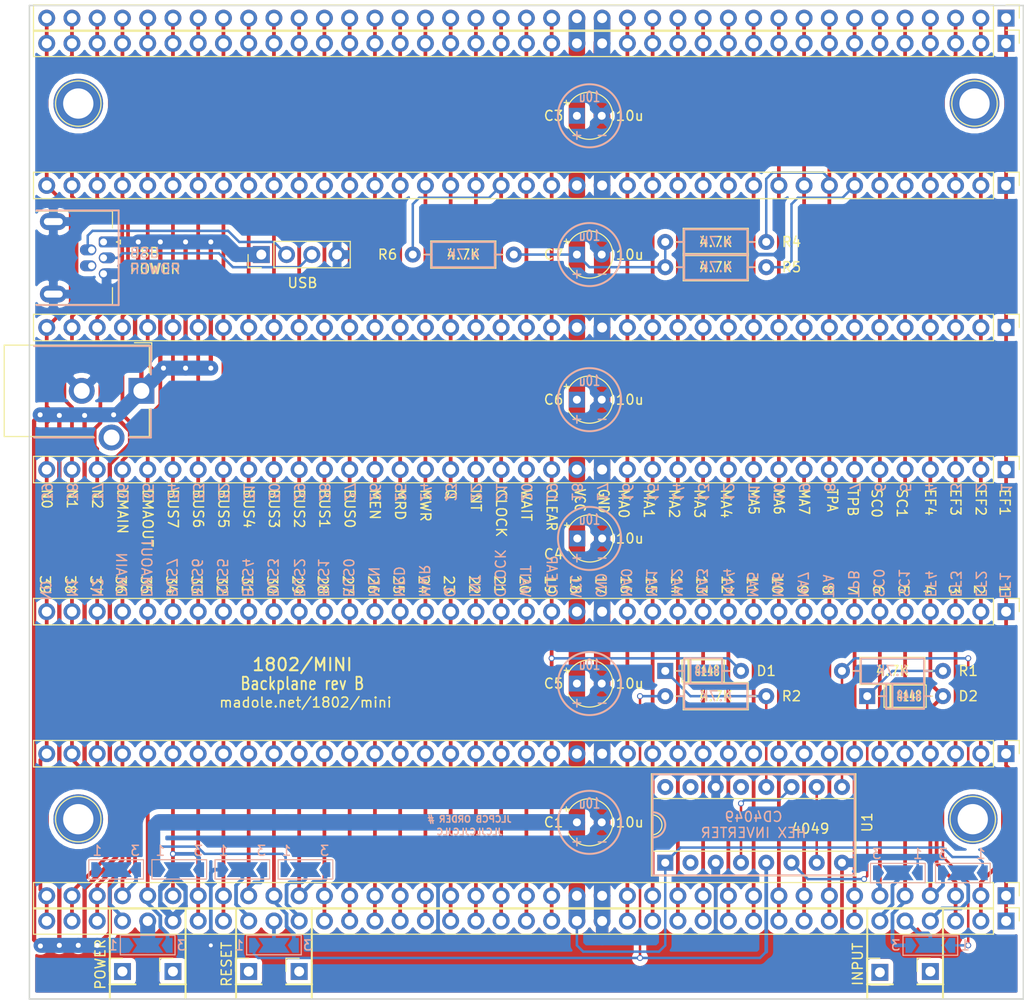
<source format=kicad_pcb>
(kicad_pcb (version 20171130) (host pcbnew "(5.1.12)-1")
  (layers (0 F.Cu signal) (31 B.Cu signal) (34 B.Paste user hide) (35 F.Paste user hide) (36 B.SilkS user) (37 F.SilkS user) (38 B.Mask user) (39 F.Mask user) (44 Edge.Cuts user))
  (net 0 "")
  (net 1 GND)
  (net 2 VCC)
  (net 3 EF4)
  (net 4 SC1)
  (net 5 DMA_IN)
  (net 6 N2)
  (net 7 EF1)
  (net 8 EF2)
  (net 9 EF3)
  (net 10 SC0)
  (net 11 TPB)
  (net 12 TPA)
  (net 13 /MA7)
  (net 14 /MA6)
  (net 15 /MA5)
  (net 16 /MA4)
  (net 17 /MA3)
  (net 18 /MA2)
  (net 19 /MA1)
  (net 20 /MA0)
  (net 21 CLOCK)
  (net 22 INTERRUPT)
  (net 23 Q)
  (net 24 MWR)
  (net 25 MRD)
  (net 26 /BUS0)
  (net 27 /BUS1)
  (net 28 /BUS2)
  (net 29 /BUS3)
  (net 30 /BUS4)
  (net 31 /BUS5)
  (net 32 /BUS6)
  (net 33 /BUS7)
  (net 34 N0)
  (net 35 N1)
  (net 36 DMA_OUT)
  (net 37 ~CLEAR)
  (net 38 ~WAIT)
  (net 39 MEN)
  (net 40 "Net-(D2-Pad1)")
  (net 41 "Net-(D1-Pad1)")
  (net 42 "Net-(U1-Pad11)")
  (net 43 "Net-(U1-Pad10)")
  (net 44 "Net-(J1-Pad1)")
  (net 45 "Net-(J13-Pad2)")
  (net 46 "Net-(J13-Pad3)")
  (net 47 "Net-(J15-Pad35)")
  (net 48 "Net-(J15-Pad34)")
  (net 49 "Net-(J15-Pad31)")
  (net 50 "Net-(J15-Pad30)")
  (net 51 "Net-(J15-Pad29)")
  (net 52 "Net-(J15-Pad6)")
  (net 53 "Net-(J15-Pad5)")
  (net 54 "Net-(J15-Pad4)")
  (net 55 "Net-(JP2-Pad1)")
  (net 56 "Net-(JP5-Pad1)")
  (net 57 "Net-(J15-Pad36)")
  (module 1802-mini:SolderJumper-3_P2.0mm_Open_TrianglePad1.0x1.5mm_NumberLabels (layer F.Cu) (at 108.585 134.3025)
    (fp_text reference JP9 hide)
    (fp_text value Jumper_3_Open)
    (fp_text user 1 (at -1.905 -1.905) (layer B.SilkS) (effects (justify mirror)))
    (fp_text user 3 (at 1.905 -1.905) (layer B.SilkS) (effects (justify mirror)))
    (pad 3 smd custom (at 2 0 180) (size 0.3 0.3) (layers B.Cu B.Mask) (net 5 DMA_IN) (options (clearance outline) (anchor rect)) (primitives (gr_poly (pts (xy -0.5 -0.75) (xy 0.124968 -0.75) (xy 0.619 0) (xy 0.124968 0.75) (xy -0.5 0.75)) (width 0))))
    (pad 2 smd custom (at 0 0) (size 0.3 0.3) (layers B.Cu) (net 57 "Net-(J15-Pad36)") (options (clearance outline) (anchor rect)) (primitives (gr_poly (pts (xy -1.575032 -0.75) (xy 1.575032 -0.75) (xy 1.081 0) (xy 1.575032 0.75) (xy -1.575032 0.75) (xy -1.081 0)) (width 0))))
    (pad 1 smd custom (at -2 0) (size 0.3 0.3) (layers B.Cu B.Mask) (options (clearance outline) (anchor rect)) (primitives (gr_poly (pts (xy -0.5 -0.75) (xy 0.124968 -0.75) (xy 0.619 0) (xy 0.124968 0.75) (xy -0.5 0.75)) (width 0))))
  )
  (module 1802-mini:SolderJumper-3_P2.0mm_Open_TrianglePad1.0x1.5mm_NumberLabels (layer F.Cu) (at 111.76 141.9225)
    (fp_text reference JP8 hide)
    (fp_text value Jumper_3_Open)
    (fp_text user 1 (at -3.4925 0) (layer B.SilkS) (effects (justify mirror)))
    (fp_text user 3 (at 3.4 0) (layer B.SilkS) (effects (justify mirror)))
    (pad 3 smd custom (at 2 0 180) (size 0.3 0.3) (layers B.Cu B.Mask) (net 36 DMA_OUT) (options (clearance outline) (anchor rect)) (primitives (gr_poly (pts (xy -0.5 -0.75) (xy 0.124968 -0.75) (xy 0.619 0) (xy 0.124968 0.75) (xy -0.5 0.75)) (width 0))))
    (pad 2 smd custom (at 0 0) (size 0.3 0.3) (layers B.Cu) (net 47 "Net-(J15-Pad35)") (options (clearance outline) (anchor rect)) (primitives (gr_poly (pts (xy -1.575032 -0.75) (xy 1.575032 -0.75) (xy 1.081 0) (xy 1.575032 0.75) (xy -1.575032 0.75) (xy -1.081 0)) (width 0))))
    (pad 1 smd custom (at -2 0) (size 0.3 0.3) (layers B.Cu B.Mask) (net 44 "Net-(J1-Pad1)") (options (clearance outline) (anchor rect)) (primitives (gr_poly (pts (xy -0.5 -0.75) (xy 0.124968 -0.75) (xy 0.619 0) (xy 0.124968 0.75) (xy -0.5 0.75)) (width 0))))
  )
  (module 1802-mini:SolderJumper-3_P2.0mm_Open_TrianglePad1.0x1.5mm_NumberLabels (layer F.Cu) (at 114.935 134.3025)
    (fp_text reference JP7 hide)
    (fp_text value Jumper_3_Open)
    (fp_text user 1 (at -1.905 -1.905) (layer B.SilkS) (effects (justify mirror)))
    (fp_text user 3 (at 1.905 -1.905) (layer B.SilkS) (effects (justify mirror)))
    (pad 3 smd custom (at 2 0 180) (size 0.3 0.3) (layers B.Cu B.Mask) (net 33 /BUS7) (options (clearance outline) (anchor rect)) (primitives (gr_poly (pts (xy -0.5 -0.75) (xy 0.124968 -0.75) (xy 0.619 0) (xy 0.124968 0.75) (xy -0.5 0.75)) (width 0))))
    (pad 2 smd custom (at 0 0) (size 0.3 0.3) (layers B.Cu) (net 48 "Net-(J15-Pad34)") (options (clearance outline) (anchor rect)) (primitives (gr_poly (pts (xy -1.575032 -0.75) (xy 1.575032 -0.75) (xy 1.081 0) (xy 1.575032 0.75) (xy -1.575032 0.75) (xy -1.081 0)) (width 0))))
    (pad 1 smd custom (at -2 0) (size 0.3 0.3) (layers B.Cu B.Mask) (net 2 VCC) (options (clearance outline) (anchor rect)) (primitives (gr_poly (pts (xy -0.5 -0.75) (xy 0.124968 -0.75) (xy 0.619 0) (xy 0.124968 0.75) (xy -0.5 0.75)) (width 0))))
  )
  (module 1802-mini:SolderJumper-3_P2.0mm_Open_TrianglePad1.0x1.5mm_NumberLabels (layer F.Cu) (at 121.285 134.3025)
    (fp_text reference JP6 hide)
    (fp_text value Jumper_3_Open)
    (fp_text user 1 (at -1.905 -1.905) (layer B.SilkS) (effects (justify mirror)))
    (fp_text user 3 (at 1.905 -1.905) (layer B.SilkS) (effects (justify mirror)))
    (pad 3 smd custom (at 2 0 180) (size 0.3 0.3) (layers B.Cu B.Mask) (net 30 /BUS4) (options (clearance outline) (anchor rect)) (primitives (gr_poly (pts (xy -0.5 -0.75) (xy 0.124968 -0.75) (xy 0.619 0) (xy 0.124968 0.75) (xy -0.5 0.75)) (width 0))))
    (pad 2 smd custom (at 0 0) (size 0.3 0.3) (layers B.Cu) (net 49 "Net-(J15-Pad31)") (options (clearance outline) (anchor rect)) (primitives (gr_poly (pts (xy -1.575032 -0.75) (xy 1.575032 -0.75) (xy 1.081 0) (xy 1.575032 0.75) (xy -1.575032 0.75) (xy -1.081 0)) (width 0))))
    (pad 1 smd custom (at -2 0) (size 0.3 0.3) (layers B.Cu B.Mask) (net 1 GND) (options (clearance outline) (anchor rect)) (primitives (gr_poly (pts (xy -0.5 -0.75) (xy 0.124968 -0.75) (xy 0.619 0) (xy 0.124968 0.75) (xy -0.5 0.75)) (width 0))))
  )
  (module 1802-mini:SolderJumper-3_P2.0mm_Open_TrianglePad1.0x1.5mm_NumberLabels (layer F.Cu) (at 124.46 141.9225)
    (fp_text reference JP5 hide)
    (fp_text value Jumper_3_Open)
    (fp_text user 1 (at -3.4925 0) (layer B.SilkS) (effects (justify mirror)))
    (fp_text user 3 (at 3.4 0) (layer B.SilkS) (effects (justify mirror)))
    (pad 3 smd custom (at 2 0 180) (size 0.3 0.3) (layers B.Cu B.Mask) (net 29 /BUS3) (options (clearance outline) (anchor rect)) (primitives (gr_poly (pts (xy -0.5 -0.75) (xy 0.124968 -0.75) (xy 0.619 0) (xy 0.124968 0.75) (xy -0.5 0.75)) (width 0))))
    (pad 2 smd custom (at 0 0) (size 0.3 0.3) (layers B.Cu) (net 50 "Net-(J15-Pad30)") (options (clearance outline) (anchor rect)) (primitives (gr_poly (pts (xy -1.575032 -0.75) (xy 1.575032 -0.75) (xy 1.081 0) (xy 1.575032 0.75) (xy -1.575032 0.75) (xy -1.081 0)) (width 0))))
    (pad 1 smd custom (at -2 0) (size 0.3 0.3) (layers B.Cu B.Mask) (net 56 "Net-(JP5-Pad1)") (options (clearance outline) (anchor rect)) (primitives (gr_poly (pts (xy -0.5 -0.75) (xy 0.124968 -0.75) (xy 0.619 0) (xy 0.124968 0.75) (xy -0.5 0.75)) (width 0))))
  )
  (module 1802-mini:SolderJumper-3_P2.0mm_Open_TrianglePad1.0x1.5mm_NumberLabels (layer F.Cu) (at 127.635 134.3025)
    (fp_text reference JP4 hide)
    (fp_text value Jumper_3_Open)
    (fp_text user 1 (at -1.905 -1.905) (layer B.SilkS) (effects (justify mirror)))
    (fp_text user 3 (at 1.905 -1.905) (layer B.SilkS) (effects (justify mirror)))
    (pad 3 smd custom (at 2 0 180) (size 0.3 0.3) (layers B.Cu B.Mask) (net 28 /BUS2) (options (clearance outline) (anchor rect)) (primitives (gr_poly (pts (xy -0.5 -0.75) (xy 0.124968 -0.75) (xy 0.619 0) (xy 0.124968 0.75) (xy -0.5 0.75)) (width 0))))
    (pad 2 smd custom (at 0 0) (size 0.3 0.3) (layers B.Cu) (net 51 "Net-(J15-Pad29)") (options (clearance outline) (anchor rect)) (primitives (gr_poly (pts (xy -1.575032 -0.75) (xy 1.575032 -0.75) (xy 1.081 0) (xy 1.575032 0.75) (xy -1.575032 0.75) (xy -1.081 0)) (width 0))))
    (pad 1 smd custom (at -2 0) (size 0.3 0.3) (layers B.Cu B.Mask) (net 2 VCC) (options (clearance outline) (anchor rect)) (primitives (gr_poly (pts (xy -0.5 -0.75) (xy 0.124968 -0.75) (xy 0.619 0) (xy 0.124968 0.75) (xy -0.5 0.75)) (width 0))))
  )
  (module 1802-mini:SolderJumper-3_P2.0mm_Open_TrianglePad1.0x1.5mm_NumberLabels (layer F.Cu) (at 187.23 134.62 180)
    (fp_text reference JP3 hide)
    (fp_text value Jumper_3_Open)
    (fp_text user 1 (at -2 1.905) (layer B.SilkS) (effects (justify mirror)))
    (fp_text user 3 (at 2.1275 1.905) (layer B.SilkS) (effects (justify mirror)))
    (pad 3 smd custom (at 2 0) (size 0.3 0.3) (layers B.Cu B.Mask) (net 10 SC0) (options (clearance outline) (anchor rect)) (primitives (gr_poly (pts (xy -0.5 -0.75) (xy 0.124968 -0.75) (xy 0.619 0) (xy 0.124968 0.75) (xy -0.5 0.75)) (width 0))))
    (pad 2 smd custom (at 0 0 180) (size 0.3 0.3) (layers B.Cu) (net 52 "Net-(J15-Pad6)") (options (clearance outline) (anchor rect)) (primitives (gr_poly (pts (xy -1.575032 -0.75) (xy 1.575032 -0.75) (xy 1.081 0) (xy 1.575032 0.75) (xy -1.575032 0.75) (xy -1.081 0)) (width 0))))
    (pad 1 smd custom (at -2 0 180) (size 0.3 0.3) (layers B.Cu B.Mask) (net 1 GND) (options (clearance outline) (anchor rect)) (primitives (gr_poly (pts (xy -0.5 -0.75) (xy 0.124968 -0.75) (xy 0.619 0) (xy 0.124968 0.75) (xy -0.5 0.75)) (width 0))))
  )
  (module 1802-mini:SolderJumper-3_P2.0mm_Open_TrianglePad1.0x1.5mm_NumberLabels (layer F.Cu) (at 190.5 141.9225 180)
    (fp_text reference JP2 hide)
    (fp_text value Jumper_3_Open)
    (fp_text user 1 (at -3.4925 0) (layer B.SilkS) (effects (justify mirror)))
    (fp_text user 3 (at 3.4925 0) (layer B.SilkS) (effects (justify mirror)))
    (pad 3 smd custom (at 2 0) (size 0.3 0.3) (layers B.Cu B.Mask) (net 4 SC1) (options (clearance outline) (anchor rect)) (primitives (gr_poly (pts (xy -0.5 -0.75) (xy 0.124968 -0.75) (xy 0.619 0) (xy 0.124968 0.75) (xy -0.5 0.75)) (width 0))))
    (pad 2 smd custom (at 0 0 180) (size 0.3 0.3) (layers B.Cu) (net 53 "Net-(J15-Pad5)") (options (clearance outline) (anchor rect)) (primitives (gr_poly (pts (xy -1.575032 -0.75) (xy 1.575032 -0.75) (xy 1.081 0) (xy 1.575032 0.75) (xy -1.575032 0.75) (xy -1.081 0)) (width 0))))
    (pad 1 smd custom (at -2 0 180) (size 0.3 0.3) (layers B.Cu B.Mask) (net 55 "Net-(JP2-Pad1)") (options (clearance outline) (anchor rect)) (primitives (gr_poly (pts (xy -0.5 -0.75) (xy 0.124968 -0.75) (xy 0.619 0) (xy 0.124968 0.75) (xy -0.5 0.75)) (width 0))))
  )
  (module 1802-mini:SolderJumper-3_P2.0mm_Open_TrianglePad1.0x1.5mm_NumberLabels (layer F.Cu) (at 193.77 134.62 180)
    (fp_text reference JP1 hide)
    (fp_text value Jumper_3_Open)
    (fp_text user 1 (at -1.81 1.905) (layer B.SilkS) (effects (justify mirror)))
    (fp_text user 3 (at 2 1.905) (layer B.SilkS) (effects (justify mirror)))
    (pad 3 smd custom (at 2 0) (size 0.3 0.3) (layers B.Cu B.Mask) (net 3 EF4) (options (clearance outline) (anchor rect)) (primitives (gr_poly (pts (xy -0.5 -0.75) (xy 0.124968 -0.75) (xy 0.619 0) (xy 0.124968 0.75) (xy -0.5 0.75)) (width 0))))
    (pad 2 smd custom (at 0 0 180) (size 0.3 0.3) (layers B.Cu) (net 54 "Net-(J15-Pad4)") (options (clearance outline) (anchor rect)) (primitives (gr_poly (pts (xy -1.575032 -0.75) (xy 1.575032 -0.75) (xy 1.081 0) (xy 1.575032 0.75) (xy -1.575032 0.75) (xy -1.081 0)) (width 0))))
    (pad 1 smd custom (at -2 0 180) (size 0.3 0.3) (layers B.Cu B.Mask) (net 2 VCC) (options (clearance outline) (anchor rect)) (primitives (gr_poly (pts (xy -0.5 -0.75) (xy 0.124968 -0.75) (xy 0.619 0) (xy 0.124968 0.75) (xy -0.5 0.75)) (width 0))))
  )
  (module Connector_PinHeader_2.54mm:PinHeader_1x04_P2.54mm_Vertical (layer F.Cu) (at 123.19 72.39 90)
    (fp_text reference J22 hide)
    (fp_text value Conn_01x04)
    (pad 4 thru_hole oval (at 0 7.62 90) (size 1.7 1.7) (drill 1) (layers *.Cu *.Mask) (net 1 GND))
    (pad 3 thru_hole oval (at 0 5.08 90) (size 1.7 1.7) (drill 1) (layers *.Cu *.Mask) (net 46 "Net-(J13-Pad3)"))
    (pad 2 thru_hole oval (at 0 2.54 90) (size 1.7 1.7) (drill 1) (layers *.Cu *.Mask) (net 45 "Net-(J13-Pad2)"))
    (pad 1 thru_hole rect (at 0 0 90) (size 1.7 1.7) (drill 1) (layers *.Cu *.Mask) (net 44 "Net-(J1-Pad1)"))
  )
  (module Connector_PinHeader_2.54mm:PinHeader_1x01_P2.54mm_Vertical (layer F.Cu) (at 190.5 144.5514)
    (fp_text reference J21 hide)
    (fp_text value Mount)
    (pad 1 thru_hole rect (at 0 0) (size 1.7 1.7) (drill 1) (layers *.Cu *.Mask))
  )
  (module Connector_PinHeader_2.54mm:PinHeader_1x01_P2.54mm_Vertical (layer F.Cu) (at 185.42 144.5514)
    (fp_text reference J20 hide)
    (fp_text value Mount)
    (pad 1 thru_hole rect (at 0 0.0889) (size 1.7 1.7) (drill 1) (layers *.Cu *.Mask))
  )
  (module Connector_PinHeader_2.54mm:PinHeader_1x01_P2.54mm_Vertical (layer F.Cu) (at 114.3 144.5514)
    (fp_text reference J19 hide)
    (fp_text value Mount)
    (pad 1 thru_hole rect (at 0 0) (size 1.7 1.7) (drill 1) (layers *.Cu *.Mask))
  )
  (module Connector_PinHeader_2.54mm:PinHeader_1x01_P2.54mm_Vertical (layer F.Cu) (at 127 144.5514)
    (fp_text reference J18 hide)
    (fp_text value Mount)
    (pad 1 thru_hole rect (at 0 0) (size 1.7 1.7) (drill 1) (layers *.Cu *.Mask))
  )
  (module Connector_PinHeader_2.54mm:PinHeader_1x01_P2.54mm_Vertical (layer F.Cu) (at 109.22 144.5514)
    (fp_text reference J17 hide)
    (fp_text value Mount)
    (pad 1 thru_hole rect (at 0 0) (size 1.7 1.7) (drill 1) (layers *.Cu *.Mask))
  )
  (module Connector_PinHeader_2.54mm:PinHeader_1x01_P2.54mm_Vertical (layer F.Cu) (at 121.92 144.5514)
    (fp_text reference J16 hide)
    (fp_text value Mount)
    (pad 1 thru_hole rect (at 0 0) (size 1.7 1.7) (drill 1) (layers *.Cu *.Mask))
  )
  (module Connector_PinHeader_2.54mm:PinHeader_1x39_P2.54mm_Vertical (layer F.Cu) (at 198.12 139.4714 270)
    (fp_text reference J15 hide)
    (fp_text value Expansion)
    (pad 39 thru_hole oval (at 0 96.52 270) (size 1.7 1.7) (drill 1) (layers *.Cu *.Mask) (net 34 N0))
    (pad 38 thru_hole oval (at 0 93.98 270) (size 1.7 1.7) (drill 1) (layers *.Cu *.Mask) (net 35 N1))
    (pad 37 thru_hole oval (at 0 91.44 270) (size 1.7 1.7) (drill 1) (layers *.Cu *.Mask) (net 6 N2))
    (pad 36 thru_hole oval (at 0 88.9 270) (size 1.7 1.7) (drill 1) (layers *.Cu *.Mask) (net 57 "Net-(J15-Pad36)"))
    (pad 35 thru_hole oval (at 0 86.36 270) (size 1.7 1.7) (drill 1) (layers *.Cu *.Mask) (net 47 "Net-(J15-Pad35)"))
    (pad 34 thru_hole oval (at 0 83.82 270) (size 1.7 1.7) (drill 1) (layers *.Cu *.Mask) (net 48 "Net-(J15-Pad34)"))
    (pad 33 thru_hole oval (at 0 81.28 270) (size 1.7 1.7) (drill 1) (layers *.Cu *.Mask) (net 32 /BUS6))
    (pad 32 thru_hole oval (at 0 78.74 270) (size 1.7 1.7) (drill 1) (layers *.Cu *.Mask) (net 31 /BUS5))
    (pad 31 thru_hole oval (at 0 76.2 270) (size 1.7 1.7) (drill 1) (layers *.Cu *.Mask) (net 49 "Net-(J15-Pad31)"))
    (pad 30 thru_hole oval (at 0 73.66 270) (size 1.7 1.7) (drill 1) (layers *.Cu *.Mask) (net 50 "Net-(J15-Pad30)"))
    (pad 29 thru_hole oval (at 0 71.12 270) (size 1.7 1.7) (drill 1) (layers *.Cu *.Mask) (net 51 "Net-(J15-Pad29)"))
    (pad 28 thru_hole oval (at 0 68.58 270) (size 1.7 1.7) (drill 1) (layers *.Cu *.Mask) (net 27 /BUS1))
    (pad 27 thru_hole oval (at 0 66.04 270) (size 1.7 1.7) (drill 1) (layers *.Cu *.Mask) (net 26 /BUS0))
    (pad 26 thru_hole oval (at 0 63.5 270) (size 1.7 1.7) (drill 1) (layers *.Cu *.Mask) (net 39 MEN))
    (pad 25 thru_hole oval (at 0 60.96 270) (size 1.7 1.7) (drill 1) (layers *.Cu *.Mask) (net 25 MRD))
    (pad 24 thru_hole oval (at 0 58.42 270) (size 1.7 1.7) (drill 1) (layers *.Cu *.Mask) (net 24 MWR))
    (pad 23 thru_hole oval (at 0 55.88 270) (size 1.7 1.7) (drill 1) (layers *.Cu *.Mask) (net 23 Q))
    (pad 22 thru_hole oval (at 0 53.34 270) (size 1.7 1.7) (drill 1) (layers *.Cu *.Mask) (net 22 INTERRUPT))
    (pad 21 thru_hole oval (at 0 50.8 270) (size 1.7 1.7) (drill 1) (layers *.Cu *.Mask) (net 21 CLOCK))
    (pad 20 thru_hole oval (at 0 48.26 270) (size 1.7 1.7) (drill 1) (layers *.Cu *.Mask) (net 38 ~WAIT))
    (pad 19 thru_hole oval (at 0 45.72 270) (size 1.7 1.7) (drill 1) (layers *.Cu *.Mask) (net 37 ~CLEAR))
    (pad 18 thru_hole oval (at 0 43.18 270) (size 1.7 1.7) (drill 1) (layers *.Cu *.Mask) (net 2 VCC))
    (pad 17 thru_hole oval (at 0 40.64 270) (size 1.7 1.7) (drill 1) (layers *.Cu *.Mask) (net 1 GND))
    (pad 16 thru_hole oval (at 0 38.1 270) (size 1.7 1.7) (drill 1) (layers *.Cu *.Mask) (net 20 /MA0))
    (pad 15 thru_hole oval (at 0 35.56 270) (size 1.7 1.7) (drill 1) (layers *.Cu *.Mask) (net 19 /MA1))
    (pad 14 thru_hole oval (at 0 33.02 270) (size 1.7 1.7) (drill 1) (layers *.Cu *.Mask) (net 18 /MA2))
    (pad 13 thru_hole oval (at 0 30.48 270) (size 1.7 1.7) (drill 1) (layers *.Cu *.Mask) (net 17 /MA3))
    (pad 12 thru_hole oval (at 0 27.94 270) (size 1.7 1.7) (drill 1) (layers *.Cu *.Mask) (net 16 /MA4))
    (pad 11 thru_hole oval (at 0 25.4 270) (size 1.7 1.7) (drill 1) (layers *.Cu *.Mask) (net 15 /MA5))
    (pad 10 thru_hole oval (at 0 22.86 270) (size 1.7 1.7) (drill 1) (layers *.Cu *.Mask) (net 14 /MA6))
    (pad 9 thru_hole oval (at 0 20.32 270) (size 1.7 1.7) (drill 1) (layers *.Cu *.Mask) (net 13 /MA7))
    (pad 8 thru_hole oval (at 0 17.78 270) (size 1.7 1.7) (drill 1) (layers *.Cu *.Mask) (net 12 TPA))
    (pad 7 thru_hole oval (at 0 15.24 270) (size 1.7 1.7) (drill 1) (layers *.Cu *.Mask) (net 11 TPB))
    (pad 6 thru_hole oval (at 0 12.7 270) (size 1.7 1.7) (drill 1) (layers *.Cu *.Mask) (net 52 "Net-(J15-Pad6)"))
    (pad 5 thru_hole oval (at 0 10.16 270) (size 1.7 1.7) (drill 1) (layers *.Cu *.Mask) (net 53 "Net-(J15-Pad5)"))
    (pad 4 thru_hole oval (at 0 7.62 270) (size 1.7 1.7) (drill 1) (layers *.Cu *.Mask) (net 54 "Net-(J15-Pad4)"))
    (pad 3 thru_hole oval (at 0 5.08 270) (size 1.7 1.7) (drill 1) (layers *.Cu *.Mask) (net 9 EF3))
    (pad 2 thru_hole oval (at 0 2.54 270) (size 1.7 1.7) (drill 1) (layers *.Cu *.Mask) (net 8 EF2))
    (pad 1 thru_hole rect (at 0 0 270) (size 1.7 1.7) (drill 1) (layers *.Cu *.Mask) (net 7 EF1))
  )
  (module Connector_PinHeader_2.54mm:PinHeader_1x39_P2.54mm_Vertical (layer F.Cu) (at 198.12 48.5902 270)
    (fp_text reference J14 hide)
    (fp_text value Expansion)
    (pad 39 thru_hole oval (at 0 96.52 270) (size 1.7 1.7) (drill 1) (layers *.Cu *.Mask) (net 34 N0))
    (pad 38 thru_hole oval (at 0 93.98 270) (size 1.7 1.7) (drill 1) (layers *.Cu *.Mask) (net 35 N1))
    (pad 37 thru_hole oval (at 0 91.44 270) (size 1.7 1.7) (drill 1) (layers *.Cu *.Mask) (net 6 N2))
    (pad 36 thru_hole oval (at 0 88.9 270) (size 1.7 1.7) (drill 1) (layers *.Cu *.Mask) (net 5 DMA_IN))
    (pad 35 thru_hole oval (at 0 86.36 270) (size 1.7 1.7) (drill 1) (layers *.Cu *.Mask) (net 36 DMA_OUT))
    (pad 34 thru_hole oval (at 0 83.82 270) (size 1.7 1.7) (drill 1) (layers *.Cu *.Mask) (net 33 /BUS7))
    (pad 33 thru_hole oval (at 0 81.28 270) (size 1.7 1.7) (drill 1) (layers *.Cu *.Mask) (net 32 /BUS6))
    (pad 32 thru_hole oval (at 0 78.74 270) (size 1.7 1.7) (drill 1) (layers *.Cu *.Mask) (net 31 /BUS5))
    (pad 31 thru_hole oval (at 0 76.2 270) (size 1.7 1.7) (drill 1) (layers *.Cu *.Mask) (net 30 /BUS4))
    (pad 30 thru_hole oval (at 0 73.66 270) (size 1.7 1.7) (drill 1) (layers *.Cu *.Mask) (net 29 /BUS3))
    (pad 29 thru_hole oval (at 0 71.12 270) (size 1.7 1.7) (drill 1) (layers *.Cu *.Mask) (net 28 /BUS2))
    (pad 28 thru_hole oval (at 0 68.58 270) (size 1.7 1.7) (drill 1) (layers *.Cu *.Mask) (net 27 /BUS1))
    (pad 27 thru_hole oval (at 0 66.04 270) (size 1.7 1.7) (drill 1) (layers *.Cu *.Mask) (net 26 /BUS0))
    (pad 26 thru_hole oval (at 0 63.5 270) (size 1.7 1.7) (drill 1) (layers *.Cu *.Mask) (net 39 MEN))
    (pad 25 thru_hole oval (at 0 60.96 270) (size 1.7 1.7) (drill 1) (layers *.Cu *.Mask) (net 25 MRD))
    (pad 24 thru_hole oval (at 0 58.42 270) (size 1.7 1.7) (drill 1) (layers *.Cu *.Mask) (net 24 MWR))
    (pad 23 thru_hole oval (at 0 55.88 270) (size 1.7 1.7) (drill 1) (layers *.Cu *.Mask) (net 23 Q))
    (pad 22 thru_hole oval (at 0 53.34 270) (size 1.7 1.7) (drill 1) (layers *.Cu *.Mask) (net 22 INTERRUPT))
    (pad 21 thru_hole oval (at 0 50.8 270) (size 1.7 1.7) (drill 1) (layers *.Cu *.Mask) (net 21 CLOCK))
    (pad 20 thru_hole oval (at 0 48.26 270) (size 1.7 1.7) (drill 1) (layers *.Cu *.Mask) (net 38 ~WAIT))
    (pad 19 thru_hole oval (at 0 45.72 270) (size 1.7 1.7) (drill 1) (layers *.Cu *.Mask) (net 37 ~CLEAR))
    (pad 18 thru_hole oval (at 0 43.18 270) (size 1.7 1.7) (drill 1) (layers *.Cu *.Mask) (net 2 VCC))
    (pad 17 thru_hole oval (at 0 40.64 270) (size 1.7 1.7) (drill 1) (layers *.Cu *.Mask) (net 1 GND))
    (pad 16 thru_hole oval (at 0 38.1 270) (size 1.7 1.7) (drill 1) (layers *.Cu *.Mask) (net 20 /MA0))
    (pad 15 thru_hole oval (at 0 35.56 270) (size 1.7 1.7) (drill 1) (layers *.Cu *.Mask) (net 19 /MA1))
    (pad 14 thru_hole oval (at 0 33.02 270) (size 1.7 1.7) (drill 1) (layers *.Cu *.Mask) (net 18 /MA2))
    (pad 13 thru_hole oval (at 0 30.48 270) (size 1.7 1.7) (drill 1) (layers *.Cu *.Mask) (net 17 /MA3))
    (pad 12 thru_hole oval (at 0 27.94 270) (size 1.7 1.7) (drill 1) (layers *.Cu *.Mask) (net 16 /MA4))
    (pad 11 thru_hole oval (at 0 25.4 270) (size 1.7 1.7) (drill 1) (layers *.Cu *.Mask) (net 15 /MA5))
    (pad 10 thru_hole oval (at 0 22.86 270) (size 1.7 1.7) (drill 1) (layers *.Cu *.Mask) (net 14 /MA6))
    (pad 9 thru_hole oval (at 0 20.32 270) (size 1.7 1.7) (drill 1) (layers *.Cu *.Mask) (net 13 /MA7))
    (pad 8 thru_hole oval (at 0 17.78 270) (size 1.7 1.7) (drill 1) (layers *.Cu *.Mask) (net 12 TPA))
    (pad 7 thru_hole oval (at 0 15.24 270) (size 1.7 1.7) (drill 1) (layers *.Cu *.Mask) (net 11 TPB))
    (pad 6 thru_hole oval (at 0 12.7 270) (size 1.7 1.7) (drill 1) (layers *.Cu *.Mask) (net 10 SC0))
    (pad 5 thru_hole oval (at 0 10.16 270) (size 1.7 1.7) (drill 1) (layers *.Cu *.Mask) (net 4 SC1))
    (pad 4 thru_hole oval (at 0 7.62 270) (size 1.7 1.7) (drill 1) (layers *.Cu *.Mask) (net 3 EF4))
    (pad 3 thru_hole oval (at 0 5.08 270) (size 1.7 1.7) (drill 1) (layers *.Cu *.Mask) (net 9 EF3))
    (pad 2 thru_hole oval (at 0 2.54 270) (size 1.7 1.7) (drill 1) (layers *.Cu *.Mask) (net 8 EF2))
    (pad 1 thru_hole rect (at 0 0 270) (size 1.7 1.7) (drill 1) (layers *.Cu *.Mask) (net 7 EF1))
  )
  (module Connector_BarrelJack:BarrelJack_CUI_PJ-102AH_Horizontal (layer F.Cu) (at 111.125 86.106 270)
    (fp_text reference J1 hide)
    (fp_text value Barrel_Jack_Switch)
    (pad 3 thru_hole circle (at 4.7 3 270) (size 2.6 2.6) (drill 1.6) (layers *.Cu *.Mask))
    (pad 2 thru_hole circle (at 0 6 270) (size 2.6 2.6) (drill 1.6) (layers *.Cu *.Mask) (net 1 GND))
    (pad 1 thru_hole rect (at 0 0 270) (size 2.6 2.6) (drill 1.6) (layers *.Cu *.Mask) (net 44 "Net-(J1-Pad1)"))
  )
  (module Resistor_THT:R_Axial_DIN0207_L6.3mm_D2.5mm_P10.16mm_Horizontal (layer F.Cu) (at 191.77 114.3 180)
    (fp_text reference R1 (at -2.54 0) (layer F.SilkS))
    (fp_text value 4.7K)
    (pad 2 thru_hole oval (at 10.16 0 180) (size 1.6 1.6) (drill 0.8) (layers *.Cu *.Mask) (net 55 "Net-(JP2-Pad1)"))
    (pad 1 thru_hole circle (at 0 0 180) (size 1.6 1.6) (drill 0.8) (layers *.Cu *.Mask) (net 40 "Net-(D2-Pad1)"))
  )
  (module Diode_THT:D_DO-35_SOD27_P7.62mm_Horizontal (layer F.Cu) (at 184.15 116.84)
    (fp_text reference D2 (at 10.16 0) (layer F.SilkS))
    (fp_text value 1N4148)
    (pad 2 thru_hole oval (at 7.62 0) (size 1.6 1.6) (drill 0.8) (layers *.Cu *.Mask) (net 3 EF4))
    (pad 1 thru_hole rect (at 0 0) (size 1.6 1.6) (drill 0.8) (layers *.Cu *.Mask) (net 40 "Net-(D2-Pad1)"))
  )
  (module Diode_THT:D_DO-35_SOD27_P7.62mm_Horizontal (layer F.Cu) (at 163.83 114.3)
    (fp_text reference D1 (at 10.16 0) (layer F.SilkS))
    (fp_text value 1N4148)
    (pad 2 thru_hole oval (at 7.62 0) (size 1.6 1.6) (drill 0.8) (layers *.Cu *.Mask) (net 37 ~CLEAR))
    (pad 1 thru_hole rect (at 0 0) (size 1.6 1.6) (drill 0.8) (layers *.Cu *.Mask) (net 41 "Net-(D1-Pad1)"))
  )
  (module Capacitor_THT:CP_Radial_Tantal_D4.5mm_P2.50mm (layer F.Cu) (at 154.94 129.54)
    (fp_text reference C1 (at -1.27 0) (layer F.SilkS) (effects (justify right)))
    (fp_text value 10uF)
    (pad 2 thru_hole circle (at 2.5 0) (size 1.6 1.6) (drill 0.8) (layers *.Cu *.Mask) (net 1 GND))
    (pad 1 thru_hole rect (at 0 0) (size 1.6 1.6) (drill 0.8) (layers *.Cu *.Mask) (net 2 VCC))
  )
  (module Package_DIP:DIP-16_W7.62mm_Socket (layer F.Cu) (at 163.83 133.604 90)
    (fp_text reference U1 (at 4.064 20.32 90) (layer F.SilkS))
    (fp_text value 4049)
    (pad 16 thru_hole oval (at 7.62 0 90) (size 1.6 1.6) (drill 0.8) (layers *.Cu *.Mask))
    (pad 8 thru_hole oval (at 0 17.78 90) (size 1.6 1.6) (drill 0.8) (layers *.Cu *.Mask) (net 1 GND))
    (pad 15 thru_hole oval (at 7.62 2.54 90) (size 1.6 1.6) (drill 0.8) (layers *.Cu *.Mask))
    (pad 7 thru_hole oval (at 0 15.24 90) (size 1.6 1.6) (drill 0.8) (layers *.Cu *.Mask) (net 43 "Net-(U1-Pad10)"))
    (pad 14 thru_hole oval (at 7.62 5.08 90) (size 1.6 1.6) (drill 0.8) (layers *.Cu *.Mask) (net 1 GND))
    (pad 6 thru_hole oval (at 0 12.7 90) (size 1.6 1.6) (drill 0.8) (layers *.Cu *.Mask) (net 40 "Net-(D2-Pad1)"))
    (pad 13 thru_hole oval (at 7.62 7.62 90) (size 1.6 1.6) (drill 0.8) (layers *.Cu *.Mask))
    (pad 5 thru_hole oval (at 0 10.16 90) (size 1.6 1.6) (drill 0.8) (layers *.Cu *.Mask) (net 56 "Net-(JP5-Pad1)"))
    (pad 12 thru_hole oval (at 7.62 10.16 90) (size 1.6 1.6) (drill 0.8) (layers *.Cu *.Mask) (net 41 "Net-(D1-Pad1)"))
    (pad 4 thru_hole oval (at 0 7.62 90) (size 1.6 1.6) (drill 0.8) (layers *.Cu *.Mask) (net 42 "Net-(U1-Pad11)"))
    (pad 11 thru_hole oval (at 7.62 12.7 90) (size 1.6 1.6) (drill 0.8) (layers *.Cu *.Mask) (net 42 "Net-(U1-Pad11)"))
    (pad 3 thru_hole oval (at 0 5.08 90) (size 1.6 1.6) (drill 0.8) (layers *.Cu *.Mask) (net 1 GND))
    (pad 10 thru_hole oval (at 7.62 15.24 90) (size 1.6 1.6) (drill 0.8) (layers *.Cu *.Mask) (net 43 "Net-(U1-Pad10)"))
    (pad 2 thru_hole oval (at 0 2.54 90) (size 1.6 1.6) (drill 0.8) (layers *.Cu *.Mask))
    (pad 9 thru_hole oval (at 7.62 17.78 90) (size 1.6 1.6) (drill 0.8) (layers *.Cu *.Mask) (net 55 "Net-(JP2-Pad1)"))
    (pad 1 thru_hole rect (at 0 0 90) (size 1.6 1.6) (drill 0.8) (layers *.Cu *.Mask) (net 2 VCC))
  )
  (module Resistor_THT:R_Axial_DIN0207_L6.3mm_D2.5mm_P10.16mm_Horizontal (layer F.Cu) (at 173.99 116.84 180)
    (fp_text reference R2 (at -2.54 0) (layer F.SilkS))
    (fp_text value 4.7K)
    (pad 2 thru_hole oval (at 10.16 0 180) (size 1.6 1.6) (drill 0.8) (layers *.Cu *.Mask) (net 56 "Net-(JP5-Pad1)"))
    (pad 1 thru_hole circle (at 0 0 180) (size 1.6 1.6) (drill 0.8) (layers *.Cu *.Mask) (net 41 "Net-(D1-Pad1)"))
  )
  (module Connector_PinHeader_2.54mm:PinHeader_1x39_P2.54mm_Vertical (layer F.Cu) (at 198.12 94.0308 270)
    (fp_text reference J5 hide)
    (fp_text value Expansion)
    (pad 39 thru_hole oval (at 0 96.52 270) (size 1.7 1.7) (drill 1) (layers *.Cu *.Mask) (net 34 N0))
    (pad 38 thru_hole oval (at 0 93.98 270) (size 1.7 1.7) (drill 1) (layers *.Cu *.Mask) (net 35 N1))
    (pad 37 thru_hole oval (at 0 91.44 270) (size 1.7 1.7) (drill 1) (layers *.Cu *.Mask) (net 6 N2))
    (pad 36 thru_hole oval (at 0 88.9 270) (size 1.7 1.7) (drill 1) (layers *.Cu *.Mask) (net 5 DMA_IN))
    (pad 35 thru_hole oval (at 0 86.36 270) (size 1.7 1.7) (drill 1) (layers *.Cu *.Mask) (net 36 DMA_OUT))
    (pad 34 thru_hole oval (at 0 83.82 270) (size 1.7 1.7) (drill 1) (layers *.Cu *.Mask) (net 33 /BUS7))
    (pad 33 thru_hole oval (at 0 81.28 270) (size 1.7 1.7) (drill 1) (layers *.Cu *.Mask) (net 32 /BUS6))
    (pad 32 thru_hole oval (at 0 78.74 270) (size 1.7 1.7) (drill 1) (layers *.Cu *.Mask) (net 31 /BUS5))
    (pad 31 thru_hole oval (at 0 76.2 270) (size 1.7 1.7) (drill 1) (layers *.Cu *.Mask) (net 30 /BUS4))
    (pad 30 thru_hole oval (at 0 73.66 270) (size 1.7 1.7) (drill 1) (layers *.Cu *.Mask) (net 29 /BUS3))
    (pad 29 thru_hole oval (at 0 71.12 270) (size 1.7 1.7) (drill 1) (layers *.Cu *.Mask) (net 28 /BUS2))
    (pad 28 thru_hole oval (at 0 68.58 270) (size 1.7 1.7) (drill 1) (layers *.Cu *.Mask) (net 27 /BUS1))
    (pad 27 thru_hole oval (at 0 66.04 270) (size 1.7 1.7) (drill 1) (layers *.Cu *.Mask) (net 26 /BUS0))
    (pad 26 thru_hole oval (at 0 63.5 270) (size 1.7 1.7) (drill 1) (layers *.Cu *.Mask) (net 39 MEN))
    (pad 25 thru_hole oval (at 0 60.96 270) (size 1.7 1.7) (drill 1) (layers *.Cu *.Mask) (net 25 MRD))
    (pad 24 thru_hole oval (at 0 58.42 270) (size 1.7 1.7) (drill 1) (layers *.Cu *.Mask) (net 24 MWR))
    (pad 23 thru_hole oval (at 0 55.88 270) (size 1.7 1.7) (drill 1) (layers *.Cu *.Mask) (net 23 Q))
    (pad 22 thru_hole oval (at 0 53.34 270) (size 1.7 1.7) (drill 1) (layers *.Cu *.Mask) (net 22 INTERRUPT))
    (pad 21 thru_hole oval (at 0 50.8 270) (size 1.7 1.7) (drill 1) (layers *.Cu *.Mask) (net 21 CLOCK))
    (pad 20 thru_hole oval (at 0 48.26 270) (size 1.7 1.7) (drill 1) (layers *.Cu *.Mask) (net 38 ~WAIT))
    (pad 19 thru_hole oval (at 0 45.72 270) (size 1.7 1.7) (drill 1) (layers *.Cu *.Mask) (net 37 ~CLEAR))
    (pad 18 thru_hole oval (at 0 43.18 270) (size 1.7 1.7) (drill 1) (layers *.Cu *.Mask) (net 2 VCC))
    (pad 17 thru_hole oval (at 0 40.64 270) (size 1.7 1.7) (drill 1) (layers *.Cu *.Mask) (net 1 GND))
    (pad 16 thru_hole oval (at 0 38.1 270) (size 1.7 1.7) (drill 1) (layers *.Cu *.Mask) (net 20 /MA0))
    (pad 15 thru_hole oval (at 0 35.56 270) (size 1.7 1.7) (drill 1) (layers *.Cu *.Mask) (net 19 /MA1))
    (pad 14 thru_hole oval (at 0 33.02 270) (size 1.7 1.7) (drill 1) (layers *.Cu *.Mask) (net 18 /MA2))
    (pad 13 thru_hole oval (at 0 30.48 270) (size 1.7 1.7) (drill 1) (layers *.Cu *.Mask) (net 17 /MA3))
    (pad 12 thru_hole oval (at 0 27.94 270) (size 1.7 1.7) (drill 1) (layers *.Cu *.Mask) (net 16 /MA4))
    (pad 11 thru_hole oval (at 0 25.4 270) (size 1.7 1.7) (drill 1) (layers *.Cu *.Mask) (net 15 /MA5))
    (pad 10 thru_hole oval (at 0 22.86 270) (size 1.7 1.7) (drill 1) (layers *.Cu *.Mask) (net 14 /MA6))
    (pad 9 thru_hole oval (at 0 20.32 270) (size 1.7 1.7) (drill 1) (layers *.Cu *.Mask) (net 13 /MA7))
    (pad 8 thru_hole oval (at 0 17.78 270) (size 1.7 1.7) (drill 1) (layers *.Cu *.Mask) (net 12 TPA))
    (pad 7 thru_hole oval (at 0 15.24 270) (size 1.7 1.7) (drill 1) (layers *.Cu *.Mask) (net 11 TPB))
    (pad 6 thru_hole oval (at 0 12.7 270) (size 1.7 1.7) (drill 1) (layers *.Cu *.Mask) (net 10 SC0))
    (pad 5 thru_hole oval (at 0 10.16 270) (size 1.7 1.7) (drill 1) (layers *.Cu *.Mask) (net 4 SC1))
    (pad 4 thru_hole oval (at 0 7.62 270) (size 1.7 1.7) (drill 1) (layers *.Cu *.Mask) (net 3 EF4))
    (pad 3 thru_hole oval (at 0 5.08 270) (size 1.7 1.7) (drill 1) (layers *.Cu *.Mask) (net 9 EF3))
    (pad 2 thru_hole oval (at 0 2.54 270) (size 1.7 1.7) (drill 1) (layers *.Cu *.Mask) (net 8 EF2))
    (pad 1 thru_hole rect (at 0 0 270) (size 1.7 1.7) (drill 1) (layers *.Cu *.Mask) (net 7 EF1))
  )
  (module Resistor_THT:R_Axial_DIN0207_L6.3mm_D2.5mm_P10.16mm_Horizontal (layer F.Cu) (at 148.59 72.39 180)
    (fp_text reference R6 (at 12.7 0) (layer F.SilkS))
    (fp_text value 4.7K)
    (pad 2 thru_hole oval (at 10.16 0 180) (size 1.6 1.6) (drill 0.8) (layers *.Cu *.Mask) (net 21 CLOCK))
    (pad 1 thru_hole circle (at 0 0 180) (size 1.6 1.6) (drill 0.8) (layers *.Cu *.Mask) (net 2 VCC))
  )
  (module Resistor_THT:R_Axial_DIN0207_L6.3mm_D2.5mm_P10.16mm_Horizontal (layer F.Cu) (at 163.83 73.66)
    (fp_text reference R5 (at 12.7 0) (layer F.SilkS))
    (fp_text value 4.7K)
    (pad 2 thru_hole oval (at 10.16 0) (size 1.6 1.6) (drill 0.8) (layers *.Cu *.Mask) (net 11 TPB))
    (pad 1 thru_hole circle (at 0 0) (size 1.6 1.6) (drill 0.8) (layers *.Cu *.Mask) (net 2 VCC))
  )
  (module Resistor_THT:R_Axial_DIN0207_L6.3mm_D2.5mm_P10.16mm_Horizontal (layer F.Cu) (at 163.83 71.12)
    (fp_text reference R4 (at 12.7 0) (layer F.SilkS))
    (fp_text value 4.7K)
    (pad 2 thru_hole oval (at 10.16 0) (size 1.6 1.6) (drill 0.8) (layers *.Cu *.Mask) (net 12 TPA))
    (pad 1 thru_hole circle (at 0 0) (size 1.6 1.6) (drill 0.8) (layers *.Cu *.Mask) (net 2 VCC))
  )
  (module Capacitor_THT:CP_Radial_Tantal_D4.5mm_P2.50mm (layer F.Cu) (at 154.94 72.39)
    (fp_text reference C7 (at -1.27 0) (layer F.SilkS) (effects (justify right)))
    (fp_text value 10uF)
    (pad 2 thru_hole circle (at 2.5 0) (size 1.6 1.6) (drill 0.8) (layers *.Cu *.Mask) (net 1 GND))
    (pad 1 thru_hole rect (at 0 0) (size 1.6 1.6) (drill 0.8) (layers *.Cu *.Mask) (net 2 VCC))
  )
  (module Capacitor_THT:CP_Radial_Tantal_D4.5mm_P2.50mm (layer F.Cu) (at 154.94 86.995)
    (fp_text reference C6 (at -1.27 0) (layer F.SilkS) (effects (justify right)))
    (fp_text value 10uF)
    (pad 2 thru_hole circle (at 2.5 0) (size 1.6 1.6) (drill 0.8) (layers *.Cu *.Mask) (net 1 GND))
    (pad 1 thru_hole rect (at 0 0) (size 1.6 1.6) (drill 0.8) (layers *.Cu *.Mask) (net 2 VCC))
  )
  (module Capacitor_THT:CP_Radial_Tantal_D4.5mm_P2.50mm (layer F.Cu) (at 154.94 115.57)
    (fp_text reference C5 (at -1.27 0) (layer F.SilkS) (effects (justify right)))
    (fp_text value 10uF)
    (pad 2 thru_hole circle (at 2.5 0) (size 1.6 1.6) (drill 0.8) (layers *.Cu *.Mask) (net 1 GND))
    (pad 1 thru_hole rect (at 0 0) (size 1.6 1.6) (drill 0.8) (layers *.Cu *.Mask) (net 2 VCC))
  )
  (module Capacitor_THT:CP_Radial_Tantal_D4.5mm_P2.50mm (layer F.Cu) (at 154.98 100.965)
    (fp_text reference C4 (at -1.31 1.5875) (layer F.SilkS) (effects (justify right)))
    (fp_text value 10uF)
    (pad 2 thru_hole circle (at 2.5 0) (size 1.6 1.6) (drill 0.8) (layers *.Cu *.Mask) (net 1 GND))
    (pad 1 thru_hole rect (at 0 0) (size 1.6 1.6) (drill 0.8) (layers *.Cu *.Mask) (net 2 VCC))
  )
  (module Capacitor_THT:CP_Radial_Tantal_D4.5mm_P2.50mm (layer F.Cu) (at 154.94 58.42)
    (fp_text reference C3 (at -1.27 0) (layer F.SilkS) (effects (justify right)))
    (fp_text value 10uF)
    (pad 2 thru_hole circle (at 2.5 0) (size 1.6 1.6) (drill 0.8) (layers *.Cu *.Mask) (net 1 GND))
    (pad 1 thru_hole rect (at 0 0) (size 1.6 1.6) (drill 0.8) (layers *.Cu *.Mask) (net 2 VCC))
  )
  (module Connector_PinHeader_2.54mm:PinHeader_1x39_P2.54mm_Vertical (layer F.Cu) (at 198.12 122.6312 270)
    (fp_text reference J3 hide)
    (fp_text value Expansion)
    (pad 39 thru_hole oval (at 0 96.52 270) (size 1.7 1.7) (drill 1) (layers *.Cu *.Mask) (net 34 N0))
    (pad 38 thru_hole oval (at 0 93.98 270) (size 1.7 1.7) (drill 1) (layers *.Cu *.Mask) (net 35 N1))
    (pad 37 thru_hole oval (at 0 91.44 270) (size 1.7 1.7) (drill 1) (layers *.Cu *.Mask) (net 6 N2))
    (pad 36 thru_hole oval (at 0 88.9 270) (size 1.7 1.7) (drill 1) (layers *.Cu *.Mask) (net 5 DMA_IN))
    (pad 35 thru_hole oval (at 0 86.36 270) (size 1.7 1.7) (drill 1) (layers *.Cu *.Mask) (net 36 DMA_OUT))
    (pad 34 thru_hole oval (at 0 83.82 270) (size 1.7 1.7) (drill 1) (layers *.Cu *.Mask) (net 33 /BUS7))
    (pad 33 thru_hole oval (at 0 81.28 270) (size 1.7 1.7) (drill 1) (layers *.Cu *.Mask) (net 32 /BUS6))
    (pad 32 thru_hole oval (at 0 78.74 270) (size 1.7 1.7) (drill 1) (layers *.Cu *.Mask) (net 31 /BUS5))
    (pad 31 thru_hole oval (at 0 76.2 270) (size 1.7 1.7) (drill 1) (layers *.Cu *.Mask) (net 30 /BUS4))
    (pad 30 thru_hole oval (at 0 73.66 270) (size 1.7 1.7) (drill 1) (layers *.Cu *.Mask) (net 29 /BUS3))
    (pad 29 thru_hole oval (at 0 71.12 270) (size 1.7 1.7) (drill 1) (layers *.Cu *.Mask) (net 28 /BUS2))
    (pad 28 thru_hole oval (at 0 68.58 270) (size 1.7 1.7) (drill 1) (layers *.Cu *.Mask) (net 27 /BUS1))
    (pad 27 thru_hole oval (at 0 66.04 270) (size 1.7 1.7) (drill 1) (layers *.Cu *.Mask) (net 26 /BUS0))
    (pad 26 thru_hole oval (at 0 63.5 270) (size 1.7 1.7) (drill 1) (layers *.Cu *.Mask) (net 39 MEN))
    (pad 25 thru_hole oval (at 0 60.96 270) (size 1.7 1.7) (drill 1) (layers *.Cu *.Mask) (net 25 MRD))
    (pad 24 thru_hole oval (at 0 58.42 270) (size 1.7 1.7) (drill 1) (layers *.Cu *.Mask) (net 24 MWR))
    (pad 23 thru_hole oval (at 0 55.88 270) (size 1.7 1.7) (drill 1) (layers *.Cu *.Mask) (net 23 Q))
    (pad 22 thru_hole oval (at 0 53.34 270) (size 1.7 1.7) (drill 1) (layers *.Cu *.Mask) (net 22 INTERRUPT))
    (pad 21 thru_hole oval (at 0 50.8 270) (size 1.7 1.7) (drill 1) (layers *.Cu *.Mask) (net 21 CLOCK))
    (pad 20 thru_hole oval (at 0 48.26 270) (size 1.7 1.7) (drill 1) (layers *.Cu *.Mask) (net 38 ~WAIT))
    (pad 19 thru_hole oval (at 0 45.72 270) (size 1.7 1.7) (drill 1) (layers *.Cu *.Mask) (net 37 ~CLEAR))
    (pad 18 thru_hole oval (at 0 43.18 270) (size 1.7 1.7) (drill 1) (layers *.Cu *.Mask) (net 2 VCC))
    (pad 17 thru_hole oval (at 0 40.64 270) (size 1.7 1.7) (drill 1) (layers *.Cu *.Mask) (net 1 GND))
    (pad 16 thru_hole oval (at 0 38.1 270) (size 1.7 1.7) (drill 1) (layers *.Cu *.Mask) (net 20 /MA0))
    (pad 15 thru_hole oval (at 0 35.56 270) (size 1.7 1.7) (drill 1) (layers *.Cu *.Mask) (net 19 /MA1))
    (pad 14 thru_hole oval (at 0 33.02 270) (size 1.7 1.7) (drill 1) (layers *.Cu *.Mask) (net 18 /MA2))
    (pad 13 thru_hole oval (at 0 30.48 270) (size 1.7 1.7) (drill 1) (layers *.Cu *.Mask) (net 17 /MA3))
    (pad 12 thru_hole oval (at 0 27.94 270) (size 1.7 1.7) (drill 1) (layers *.Cu *.Mask) (net 16 /MA4))
    (pad 11 thru_hole oval (at 0 25.4 270) (size 1.7 1.7) (drill 1) (layers *.Cu *.Mask) (net 15 /MA5))
    (pad 10 thru_hole oval (at 0 22.86 270) (size 1.7 1.7) (drill 1) (layers *.Cu *.Mask) (net 14 /MA6))
    (pad 9 thru_hole oval (at 0 20.32 270) (size 1.7 1.7) (drill 1) (layers *.Cu *.Mask) (net 13 /MA7))
    (pad 8 thru_hole oval (at 0 17.78 270) (size 1.7 1.7) (drill 1) (layers *.Cu *.Mask) (net 12 TPA))
    (pad 7 thru_hole oval (at 0 15.24 270) (size 1.7 1.7) (drill 1) (layers *.Cu *.Mask) (net 11 TPB))
    (pad 6 thru_hole oval (at 0 12.7 270) (size 1.7 1.7) (drill 1) (layers *.Cu *.Mask) (net 10 SC0))
    (pad 5 thru_hole oval (at 0 10.16 270) (size 1.7 1.7) (drill 1) (layers *.Cu *.Mask) (net 4 SC1))
    (pad 4 thru_hole oval (at 0 7.62 270) (size 1.7 1.7) (drill 1) (layers *.Cu *.Mask) (net 3 EF4))
    (pad 3 thru_hole oval (at 0 5.08 270) (size 1.7 1.7) (drill 1) (layers *.Cu *.Mask) (net 9 EF3))
    (pad 2 thru_hole oval (at 0 2.54 270) (size 1.7 1.7) (drill 1) (layers *.Cu *.Mask) (net 8 EF2))
    (pad 1 thru_hole rect (at 0 0 270) (size 1.7 1.7) (drill 1) (layers *.Cu *.Mask) (net 7 EF1))
  )
  (module Connector_PinHeader_2.54mm:PinHeader_1x39_P2.54mm_Vertical (layer F.Cu) (at 198.12 51.1302 270)
    (fp_text reference J8 hide)
    (fp_text value Expansion)
    (pad 39 thru_hole oval (at 0 96.52 270) (size 1.7 1.7) (drill 1) (layers *.Cu *.Mask) (net 34 N0))
    (pad 38 thru_hole oval (at 0 93.98 270) (size 1.7 1.7) (drill 1) (layers *.Cu *.Mask) (net 35 N1))
    (pad 37 thru_hole oval (at 0 91.44 270) (size 1.7 1.7) (drill 1) (layers *.Cu *.Mask) (net 6 N2))
    (pad 36 thru_hole oval (at 0 88.9 270) (size 1.7 1.7) (drill 1) (layers *.Cu *.Mask) (net 5 DMA_IN))
    (pad 35 thru_hole oval (at 0 86.36 270) (size 1.7 1.7) (drill 1) (layers *.Cu *.Mask) (net 36 DMA_OUT))
    (pad 34 thru_hole oval (at 0 83.82 270) (size 1.7 1.7) (drill 1) (layers *.Cu *.Mask) (net 33 /BUS7))
    (pad 33 thru_hole oval (at 0 81.28 270) (size 1.7 1.7) (drill 1) (layers *.Cu *.Mask) (net 32 /BUS6))
    (pad 32 thru_hole oval (at 0 78.74 270) (size 1.7 1.7) (drill 1) (layers *.Cu *.Mask) (net 31 /BUS5))
    (pad 31 thru_hole oval (at 0 76.2 270) (size 1.7 1.7) (drill 1) (layers *.Cu *.Mask) (net 30 /BUS4))
    (pad 30 thru_hole oval (at 0 73.66 270) (size 1.7 1.7) (drill 1) (layers *.Cu *.Mask) (net 29 /BUS3))
    (pad 29 thru_hole oval (at 0 71.12 270) (size 1.7 1.7) (drill 1) (layers *.Cu *.Mask) (net 28 /BUS2))
    (pad 28 thru_hole oval (at 0 68.58 270) (size 1.7 1.7) (drill 1) (layers *.Cu *.Mask) (net 27 /BUS1))
    (pad 27 thru_hole oval (at 0 66.04 270) (size 1.7 1.7) (drill 1) (layers *.Cu *.Mask) (net 26 /BUS0))
    (pad 26 thru_hole oval (at 0 63.5 270) (size 1.7 1.7) (drill 1) (layers *.Cu *.Mask) (net 39 MEN))
    (pad 25 thru_hole oval (at 0 60.96 270) (size 1.7 1.7) (drill 1) (layers *.Cu *.Mask) (net 25 MRD))
    (pad 24 thru_hole oval (at 0 58.42 270) (size 1.7 1.7) (drill 1) (layers *.Cu *.Mask) (net 24 MWR))
    (pad 23 thru_hole oval (at 0 55.88 270) (size 1.7 1.7) (drill 1) (layers *.Cu *.Mask) (net 23 Q))
    (pad 22 thru_hole oval (at 0 53.34 270) (size 1.7 1.7) (drill 1) (layers *.Cu *.Mask) (net 22 INTERRUPT))
    (pad 21 thru_hole oval (at 0 50.8 270) (size 1.7 1.7) (drill 1) (layers *.Cu *.Mask) (net 21 CLOCK))
    (pad 20 thru_hole oval (at 0 48.26 270) (size 1.7 1.7) (drill 1) (layers *.Cu *.Mask) (net 38 ~WAIT))
    (pad 19 thru_hole oval (at 0 45.72 270) (size 1.7 1.7) (drill 1) (layers *.Cu *.Mask) (net 37 ~CLEAR))
    (pad 18 thru_hole oval (at 0 43.18 270) (size 1.7 1.7) (drill 1) (layers *.Cu *.Mask) (net 2 VCC))
    (pad 17 thru_hole oval (at 0 40.64 270) (size 1.7 1.7) (drill 1) (layers *.Cu *.Mask) (net 1 GND))
    (pad 16 thru_hole oval (at 0 38.1 270) (size 1.7 1.7) (drill 1) (layers *.Cu *.Mask) (net 20 /MA0))
    (pad 15 thru_hole oval (at 0 35.56 270) (size 1.7 1.7) (drill 1) (layers *.Cu *.Mask) (net 19 /MA1))
    (pad 14 thru_hole oval (at 0 33.02 270) (size 1.7 1.7) (drill 1) (layers *.Cu *.Mask) (net 18 /MA2))
    (pad 13 thru_hole oval (at 0 30.48 270) (size 1.7 1.7) (drill 1) (layers *.Cu *.Mask) (net 17 /MA3))
    (pad 12 thru_hole oval (at 0 27.94 270) (size 1.7 1.7) (drill 1) (layers *.Cu *.Mask) (net 16 /MA4))
    (pad 11 thru_hole oval (at 0 25.4 270) (size 1.7 1.7) (drill 1) (layers *.Cu *.Mask) (net 15 /MA5))
    (pad 10 thru_hole oval (at 0 22.86 270) (size 1.7 1.7) (drill 1) (layers *.Cu *.Mask) (net 14 /MA6))
    (pad 9 thru_hole oval (at 0 20.32 270) (size 1.7 1.7) (drill 1) (layers *.Cu *.Mask) (net 13 /MA7))
    (pad 8 thru_hole oval (at 0 17.78 270) (size 1.7 1.7) (drill 1) (layers *.Cu *.Mask) (net 12 TPA))
    (pad 7 thru_hole oval (at 0 15.24 270) (size 1.7 1.7) (drill 1) (layers *.Cu *.Mask) (net 11 TPB))
    (pad 6 thru_hole oval (at 0 12.7 270) (size 1.7 1.7) (drill 1) (layers *.Cu *.Mask) (net 10 SC0))
    (pad 5 thru_hole oval (at 0 10.16 270) (size 1.7 1.7) (drill 1) (layers *.Cu *.Mask) (net 4 SC1))
    (pad 4 thru_hole oval (at 0 7.62 270) (size 1.7 1.7) (drill 1) (layers *.Cu *.Mask) (net 3 EF4))
    (pad 3 thru_hole oval (at 0 5.08 270) (size 1.7 1.7) (drill 1) (layers *.Cu *.Mask) (net 9 EF3))
    (pad 2 thru_hole oval (at 0 2.54 270) (size 1.7 1.7) (drill 1) (layers *.Cu *.Mask) (net 8 EF2))
    (pad 1 thru_hole rect (at 0 0 270) (size 1.7 1.7) (drill 1) (layers *.Cu *.Mask) (net 7 EF1))
  )
  (module Connector_PinHeader_2.54mm:PinHeader_1x39_P2.54mm_Vertical (layer F.Cu) (at 198.12 65.4304 270)
    (fp_text reference J7 hide)
    (fp_text value Expansion)
    (pad 39 thru_hole oval (at 0 96.52 270) (size 1.7 1.7) (drill 1) (layers *.Cu *.Mask) (net 34 N0))
    (pad 38 thru_hole oval (at 0 93.98 270) (size 1.7 1.7) (drill 1) (layers *.Cu *.Mask) (net 35 N1))
    (pad 37 thru_hole oval (at 0 91.44 270) (size 1.7 1.7) (drill 1) (layers *.Cu *.Mask) (net 6 N2))
    (pad 36 thru_hole oval (at 0 88.9 270) (size 1.7 1.7) (drill 1) (layers *.Cu *.Mask) (net 5 DMA_IN))
    (pad 35 thru_hole oval (at 0 86.36 270) (size 1.7 1.7) (drill 1) (layers *.Cu *.Mask) (net 36 DMA_OUT))
    (pad 34 thru_hole oval (at 0 83.82 270) (size 1.7 1.7) (drill 1) (layers *.Cu *.Mask) (net 33 /BUS7))
    (pad 33 thru_hole oval (at 0 81.28 270) (size 1.7 1.7) (drill 1) (layers *.Cu *.Mask) (net 32 /BUS6))
    (pad 32 thru_hole oval (at 0 78.74 270) (size 1.7 1.7) (drill 1) (layers *.Cu *.Mask) (net 31 /BUS5))
    (pad 31 thru_hole oval (at 0 76.2 270) (size 1.7 1.7) (drill 1) (layers *.Cu *.Mask) (net 30 /BUS4))
    (pad 30 thru_hole oval (at 0 73.66 270) (size 1.7 1.7) (drill 1) (layers *.Cu *.Mask) (net 29 /BUS3))
    (pad 29 thru_hole oval (at 0 71.12 270) (size 1.7 1.7) (drill 1) (layers *.Cu *.Mask) (net 28 /BUS2))
    (pad 28 thru_hole oval (at 0 68.58 270) (size 1.7 1.7) (drill 1) (layers *.Cu *.Mask) (net 27 /BUS1))
    (pad 27 thru_hole oval (at 0 66.04 270) (size 1.7 1.7) (drill 1) (layers *.Cu *.Mask) (net 26 /BUS0))
    (pad 26 thru_hole oval (at 0 63.5 270) (size 1.7 1.7) (drill 1) (layers *.Cu *.Mask) (net 39 MEN))
    (pad 25 thru_hole oval (at 0 60.96 270) (size 1.7 1.7) (drill 1) (layers *.Cu *.Mask) (net 25 MRD))
    (pad 24 thru_hole oval (at 0 58.42 270) (size 1.7 1.7) (drill 1) (layers *.Cu *.Mask) (net 24 MWR))
    (pad 23 thru_hole oval (at 0 55.88 270) (size 1.7 1.7) (drill 1) (layers *.Cu *.Mask) (net 23 Q))
    (pad 22 thru_hole oval (at 0 53.34 270) (size 1.7 1.7) (drill 1) (layers *.Cu *.Mask) (net 22 INTERRUPT))
    (pad 21 thru_hole oval (at 0 50.8 270) (size 1.7 1.7) (drill 1) (layers *.Cu *.Mask) (net 21 CLOCK))
    (pad 20 thru_hole oval (at 0 48.26 270) (size 1.7 1.7) (drill 1) (layers *.Cu *.Mask) (net 38 ~WAIT))
    (pad 19 thru_hole oval (at 0 45.72 270) (size 1.7 1.7) (drill 1) (layers *.Cu *.Mask) (net 37 ~CLEAR))
    (pad 18 thru_hole oval (at 0 43.18 270) (size 1.7 1.7) (drill 1) (layers *.Cu *.Mask) (net 2 VCC))
    (pad 17 thru_hole oval (at 0 40.64 270) (size 1.7 1.7) (drill 1) (layers *.Cu *.Mask) (net 1 GND))
    (pad 16 thru_hole oval (at 0 38.1 270) (size 1.7 1.7) (drill 1) (layers *.Cu *.Mask) (net 20 /MA0))
    (pad 15 thru_hole oval (at 0 35.56 270) (size 1.7 1.7) (drill 1) (layers *.Cu *.Mask) (net 19 /MA1))
    (pad 14 thru_hole oval (at 0 33.02 270) (size 1.7 1.7) (drill 1) (layers *.Cu *.Mask) (net 18 /MA2))
    (pad 13 thru_hole oval (at 0 30.48 270) (size 1.7 1.7) (drill 1) (layers *.Cu *.Mask) (net 17 /MA3))
    (pad 12 thru_hole oval (at 0 27.94 270) (size 1.7 1.7) (drill 1) (layers *.Cu *.Mask) (net 16 /MA4))
    (pad 11 thru_hole oval (at 0 25.4 270) (size 1.7 1.7) (drill 1) (layers *.Cu *.Mask) (net 15 /MA5))
    (pad 10 thru_hole oval (at 0 22.86 270) (size 1.7 1.7) (drill 1) (layers *.Cu *.Mask) (net 14 /MA6))
    (pad 9 thru_hole oval (at 0 20.32 270) (size 1.7 1.7) (drill 1) (layers *.Cu *.Mask) (net 13 /MA7))
    (pad 8 thru_hole oval (at 0 17.78 270) (size 1.7 1.7) (drill 1) (layers *.Cu *.Mask) (net 12 TPA))
    (pad 7 thru_hole oval (at 0 15.24 270) (size 1.7 1.7) (drill 1) (layers *.Cu *.Mask) (net 11 TPB))
    (pad 6 thru_hole oval (at 0 12.7 270) (size 1.7 1.7) (drill 1) (layers *.Cu *.Mask) (net 10 SC0))
    (pad 5 thru_hole oval (at 0 10.16 270) (size 1.7 1.7) (drill 1) (layers *.Cu *.Mask) (net 4 SC1))
    (pad 4 thru_hole oval (at 0 7.62 270) (size 1.7 1.7) (drill 1) (layers *.Cu *.Mask) (net 3 EF4))
    (pad 3 thru_hole oval (at 0 5.08 270) (size 1.7 1.7) (drill 1) (layers *.Cu *.Mask) (net 9 EF3))
    (pad 2 thru_hole oval (at 0 2.54 270) (size 1.7 1.7) (drill 1) (layers *.Cu *.Mask) (net 8 EF2))
    (pad 1 thru_hole rect (at 0 0 270) (size 1.7 1.7) (drill 1) (layers *.Cu *.Mask) (net 7 EF1))
  )
  (module Connector_PinHeader_2.54mm:PinHeader_1x39_P2.54mm_Vertical (layer F.Cu) (at 198.12 79.7306 270)
    (fp_text reference J6 hide)
    (fp_text value Expansion)
    (pad 39 thru_hole oval (at 0 96.52 270) (size 1.7 1.7) (drill 1) (layers *.Cu *.Mask) (net 34 N0))
    (pad 38 thru_hole oval (at 0 93.98 270) (size 1.7 1.7) (drill 1) (layers *.Cu *.Mask) (net 35 N1))
    (pad 37 thru_hole oval (at 0 91.44 270) (size 1.7 1.7) (drill 1) (layers *.Cu *.Mask) (net 6 N2))
    (pad 36 thru_hole oval (at 0 88.9 270) (size 1.7 1.7) (drill 1) (layers *.Cu *.Mask) (net 5 DMA_IN))
    (pad 35 thru_hole oval (at 0 86.36 270) (size 1.7 1.7) (drill 1) (layers *.Cu *.Mask) (net 36 DMA_OUT))
    (pad 34 thru_hole oval (at 0 83.82 270) (size 1.7 1.7) (drill 1) (layers *.Cu *.Mask) (net 33 /BUS7))
    (pad 33 thru_hole oval (at 0 81.28 270) (size 1.7 1.7) (drill 1) (layers *.Cu *.Mask) (net 32 /BUS6))
    (pad 32 thru_hole oval (at 0 78.74 270) (size 1.7 1.7) (drill 1) (layers *.Cu *.Mask) (net 31 /BUS5))
    (pad 31 thru_hole oval (at 0 76.2 270) (size 1.7 1.7) (drill 1) (layers *.Cu *.Mask) (net 30 /BUS4))
    (pad 30 thru_hole oval (at 0 73.66 270) (size 1.7 1.7) (drill 1) (layers *.Cu *.Mask) (net 29 /BUS3))
    (pad 29 thru_hole oval (at 0 71.12 270) (size 1.7 1.7) (drill 1) (layers *.Cu *.Mask) (net 28 /BUS2))
    (pad 28 thru_hole oval (at 0 68.58 270) (size 1.7 1.7) (drill 1) (layers *.Cu *.Mask) (net 27 /BUS1))
    (pad 27 thru_hole oval (at 0 66.04 270) (size 1.7 1.7) (drill 1) (layers *.Cu *.Mask) (net 26 /BUS0))
    (pad 26 thru_hole oval (at 0 63.5 270) (size 1.7 1.7) (drill 1) (layers *.Cu *.Mask) (net 39 MEN))
    (pad 25 thru_hole oval (at 0 60.96 270) (size 1.7 1.7) (drill 1) (layers *.Cu *.Mask) (net 25 MRD))
    (pad 24 thru_hole oval (at 0 58.42 270) (size 1.7 1.7) (drill 1) (layers *.Cu *.Mask) (net 24 MWR))
    (pad 23 thru_hole oval (at 0 55.88 270) (size 1.7 1.7) (drill 1) (layers *.Cu *.Mask) (net 23 Q))
    (pad 22 thru_hole oval (at 0 53.34 270) (size 1.7 1.7) (drill 1) (layers *.Cu *.Mask) (net 22 INTERRUPT))
    (pad 21 thru_hole oval (at 0 50.8 270) (size 1.7 1.7) (drill 1) (layers *.Cu *.Mask) (net 21 CLOCK))
    (pad 20 thru_hole oval (at 0 48.26 270) (size 1.7 1.7) (drill 1) (layers *.Cu *.Mask) (net 38 ~WAIT))
    (pad 19 thru_hole oval (at 0 45.72 270) (size 1.7 1.7) (drill 1) (layers *.Cu *.Mask) (net 37 ~CLEAR))
    (pad 18 thru_hole oval (at 0 43.18 270) (size 1.7 1.7) (drill 1) (layers *.Cu *.Mask) (net 2 VCC))
    (pad 17 thru_hole oval (at 0 40.64 270) (size 1.7 1.7) (drill 1) (layers *.Cu *.Mask) (net 1 GND))
    (pad 16 thru_hole oval (at 0 38.1 270) (size 1.7 1.7) (drill 1) (layers *.Cu *.Mask) (net 20 /MA0))
    (pad 15 thru_hole oval (at 0 35.56 270) (size 1.7 1.7) (drill 1) (layers *.Cu *.Mask) (net 19 /MA1))
    (pad 14 thru_hole oval (at 0 33.02 270) (size 1.7 1.7) (drill 1) (layers *.Cu *.Mask) (net 18 /MA2))
    (pad 13 thru_hole oval (at 0 30.48 270) (size 1.7 1.7) (drill 1) (layers *.Cu *.Mask) (net 17 /MA3))
    (pad 12 thru_hole oval (at 0 27.94 270) (size 1.7 1.7) (drill 1) (layers *.Cu *.Mask) (net 16 /MA4))
    (pad 11 thru_hole oval (at 0 25.4 270) (size 1.7 1.7) (drill 1) (layers *.Cu *.Mask) (net 15 /MA5))
    (pad 10 thru_hole oval (at 0 22.86 270) (size 1.7 1.7) (drill 1) (layers *.Cu *.Mask) (net 14 /MA6))
    (pad 9 thru_hole oval (at 0 20.32 270) (size 1.7 1.7) (drill 1) (layers *.Cu *.Mask) (net 13 /MA7))
    (pad 8 thru_hole oval (at 0 17.78 270) (size 1.7 1.7) (drill 1) (layers *.Cu *.Mask) (net 12 TPA))
    (pad 7 thru_hole oval (at 0 15.24 270) (size 1.7 1.7) (drill 1) (layers *.Cu *.Mask) (net 11 TPB))
    (pad 6 thru_hole oval (at 0 12.7 270) (size 1.7 1.7) (drill 1) (layers *.Cu *.Mask) (net 10 SC0))
    (pad 5 thru_hole oval (at 0 10.16 270) (size 1.7 1.7) (drill 1) (layers *.Cu *.Mask) (net 4 SC1))
    (pad 4 thru_hole oval (at 0 7.62 270) (size 1.7 1.7) (drill 1) (layers *.Cu *.Mask) (net 3 EF4))
    (pad 3 thru_hole oval (at 0 5.08 270) (size 1.7 1.7) (drill 1) (layers *.Cu *.Mask) (net 9 EF3))
    (pad 2 thru_hole oval (at 0 2.54 270) (size 1.7 1.7) (drill 1) (layers *.Cu *.Mask) (net 8 EF2))
    (pad 1 thru_hole rect (at 0 0 270) (size 1.7 1.7) (drill 1) (layers *.Cu *.Mask) (net 7 EF1))
  )
  (module Connector_PinHeader_2.54mm:PinHeader_1x39_P2.54mm_Vertical (layer F.Cu) (at 198.12 108.331 270)
    (fp_text reference J4 hide)
    (fp_text value Expansion)
    (pad 39 thru_hole oval (at 0 96.52 270) (size 1.7 1.7) (drill 1) (layers *.Cu *.Mask) (net 34 N0))
    (pad 38 thru_hole oval (at 0 93.98 270) (size 1.7 1.7) (drill 1) (layers *.Cu *.Mask) (net 35 N1))
    (pad 37 thru_hole oval (at 0 91.44 270) (size 1.7 1.7) (drill 1) (layers *.Cu *.Mask) (net 6 N2))
    (pad 36 thru_hole oval (at 0 88.9 270) (size 1.7 1.7) (drill 1) (layers *.Cu *.Mask) (net 5 DMA_IN))
    (pad 35 thru_hole oval (at 0 86.36 270) (size 1.7 1.7) (drill 1) (layers *.Cu *.Mask) (net 36 DMA_OUT))
    (pad 34 thru_hole oval (at 0 83.82 270) (size 1.7 1.7) (drill 1) (layers *.Cu *.Mask) (net 33 /BUS7))
    (pad 33 thru_hole oval (at 0 81.28 270) (size 1.7 1.7) (drill 1) (layers *.Cu *.Mask) (net 32 /BUS6))
    (pad 32 thru_hole oval (at 0 78.74 270) (size 1.7 1.7) (drill 1) (layers *.Cu *.Mask) (net 31 /BUS5))
    (pad 31 thru_hole oval (at 0 76.2 270) (size 1.7 1.7) (drill 1) (layers *.Cu *.Mask) (net 30 /BUS4))
    (pad 30 thru_hole oval (at 0 73.66 270) (size 1.7 1.7) (drill 1) (layers *.Cu *.Mask) (net 29 /BUS3))
    (pad 29 thru_hole oval (at 0 71.12 270) (size 1.7 1.7) (drill 1) (layers *.Cu *.Mask) (net 28 /BUS2))
    (pad 28 thru_hole oval (at 0 68.58 270) (size 1.7 1.7) (drill 1) (layers *.Cu *.Mask) (net 27 /BUS1))
    (pad 27 thru_hole oval (at 0 66.04 270) (size 1.7 1.7) (drill 1) (layers *.Cu *.Mask) (net 26 /BUS0))
    (pad 26 thru_hole oval (at 0 63.5 270) (size 1.7 1.7) (drill 1) (layers *.Cu *.Mask) (net 39 MEN))
    (pad 25 thru_hole oval (at 0 60.96 270) (size 1.7 1.7) (drill 1) (layers *.Cu *.Mask) (net 25 MRD))
    (pad 24 thru_hole oval (at 0 58.42 270) (size 1.7 1.7) (drill 1) (layers *.Cu *.Mask) (net 24 MWR))
    (pad 23 thru_hole oval (at 0 55.88 270) (size 1.7 1.7) (drill 1) (layers *.Cu *.Mask) (net 23 Q))
    (pad 22 thru_hole oval (at 0 53.34 270) (size 1.7 1.7) (drill 1) (layers *.Cu *.Mask) (net 22 INTERRUPT))
    (pad 21 thru_hole oval (at 0 50.8 270) (size 1.7 1.7) (drill 1) (layers *.Cu *.Mask) (net 21 CLOCK))
    (pad 20 thru_hole oval (at 0 48.26 270) (size 1.7 1.7) (drill 1) (layers *.Cu *.Mask) (net 38 ~WAIT))
    (pad 19 thru_hole oval (at 0 45.72 270) (size 1.7 1.7) (drill 1) (layers *.Cu *.Mask) (net 37 ~CLEAR))
    (pad 18 thru_hole oval (at 0 43.18 270) (size 1.7 1.7) (drill 1) (layers *.Cu *.Mask) (net 2 VCC))
    (pad 17 thru_hole oval (at 0 40.64 270) (size 1.7 1.7) (drill 1) (layers *.Cu *.Mask) (net 1 GND))
    (pad 16 thru_hole oval (at 0 38.1 270) (size 1.7 1.7) (drill 1) (layers *.Cu *.Mask) (net 20 /MA0))
    (pad 15 thru_hole oval (at 0 35.56 270) (size 1.7 1.7) (drill 1) (layers *.Cu *.Mask) (net 19 /MA1))
    (pad 14 thru_hole oval (at 0 33.02 270) (size 1.7 1.7) (drill 1) (layers *.Cu *.Mask) (net 18 /MA2))
    (pad 13 thru_hole oval (at 0 30.48 270) (size 1.7 1.7) (drill 1) (layers *.Cu *.Mask) (net 17 /MA3))
    (pad 12 thru_hole oval (at 0 27.94 270) (size 1.7 1.7) (drill 1) (layers *.Cu *.Mask) (net 16 /MA4))
    (pad 11 thru_hole oval (at 0 25.4 270) (size 1.7 1.7) (drill 1) (layers *.Cu *.Mask) (net 15 /MA5))
    (pad 10 thru_hole oval (at 0 22.86 270) (size 1.7 1.7) (drill 1) (layers *.Cu *.Mask) (net 14 /MA6))
    (pad 9 thru_hole oval (at 0 20.32 270) (size 1.7 1.7) (drill 1) (layers *.Cu *.Mask) (net 13 /MA7))
    (pad 8 thru_hole oval (at 0 17.78 270) (size 1.7 1.7) (drill 1) (layers *.Cu *.Mask) (net 12 TPA))
    (pad 7 thru_hole oval (at 0 15.24 270) (size 1.7 1.7) (drill 1) (layers *.Cu *.Mask) (net 11 TPB))
    (pad 6 thru_hole oval (at 0 12.7 270) (size 1.7 1.7) (drill 1) (layers *.Cu *.Mask) (net 10 SC0))
    (pad 5 thru_hole oval (at 0 10.16 270) (size 1.7 1.7) (drill 1) (layers *.Cu *.Mask) (net 4 SC1))
    (pad 4 thru_hole oval (at 0 7.62 270) (size 1.7 1.7) (drill 1) (layers *.Cu *.Mask) (net 3 EF4))
    (pad 3 thru_hole oval (at 0 5.08 270) (size 1.7 1.7) (drill 1) (layers *.Cu *.Mask) (net 9 EF3))
    (pad 2 thru_hole oval (at 0 2.54 270) (size 1.7 1.7) (drill 1) (layers *.Cu *.Mask) (net 8 EF2))
    (pad 1 thru_hole rect (at 0 0 270) (size 1.7 1.7) (drill 1) (layers *.Cu *.Mask) (net 7 EF1))
  )
  (module Connector_PinHeader_2.54mm:PinHeader_1x39_P2.54mm_Vertical (layer F.Cu) (at 198.12 136.9314 270)
    (fp_text reference J2 hide)
    (fp_text value Expansion)
    (pad 39 thru_hole oval (at 0 96.52 270) (size 1.7 1.7) (drill 1) (layers *.Cu *.Mask) (net 34 N0))
    (pad 38 thru_hole oval (at 0 93.98 270) (size 1.7 1.7) (drill 1) (layers *.Cu *.Mask) (net 35 N1))
    (pad 37 thru_hole oval (at 0 91.44 270) (size 1.7 1.7) (drill 1) (layers *.Cu *.Mask) (net 6 N2))
    (pad 36 thru_hole oval (at 0 88.9 270) (size 1.7 1.7) (drill 1) (layers *.Cu *.Mask) (net 5 DMA_IN))
    (pad 35 thru_hole oval (at 0 86.36 270) (size 1.7 1.7) (drill 1) (layers *.Cu *.Mask) (net 36 DMA_OUT))
    (pad 34 thru_hole oval (at 0 83.82 270) (size 1.7 1.7) (drill 1) (layers *.Cu *.Mask) (net 33 /BUS7))
    (pad 33 thru_hole oval (at 0 81.28 270) (size 1.7 1.7) (drill 1) (layers *.Cu *.Mask) (net 32 /BUS6))
    (pad 32 thru_hole oval (at 0 78.74 270) (size 1.7 1.7) (drill 1) (layers *.Cu *.Mask) (net 31 /BUS5))
    (pad 31 thru_hole oval (at 0 76.2 270) (size 1.7 1.7) (drill 1) (layers *.Cu *.Mask) (net 30 /BUS4))
    (pad 30 thru_hole oval (at 0 73.66 270) (size 1.7 1.7) (drill 1) (layers *.Cu *.Mask) (net 29 /BUS3))
    (pad 29 thru_hole oval (at 0 71.12 270) (size 1.7 1.7) (drill 1) (layers *.Cu *.Mask) (net 28 /BUS2))
    (pad 28 thru_hole oval (at 0 68.58 270) (size 1.7 1.7) (drill 1) (layers *.Cu *.Mask) (net 27 /BUS1))
    (pad 27 thru_hole oval (at 0 66.04 270) (size 1.7 1.7) (drill 1) (layers *.Cu *.Mask) (net 26 /BUS0))
    (pad 26 thru_hole oval (at 0 63.5 270) (size 1.7 1.7) (drill 1) (layers *.Cu *.Mask) (net 39 MEN))
    (pad 25 thru_hole oval (at 0 60.96 270) (size 1.7 1.7) (drill 1) (layers *.Cu *.Mask) (net 25 MRD))
    (pad 24 thru_hole oval (at 0 58.42 270) (size 1.7 1.7) (drill 1) (layers *.Cu *.Mask) (net 24 MWR))
    (pad 23 thru_hole oval (at 0 55.88 270) (size 1.7 1.7) (drill 1) (layers *.Cu *.Mask) (net 23 Q))
    (pad 22 thru_hole oval (at 0 53.34 270) (size 1.7 1.7) (drill 1) (layers *.Cu *.Mask) (net 22 INTERRUPT))
    (pad 21 thru_hole oval (at 0 50.8 270) (size 1.7 1.7) (drill 1) (layers *.Cu *.Mask) (net 21 CLOCK))
    (pad 20 thru_hole oval (at 0 48.26 270) (size 1.7 1.7) (drill 1) (layers *.Cu *.Mask) (net 38 ~WAIT))
    (pad 19 thru_hole oval (at 0 45.72 270) (size 1.7 1.7) (drill 1) (layers *.Cu *.Mask) (net 37 ~CLEAR))
    (pad 18 thru_hole oval (at 0 43.18 270) (size 1.7 1.7) (drill 1) (layers *.Cu *.Mask) (net 2 VCC))
    (pad 17 thru_hole oval (at 0 40.64 270) (size 1.7 1.7) (drill 1) (layers *.Cu *.Mask) (net 1 GND))
    (pad 16 thru_hole oval (at 0 38.1 270) (size 1.7 1.7) (drill 1) (layers *.Cu *.Mask) (net 20 /MA0))
    (pad 15 thru_hole oval (at 0 35.56 270) (size 1.7 1.7) (drill 1) (layers *.Cu *.Mask) (net 19 /MA1))
    (pad 14 thru_hole oval (at 0 33.02 270) (size 1.7 1.7) (drill 1) (layers *.Cu *.Mask) (net 18 /MA2))
    (pad 13 thru_hole oval (at 0 30.48 270) (size 1.7 1.7) (drill 1) (layers *.Cu *.Mask) (net 17 /MA3))
    (pad 12 thru_hole oval (at 0 27.94 270) (size 1.7 1.7) (drill 1) (layers *.Cu *.Mask) (net 16 /MA4))
    (pad 11 thru_hole oval (at 0 25.4 270) (size 1.7 1.7) (drill 1) (layers *.Cu *.Mask) (net 15 /MA5))
    (pad 10 thru_hole oval (at 0 22.86 270) (size 1.7 1.7) (drill 1) (layers *.Cu *.Mask) (net 14 /MA6))
    (pad 9 thru_hole oval (at 0 20.32 270) (size 1.7 1.7) (drill 1) (layers *.Cu *.Mask) (net 13 /MA7))
    (pad 8 thru_hole oval (at 0 17.78 270) (size 1.7 1.7) (drill 1) (layers *.Cu *.Mask) (net 12 TPA))
    (pad 7 thru_hole oval (at 0 15.24 270) (size 1.7 1.7) (drill 1) (layers *.Cu *.Mask) (net 11 TPB))
    (pad 6 thru_hole oval (at 0 12.7 270) (size 1.7 1.7) (drill 1) (layers *.Cu *.Mask) (net 10 SC0))
    (pad 5 thru_hole oval (at 0 10.16 270) (size 1.7 1.7) (drill 1) (layers *.Cu *.Mask) (net 4 SC1))
    (pad 4 thru_hole oval (at 0 7.62 270) (size 1.7 1.7) (drill 1) (layers *.Cu *.Mask) (net 3 EF4))
    (pad 3 thru_hole oval (at 0 5.08 270) (size 1.7 1.7) (drill 1) (layers *.Cu *.Mask) (net 9 EF3))
    (pad 2 thru_hole oval (at 0 2.54 270) (size 1.7 1.7) (drill 1) (layers *.Cu *.Mask) (net 8 EF2))
    (pad 1 thru_hole rect (at 0 0 270) (size 1.7 1.7) (drill 1) (layers *.Cu *.Mask) (net 7 EF1))
  )
  (module 1802-mini:USB_Mini-AB_Molex_56579_0519 (layer F.Cu) (at 107.315 71.12)
    (fp_text reference J13 hide)
    (fp_text value 56579-0519)
    (pad 1 thru_hole roundrect (at 0 0) (size 1.65 1.1) (drill 0.7 (offset 0.35 0)) (layers B.Cu B.Mask) (net 44 "Net-(J1-Pad1)"))
    (pad 2 thru_hole oval (at -1.2 0.8) (size 1.65 1.1) (drill 0.7 (offset -0.35 0)) (layers B.Cu B.Mask) (net 45 "Net-(J13-Pad2)") (clearance 0.127))
    (pad 3 thru_hole oval (at 0 1.6) (size 1.65 1.1) (drill 0.7 (offset 0.35 0)) (layers B.Cu B.Mask) (net 46 "Net-(J13-Pad3)"))
    (pad 4 thru_hole oval (at -1.2 2.4) (size 1.65 1.1) (drill 0.7 (offset -0.35 0)) (layers B.Cu B.Mask) (clearance 0.127))
    (pad 5 thru_hole oval (at 0 3.2) (size 1.65 1.1) (drill 0.7 (offset 0.35 0)) (layers B.Cu B.Mask) (net 1 GND))
    (pad 6 thru_hole oval (at -5.05 -2.05) (size 2.7 1.7) (drill oval 1.9 0.7) (layers B.Cu B.Mask) (net 1 GND))
    (pad 6 thru_hole oval (at -5.05 5.25) (size 2.7 1.7) (drill oval 1.9 0.7) (layers B.Cu B.Mask) (net 1 GND))
  )
  (module 1802-mini:1pin (layer F.Cu) (at 104.775 57.1881)
    (fp_text reference J12 hide)
    (fp_text value Mount)
    (pad 1 thru_hole circle (at 0 0) (size 5 5) (drill 3.048) (layers *.Cu *.Mask))
  )
  (module 1802-mini:1pin (layer F.Cu) (at 104.775 129.2225)
    (fp_text reference J11 hide)
    (fp_text value Mount)
    (pad 1 thru_hole circle (at 0 0) (size 5 5) (drill 3.048) (layers *.Cu *.Mask))
  )
  (module 1802-mini:1pin (layer F.Cu) (at 194.945 57.1881 180)
    (fp_text reference J10 hide)
    (fp_text value Mount)
    (pad 1 thru_hole circle (at 0 0 180) (size 5 5) (drill 3.048) (layers *.Cu *.Mask))
  )
  (module 1802-mini:1pin (layer F.Cu) (at 194.7672 129.2225)
    (fp_text reference J9 hide)
    (fp_text value Mount)
    (pad 1 thru_hole circle (at 0 0) (size 5 5) (drill 3.048) (layers *.Cu *.Mask))
  )
  (gr_line (start 106.3625 90.805) (end 100.33 90.805) (layer B.SilkS) (width 0.2))
  (gr_line (start 112.0775 90.805) (end 109.855 90.805) (layer B.SilkS) (width 0.2))
  (gr_line (start 112.0775 87.9475) (end 112.0775 90.805) (layer B.SilkS) (width 0.2))
  (gr_line (start 112.0775 81.5975) (end 112.0775 84.455) (layer B.SilkS) (width 0.2))
  (gr_line (start 100.33 81.5975) (end 112.0775 81.5975) (layer B.SilkS) (width 0.2))
  (gr_text USB (at 125.73 75.2475) (layer F.SilkS) (effects (font (size 1 1)) (justify left)))
  (gr_text GND (at 157.632157 95.885 270) (layer F.SilkS) (effects (font (size 1 0.7968)) (justify left)))
  (gr_text MA0 (at 159.648119 95.885 270) (layer F.SilkS) (effects (font (size 1 1)) (justify left)))
  (gr_text SC0 (at 185.095738 95.885 270) (layer F.SilkS) (effects (font (size 1 1)) (justify left)))
  (gr_text TPA (at 180.634071 95.885 270) (layer F.SilkS) (effects (font (size 1 0.873)) (justify left)))
  (gr_text TPB (at 182.698595 95.885 270) (layer F.SilkS) (effects (font (size 1 1)) (justify left)))
  (gr_text MA3 (at 167.268119 95.885 270) (layer F.SilkS) (effects (font (size 1 1)) (justify left)))
  (gr_text MA4 (at 169.935119 95.885 270) (layer F.SilkS) (effects (font (size 1 1)) (justify left)))
  (gr_text MA6 (at 175.263071 95.885 270) (layer F.SilkS) (effects (font (size 1 0.873)) (justify left)))
  (gr_text MA7 (at 177.803071 95.885 270) (layer F.SilkS) (effects (font (size 1 0.873)) (justify left)))
  (gr_text MA5 (at 172.723071 95.885 270) (layer F.SilkS) (effects (font (size 1 0.873)) (justify left)))
  (gr_text MA1 (at 162.188119 95.885 270) (layer F.SilkS) (effects (font (size 1 1)) (justify left)))
  (gr_text MA2 (at 164.728119 95.885 270) (layer F.SilkS) (effects (font (size 1 1)) (justify left)))
  (gr_text EF4 (at 190.493214 95.885 270) (layer F.SilkS) (effects (font (size 1 1)) (justify left)))
  (gr_text SC1 (at 187.635738 95.885 270) (layer F.SilkS) (effects (font (size 1 1)) (justify left)))
  (gr_text CLEAR (at 152.4 95.885 270) (layer F.SilkS) (effects (font (size 1 0.9238)) (justify left)))
  (gr_text 8 (at 180.172381 106.68 270) (layer F.SilkS) (effects (font (size 1 1)) (justify right)))
  (gr_text 39 (at 101.432262 106.68 270) (layer F.SilkS) (effects (font (size 1 1)) (justify right)))
  (gr_text 23 (at 142.072262 106.68 270) (layer F.SilkS) (effects (font (size 1 1)) (justify right)))
  (gr_text 24 (at 139.532262 106.68 270) (layer F.SilkS) (effects (font (size 1 1)) (justify right)))
  (gr_text 27 (at 131.912262 106.68 270) (layer F.SilkS) (effects (font (size 1 1)) (justify right)))
  (gr_text 28 (at 129.372262 106.68 270) (layer F.SilkS) (effects (font (size 1 1)) (justify right)))
  (gr_text 32 (at 119.212262 106.68 270) (layer F.SilkS) (effects (font (size 1 1)) (justify right)))
  (gr_text 2 (at 195.412381 106.68 270) (layer F.SilkS) (effects (font (size 1 1)) (justify right)))
  (gr_text 37 (at 106.512262 106.68 270) (layer F.SilkS) (effects (font (size 1 1)) (justify right)))
  (gr_text 34 (at 114.132262 106.68 270) (layer F.SilkS) (effects (font (size 1 1)) (justify right)))
  (gr_text 38 (at 103.972262 106.68 270) (layer F.SilkS) (effects (font (size 1 1)) (justify right)))
  (gr_text 33 (at 116.672262 106.68 270) (layer F.SilkS) (effects (font (size 1 1)) (justify right)))
  (gr_text 17 (at 157.312262 106.68 270) (layer F.SilkS) (effects (font (size 1 1)) (justify right)))
  (gr_text 35 (at 111.592262 106.68 270) (layer F.SilkS) (effects (font (size 1 1)) (justify right)))
  (gr_text 9 (at 177.632381 106.68 270) (layer F.SilkS) (effects (font (size 1 1)) (justify right)))
  (gr_text 10 (at 175.092262 106.68 270) (layer F.SilkS) (effects (font (size 1 1)) (justify right)))
  (gr_text 11 (at 172.552262 106.68 270) (layer F.SilkS) (effects (font (size 1 1)) (justify right)))
  (gr_text 12 (at 170.012262 106.68 270) (layer F.SilkS) (effects (font (size 1 1)) (justify right)))
  (gr_text 13 (at 167.472262 106.68 270) (layer F.SilkS) (effects (font (size 1 1)) (justify right)))
  (gr_text 14 (at 164.932262 106.68 270) (layer F.SilkS) (effects (font (size 1 1)) (justify right)))
  (gr_text 25 (at 136.992262 106.68 270) (layer F.SilkS) (effects (font (size 1 1)) (justify right)))
  (gr_text 15 (at 162.392262 106.68 270) (layer F.SilkS) (effects (font (size 1 1)) (justify right)))
  (gr_text 16 (at 159.852262 106.68 270) (layer F.SilkS) (effects (font (size 1 1)) (justify right)))
  (gr_text 36 (at 109.052262 106.68 270) (layer F.SilkS) (effects (font (size 1 1)) (justify right)))
  (gr_text 22 (at 144.612262 106.68 270) (layer F.SilkS) (effects (font (size 1 1)) (justify right)))
  (gr_text EF3 (at 193.033214 95.885 270) (layer F.SilkS) (effects (font (size 1 1)) (justify left)))
  (gr_text 3 (at 192.872381 106.68 270) (layer F.SilkS) (effects (font (size 1 1)) (justify right)))
  (gr_text 26 (at 134.452262 106.68 270) (layer F.SilkS) (effects (font (size 1 1)) (justify right)))
  (gr_text 18 (at 154.772262 106.68 270) (layer F.SilkS) (effects (font (size 1 1)) (justify right)))
  (gr_text EF2 (at 195.573214 95.885 270) (layer F.SilkS) (effects (font (size 1 1)) (justify left)))
  (gr_text 19 (at 152.232262 106.68 270) (layer F.SilkS) (effects (font (size 1 1)) (justify right)))
  (gr_text 29 (at 126.832262 106.68 270) (layer F.SilkS) (effects (font (size 1 1)) (justify right)))
  (gr_text 31 (at 121.752262 106.68 270) (layer F.SilkS) (effects (font (size 1 1)) (justify right)))
  (gr_text N1 (at 104.14 95.885 270) (layer F.SilkS) (effects (font (size 1 1)) (justify left)))
  (gr_text N2 (at 106.68 95.885 270) (layer F.SilkS) (effects (font (size 1 1)) (justify left)))
  (gr_text 20 (at 149.692262 106.68 270) (layer F.SilkS) (effects (font (size 1 1)) (justify right)))
  (gr_text 21 (at 147.152262 106.68 270) (layer F.SilkS) (effects (font (size 1 1)) (justify right)))
  (gr_text 30 (at 124.292262 106.68 270) (layer F.SilkS) (effects (font (size 1 1)) (justify right)))
  (gr_text BUS7 (at 114.3 95.885 270) (layer F.SilkS) (effects (font (size 1 1)) (justify left)))
  (gr_text DMAOUT (at 111.76 95.885 270) (layer F.SilkS) (effects (font (size 1 1)) (justify left)))
  (gr_text 1 (at 197.952381 106.68 270) (layer F.SilkS) (effects (font (size 1 1)) (justify right)))
  (gr_text 7 (at 182.712381 106.68 270) (layer F.SilkS) (effects (font (size 1 1)) (justify right)))
  (gr_text DMAIN (at 109.22 95.885 270) (layer F.SilkS) (effects (font (size 1 1)) (justify left)))
  (gr_text 5 (at 187.792381 106.68 270) (layer F.SilkS) (effects (font (size 1 1)) (justify right)))
  (gr_text 6 (at 185.252381 106.68 270) (layer F.SilkS) (effects (font (size 1 1)) (justify right)))
  (gr_text N0 (at 101.6 95.885 270) (layer F.SilkS) (effects (font (size 1 1)) (justify left)))
  (gr_text 4 (at 190.332381 106.68 270) (layer F.SilkS) (effects (font (size 1 1)) (justify right)))
  (gr_text BUS4 (at 121.92 95.885 270) (layer F.SilkS) (effects (font (size 1 1)) (justify left)))
  (gr_text BUS6 (at 116.84 95.885 270) (layer F.SilkS) (effects (font (size 1 1)) (justify left)))
  (gr_text BUS5 (at 119.38 95.885 270) (layer F.SilkS) (effects (font (size 1 1)) (justify left)))
  (gr_text BUS3 (at 124.46 95.885 270) (layer F.SilkS) (effects (font (size 1 1)) (justify left)))
  (gr_text CLOCK (at 147.32 95.885 270) (layer F.SilkS) (effects (font (size 1 1)) (justify left)))
  (gr_text INT (at 144.78 95.885 270) (layer F.SilkS) (effects (font (size 1 1)) (justify left)))
  (gr_text MRD (at 137.16 95.885 270) (layer F.SilkS) (effects (font (size 1 1)) (justify left)))
  (gr_text MEN (at 134.62 95.885 270) (layer F.SilkS) (effects (font (size 1 1)) (justify left)))
  (gr_text BUS0 (at 132.08 95.885 270) (layer F.SilkS) (effects (font (size 1 1)) (justify left)))
  (gr_text BUS2 (at 127 95.885 270) (layer F.SilkS) (effects (font (size 1 1)) (justify left)))
  (gr_text Q (at 142.24 95.885 270) (layer F.SilkS) (effects (font (size 1 1)) (justify left)))
  (gr_text MWR (at 139.7 95.885 270) (layer F.SilkS) (effects (font (size 1 1)) (justify left)))
  (gr_text BUS1 (at 129.54 95.885 270) (layer F.SilkS) (effects (font (size 1 1)) (justify left)))
  (gr_text EF1 (at 197.986214 95.885 270) (layer F.SilkS) (effects (font (size 1 1)) (justify left)))
  (gr_text VCC (at 155.243929 95.885 270) (layer F.SilkS) (effects (font (size 1 0.7968)) (justify left)))
  (gr_text WAIT (at 149.86 95.885 270) (layer F.SilkS) (effects (font (size 1 1)) (justify left)))
  (gr_text CLEAR (at 152.4 106.9975 -90) (layer B.SilkS) (effects (font (size 1 0.9238)) (justify left mirror)))
  (gr_text "JLCPCB ORDER #" (at 144.145 129.2225) (layer B.SilkS) (effects (font (size 0.64516 0.64516)) (justify mirror)))
  (gr_text JLCJLCJLCJLC (at 144.145 130.4925) (layer B.SilkS) (effects (font (size 0.64516 0.64516)) (justify mirror)))
  (gr_text "USB\nPOWER" (at 109.855 73.025) (layer F.SilkS) (effects (font (size 1 1)) (justify left)))
  (gr_text 10u (at 158.75 129.54) (layer F.SilkS) (effects (font (size 1 1)) (justify left)))
  (gr_text 10u (at 158.75 115.57) (layer F.SilkS) (effects (font (size 1 1)) (justify left)))
  (gr_text 10u (at 158.75 100.965) (layer F.SilkS) (effects (font (size 1 1)) (justify left)))
  (gr_text 10u (at 158.75 86.995) (layer F.SilkS) (effects (font (size 1 1)) (justify left)))
  (gr_text 10u (at 158.75 72.39) (layer F.SilkS) (effects (font (size 1 1)) (justify left)))
  (gr_text 10u (at 158.75 58.42) (layer F.SilkS) (effects (font (size 1 1)) (justify left)))
  (gr_text 4.7K (at 168.91 73.66) (layer F.SilkS) (effects (font (size 1 1))))
  (gr_text 4.7K (at 168.91 71.12) (layer F.SilkS) (effects (font (size 1 1))))
  (gr_text 4.7K (at 143.51 72.39) (layer F.SilkS) (effects (font (size 1 1))))
  (gr_text 4049 (at 178.435 130.175) (layer F.SilkS) (effects (font (size 1 1))))
  (gr_text 4.7K (at 186.69 114.3) (layer F.SilkS) (effects (font (size 1 1))))
  (gr_text 4148 (at 187.0075 116.84) (layer F.SilkS) (effects (font (size 1 0.6604)) (justify left)))
  (gr_text 4.7K (at 168.91 116.84) (layer F.SilkS) (effects (font (size 1 1))))
  (gr_text 4148 (at 166.6875 114.3) (layer F.SilkS) (effects (font (size 1 0.6604)) (justify left)))
  (gr_text "USB\nPOWER" (at 109.855 73.025) (layer B.SilkS) (effects (font (size 1 1)) (justify right mirror)))
  (gr_line (start 108.839 77.47) (end 100.584 77.47) (angle 90) (layer B.SilkS) (width 0.2))
  (gr_line (start 108.839 67.945) (end 108.839 77.47) (angle 90) (layer B.SilkS) (width 0.2))
  (gr_line (start 108.839 67.945) (end 100.584 67.945) (angle 90) (layer B.SilkS) (width 0.2))
  (gr_line (start 186.69 118.11) (end 186.69 115.57) (angle 90) (layer B.SilkS) (width 0.2))
  (gr_line (start 183.515 115.57) (end 183.515 113.03) (angle 90) (layer B.SilkS) (width 0.2))
  (gr_line (start 183.515 114.3) (end 182.88 114.3) (layer B.SilkS) (width 0.2))
  (gr_line (start 183.515 115.57) (end 189.865 115.57) (angle 90) (layer B.SilkS) (width 0.2))
  (gr_line (start 190.5 114.3) (end 189.865 114.3) (layer B.SilkS) (width 0.2))
  (gr_line (start 183.515 113.03) (end 189.865 113.03) (angle 90) (layer B.SilkS) (width 0.2))
  (gr_line (start 189.865 115.57) (end 189.865 113.03) (angle 90) (layer B.SilkS) (width 0.2))
  (gr_text 4.7K (at 186.69 114.3) (layer B.SilkS) (effects (font (size 1 1)) (justify mirror)))
  (gr_line (start 166.37 115.57) (end 166.37 113.03) (angle 90) (layer B.SilkS) (width 0.2))
  (gr_line (start 186.055 118.11) (end 186.055 115.57) (angle 90) (layer B.SilkS) (width 0.2))
  (gr_line (start 189.865 116.84) (end 190.5 116.84) (layer B.SilkS) (width 0.2))
  (gr_line (start 186.055 118.11) (end 189.865 118.11) (angle 90) (layer B.SilkS) (width 0.2))
  (gr_line (start 189.865 118.11) (end 189.865 115.57) (angle 90) (layer B.SilkS) (width 0.2))
  (gr_line (start 186.055 116.84) (end 185.42 116.84) (layer B.SilkS) (width 0.2))
  (gr_text 4148 (at 187.0075 116.84) (layer B.SilkS) (effects (font (size 1 0.6604)) (justify right mirror)))
  (gr_line (start 165.735 118.11) (end 165.735 115.57) (angle 90) (layer B.SilkS) (width 0.2))
  (gr_line (start 165.735 114.3) (end 165.1 114.3) (layer B.SilkS) (width 0.2))
  (gr_line (start 172.085 118.11) (end 172.085 115.57) (angle 90) (layer B.SilkS) (width 0.2))
  (gr_line (start 165.735 118.11) (end 172.085 118.11) (angle 90) (layer B.SilkS) (width 0.2))
  (gr_line (start 165.735 116.84) (end 165.1 116.84) (layer B.SilkS) (width 0.2))
  (gr_line (start 169.545 114.3) (end 170.18 114.3) (layer B.SilkS) (width 0.2))
  (gr_line (start 165.735 113.03) (end 169.545 113.03) (angle 90) (layer B.SilkS) (width 0.2))
  (gr_line (start 165.735 115.57) (end 172.085 115.57) (angle 90) (layer B.SilkS) (width 0.2))
  (gr_line (start 165.735 115.57) (end 165.735 113.03) (angle 90) (layer B.SilkS) (width 0.2))
  (gr_line (start 169.545 115.57) (end 169.545 113.03) (angle 90) (layer B.SilkS) (width 0.2))
  (gr_line (start 172.72 116.84) (end 172.085 116.84) (layer B.SilkS) (width 0.2))
  (gr_text 4.7K (at 168.91 116.84) (layer B.SilkS) (effects (font (size 1 1)) (justify mirror)))
  (gr_text 4148 (at 166.6875 114.3) (layer B.SilkS) (effects (font (size 1 0.6604)) (justify right mirror)))
  (gr_arc (start 162.56 129.794) (end 162.56 131.064) (angle -180) (layer B.SilkS) (width 0.2))
  (gr_text "CD4049\nHEX INVERTER" (at 172.72 129.794) (layer B.SilkS) (effects (font (size 1 1)) (justify mirror)))
  (gr_line (start 182.88 134.874) (end 162.56 134.874) (angle 90) (layer B.SilkS) (width 0.2))
  (gr_line (start 162.56 134.874) (end 162.56 124.714) (angle 90) (layer B.SilkS) (width 0.2))
  (gr_line (start 162.56 124.714) (end 182.88 124.714) (angle 90) (layer B.SilkS) (width 0.2))
  (gr_line (start 182.88 124.714) (end 182.88 134.874) (angle 90) (layer B.SilkS) (width 0.2))
  (gr_line (start 184.15 138.303) (end 184.15 147.32) (angle 90) (layer F.SilkS) (width 0.2))
  (gr_line (start 191.77 138.303) (end 191.77 147.2565) (angle 90) (layer F.SilkS) (width 0.2))
  (gr_line (start 115.57 147.2565) (end 115.57 138.2395) (angle 90) (layer F.SilkS) (width 0.2))
  (gr_line (start 107.95 147.2565) (end 107.95 138.2395) (angle 90) (layer F.SilkS) (width 0.2))
  (gr_line (start 128.27 147.2565) (end 128.27 138.176) (angle 90) (layer F.SilkS) (width 0.2))
  (gr_line (start 120.65 147.2565) (end 120.65 138.2395) (angle 90) (layer F.SilkS) (width 0.2))
  (gr_text 4.7K (at 143.51 72.39) (layer B.SilkS) (effects (font (size 1 1)) (justify mirror)))
  (gr_line (start 140.335 73.66) (end 140.335 71.12) (angle 90) (layer B.SilkS) (width 0.2))
  (gr_line (start 146.685 73.66) (end 146.685 71.12) (angle 90) (layer B.SilkS) (width 0.2))
  (gr_line (start 140.335 73.66) (end 146.685 73.66) (angle 90) (layer B.SilkS) (width 0.2))
  (gr_line (start 140.335 71.12) (end 146.685 71.12) (angle 90) (layer B.SilkS) (width 0.2))
  (gr_line (start 140.335 72.39) (end 139.7 72.39) (layer B.SilkS) (width 0.2))
  (gr_line (start 147.32 72.39) (end 146.685 72.39) (layer B.SilkS) (width 0.2))
  (gr_text + (at 154.94 131.445) (layer B.SilkS) (effects (font (size 1 1)) (justify mirror)))
  (gr_text - (at 157.48 131.445) (layer B.SilkS) (effects (font (size 1 1)) (justify mirror)))
  (gr_text 10u (at 156.21 127.635) (layer B.SilkS) (effects (font (size 1.016 0.762)) (justify mirror)))
  (gr_circle (center 156.21 129.54) (end 153.67 131.445) (layer B.SilkS) (width 0.2))
  (gr_text + (at 154.94 117.475) (layer B.SilkS) (effects (font (size 1 1)) (justify mirror)))
  (gr_text 10u (at 156.21 113.665) (layer B.SilkS) (effects (font (size 1.016 0.762)) (justify mirror)))
  (gr_text - (at 157.48 117.475) (layer B.SilkS) (effects (font (size 1 1)) (justify mirror)))
  (gr_circle (center 156.21 115.57) (end 153.67 117.475) (layer B.SilkS) (width 0.2))
  (gr_text + (at 154.94 102.87) (layer B.SilkS) (effects (font (size 1 1)) (justify mirror)))
  (gr_text 10u (at 156.21 99.06) (layer B.SilkS) (effects (font (size 1.016 0.762)) (justify mirror)))
  (gr_text - (at 157.48 102.87) (layer B.SilkS) (effects (font (size 1 1)) (justify mirror)))
  (gr_circle (center 156.21 100.965) (end 153.67 102.87) (layer B.SilkS) (width 0.2))
  (gr_text 10u (at 156.21 85.09) (layer B.SilkS) (effects (font (size 1.016 0.762)) (justify mirror)))
  (gr_text - (at 157.48 88.9) (layer B.SilkS) (effects (font (size 1 1)) (justify mirror)))
  (gr_text + (at 154.94 88.9) (layer B.SilkS) (effects (font (size 1 1)) (justify mirror)))
  (gr_circle (center 156.21 86.995) (end 153.67 88.9) (layer B.SilkS) (width 0.2))
  (gr_text 10u (at 156.21 70.485) (layer B.SilkS) (effects (font (size 1.016 0.762)) (justify mirror)))
  (gr_text - (at 157.48 74.295) (layer B.SilkS) (effects (font (size 1 1)) (justify mirror)))
  (gr_text + (at 154.94 74.295) (layer B.SilkS) (effects (font (size 1 1)) (justify mirror)))
  (gr_circle (center 156.21 72.39) (end 153.67 74.295) (layer B.SilkS) (width 0.2))
  (gr_text INPUT (at 183.1975 143.8275 90) (layer F.SilkS) (effects (font (size 1 1))))
  (gr_text RESET (at 119.6975 143.8275 90) (layer F.SilkS) (effects (font (size 1 1))))
  (gr_text 2 (at 195.58 95.25 -90) (layer B.SilkS) (effects (font (size 1 1)) (justify right mirror)))
  (gr_text 3 (at 193.04 95.25 -90) (layer B.SilkS) (effects (font (size 1 1)) (justify right mirror)))
  (gr_text 37 (at 106.68 95.25 270) (layer B.SilkS) (effects (font (size 1 1)) (justify right mirror)))
  (gr_text 38 (at 104.14 95.25 270) (layer B.SilkS) (effects (font (size 1 1)) (justify right mirror)))
  (gr_text N2 (at 106.68 106.9975 -90) (layer B.SilkS) (effects (font (size 1 1)) (justify left mirror)))
  (gr_text N1 (at 104.14 106.9975 -90) (layer B.SilkS) (effects (font (size 1 1)) (justify left mirror)))
  (gr_text EF3 (at 193.04 106.9975 -90) (layer B.SilkS) (effects (font (size 1 1)) (justify left mirror)))
  (gr_text EF2 (at 195.58 106.9975 -90) (layer B.SilkS) (effects (font (size 1 1)) (justify left mirror)))
  (gr_text madole.net/1802/mini (at 127.635 117.475) (layer F.SilkS) (effects (font (size 1 1))))
  (gr_text "Backplane rev B" (at 127.3175 115.57) (layer F.SilkS) (effects (font (size 1.254 1) (thickness 0.1754))))
  (gr_text 1802/MINI (at 127.3175 113.665) (layer F.SilkS) (effects (font (size 1.254 1.254) (thickness 0.2008))))
  (gr_text - (at 157.48 60.325) (layer B.SilkS) (effects (font (size 1 1)) (justify mirror)))
  (gr_text + (at 154.94 60.325) (layer B.SilkS) (effects (font (size 1 1)) (justify mirror)))
  (gr_text 39 (at 101.6 95.25 270) (layer B.SilkS) (effects (font (size 1 1)) (justify right mirror)))
  (gr_text 36 (at 109.22 95.25 270) (layer B.SilkS) (effects (font (size 1 1)) (justify right mirror)))
  (gr_text 35 (at 111.76 95.25 270) (layer B.SilkS) (effects (font (size 1 1)) (justify right mirror)))
  (gr_text 34 (at 114.3 95.25 270) (layer B.SilkS) (effects (font (size 1 1)) (justify right mirror)))
  (gr_text 33 (at 116.84 95.25 270) (layer B.SilkS) (effects (font (size 1 1)) (justify right mirror)))
  (gr_text 32 (at 119.38 95.25 270) (layer B.SilkS) (effects (font (size 1 1)) (justify right mirror)))
  (gr_text 31 (at 121.92 95.25 270) (layer B.SilkS) (effects (font (size 1 1)) (justify right mirror)))
  (gr_text 30 (at 124.46 95.25 270) (layer B.SilkS) (effects (font (size 1 1)) (justify right mirror)))
  (gr_text 29 (at 127 95.25 270) (layer B.SilkS) (effects (font (size 1 1)) (justify right mirror)))
  (gr_text 28 (at 129.54 95.25 270) (layer B.SilkS) (effects (font (size 1 1)) (justify right mirror)))
  (gr_text 27 (at 132.08 95.25 270) (layer B.SilkS) (effects (font (size 1 1)) (justify right mirror)))
  (gr_text 26 (at 134.62 95.25 270) (layer B.SilkS) (effects (font (size 1 1)) (justify right mirror)))
  (gr_text 25 (at 137.16 95.25 270) (layer B.SilkS) (effects (font (size 1 1)) (justify right mirror)))
  (gr_text 24 (at 139.7 95.25 270) (layer B.SilkS) (effects (font (size 1 1)) (justify right mirror)))
  (gr_text 23 (at 142.24 95.25 270) (layer B.SilkS) (effects (font (size 1 1)) (justify right mirror)))
  (gr_text 22 (at 144.78 95.25 -90) (layer B.SilkS) (effects (font (size 1 1)) (justify right mirror)))
  (gr_text 21 (at 147.32 95.25 270) (layer B.SilkS) (effects (font (size 1 1)) (justify right mirror)))
  (gr_text 20 (at 149.86 95.25 270) (layer B.SilkS) (effects (font (size 1 1)) (justify right mirror)))
  (gr_text 19 (at 152.4 95.25 270) (layer B.SilkS) (effects (font (size 1 1)) (justify right mirror)))
  (gr_text 18 (at 154.94 95.25 270) (layer B.SilkS) (effects (font (size 1 1)) (justify right mirror)))
  (gr_text 17 (at 157.48 95.25 270) (layer B.SilkS) (effects (font (size 1 1)) (justify right mirror)))
  (gr_text 16 (at 160.02 95.25 270) (layer B.SilkS) (effects (font (size 1 1)) (justify right mirror)))
  (gr_text 15 (at 162.56 95.25 270) (layer B.SilkS) (effects (font (size 1 1)) (justify right mirror)))
  (gr_text 14 (at 165.1 95.25 270) (layer B.SilkS) (effects (font (size 1 1)) (justify right mirror)))
  (gr_text 13 (at 167.64 95.25 270) (layer B.SilkS) (effects (font (size 1 1)) (justify right mirror)))
  (gr_text 12 (at 170.18 95.25 270) (layer B.SilkS) (effects (font (size 1 1)) (justify right mirror)))
  (gr_text 11 (at 172.72 95.25 270) (layer B.SilkS) (effects (font (size 1 1)) (justify right mirror)))
  (gr_text 10 (at 175.26 95.25 270) (layer B.SilkS) (effects (font (size 1 1)) (justify right mirror)))
  (gr_text 9 (at 177.8 95.25 270) (layer B.SilkS) (effects (font (size 1 1)) (justify right mirror)))
  (gr_text 8 (at 180.34 95.25 270) (layer B.SilkS) (effects (font (size 1 1)) (justify right mirror)))
  (gr_text 7 (at 182.88 95.25 270) (layer B.SilkS) (effects (font (size 1 1)) (justify right mirror)))
  (gr_text 6 (at 185.42 95.25 270) (layer B.SilkS) (effects (font (size 1 1)) (justify right mirror)))
  (gr_text 5 (at 187.96 95.25 270) (layer B.SilkS) (effects (font (size 1 1)) (justify right mirror)))
  (gr_text 4 (at 190.5 95.25 270) (layer B.SilkS) (effects (font (size 1 1)) (justify right mirror)))
  (gr_text 1 (at 198.12 95.25 -90) (layer B.SilkS) (effects (font (size 1 1)) (justify right mirror)))
  (gr_text N0 (at 101.473 107.315 270) (layer B.SilkS) (effects (font (size 1 1)) (justify left mirror)))
  (gr_text DMAIN (at 109.093 106.9975 270) (layer B.SilkS) (effects (font (size 1 1)) (justify left mirror)))
  (gr_text DMAOUT (at 111.633 106.9975 270) (layer B.SilkS) (effects (font (size 1 1)) (justify left mirror)))
  (gr_text BUS7 (at 114.173 106.9975 270) (layer B.SilkS) (effects (font (size 1 1)) (justify left mirror)))
  (gr_text BUS6 (at 116.713 106.9975 270) (layer B.SilkS) (effects (font (size 1 1)) (justify left mirror)))
  (gr_text BUS5 (at 119.253 106.9975 270) (layer B.SilkS) (effects (font (size 1 1)) (justify left mirror)))
  (gr_text BUS4 (at 121.793 106.9975 270) (layer B.SilkS) (effects (font (size 1 1)) (justify left mirror)))
  (gr_text BUS3 (at 124.333 106.9975 270) (layer B.SilkS) (effects (font (size 1 1)) (justify left mirror)))
  (gr_text BUS2 (at 127 106.9975 270) (layer B.SilkS) (effects (font (size 1 1)) (justify left mirror)))
  (gr_text BUS1 (at 129.413 106.9975 270) (layer B.SilkS) (effects (font (size 1 1)) (justify left mirror)))
  (gr_text BUS0 (at 131.953 106.9975 270) (layer B.SilkS) (effects (font (size 1 1)) (justify left mirror)))
  (gr_text MEN (at 134.493 106.9975 270) (layer B.SilkS) (effects (font (size 1 1)) (justify left mirror)))
  (gr_text MRD (at 137.033 106.9975 270) (layer B.SilkS) (effects (font (size 1 1)) (justify left mirror)))
  (gr_text MWR (at 139.573 106.9975 270) (layer B.SilkS) (effects (font (size 1 1)) (justify left mirror)))
  (gr_text Q (at 142.113 106.9975 270) (layer B.SilkS) (effects (font (size 1 1)) (justify left mirror)))
  (gr_text INT (at 144.653 106.9975 270) (layer B.SilkS) (effects (font (size 1 1)) (justify left mirror)))
  (gr_text CLOCK (at 147.193 106.9975 270) (layer B.SilkS) (effects (font (size 1 1)) (justify left mirror)))
  (gr_text WAIT (at 149.733 106.9975 270) (layer B.SilkS) (effects (font (size 1 1)) (justify left mirror)))
  (gr_text VCC (at 154.813 106.9975 -90) (layer B.SilkS) (effects (font (size 1 0.7968)) (justify left mirror)))
  (gr_text EF1 (at 197.993 107.1245 270) (layer B.SilkS) (effects (font (size 1 1)) (justify left mirror)))
  (gr_text EF4 (at 190.5 106.9975 270) (layer B.SilkS) (effects (font (size 1 1)) (justify left mirror)))
  (gr_text SC1 (at 187.833 106.9975 270) (layer B.SilkS) (effects (font (size 1 1)) (justify left mirror)))
  (gr_text SC0 (at 185.293 106.9975 270) (layer B.SilkS) (effects (font (size 1 1)) (justify left mirror)))
  (gr_text TPB (at 182.753 106.9975 270) (layer B.SilkS) (effects (font (size 1 1)) (justify left mirror)))
  (gr_text TPA (at 180.213 106.9975 270) (layer B.SilkS) (effects (font (size 1 0.873)) (justify left mirror)))
  (gr_text MA7 (at 177.673 106.9975 270) (layer B.SilkS) (effects (font (size 1 0.873)) (justify left mirror)))
  (gr_text MA6 (at 175.133 106.9975 270) (layer B.SilkS) (effects (font (size 1 0.873)) (justify left mirror)))
  (gr_text MA5 (at 172.593 106.9975 270) (layer B.SilkS) (effects (font (size 1 0.873)) (justify left mirror)))
  (gr_text MA4 (at 170.18 106.9975 270) (layer B.SilkS) (effects (font (size 1 1)) (justify left mirror)))
  (gr_text MA3 (at 167.513 106.9975 270) (layer B.SilkS) (effects (font (size 1 1)) (justify left mirror)))
  (gr_text MA2 (at 164.973 106.9975 270) (layer B.SilkS) (effects (font (size 1 1)) (justify left mirror)))
  (gr_text MA1 (at 162.433 106.9975 270) (layer B.SilkS) (effects (font (size 1 1)) (justify left mirror)))
  (gr_text MA0 (at 159.893 106.9975 270) (layer B.SilkS) (effects (font (size 1 1)) (justify left mirror)))
  (gr_text GND (at 157.353 106.9975 -90) (layer B.SilkS) (effects (font (size 1 0.7968)) (justify left mirror)))
  (gr_line (start 165.735 72.39) (end 172.085 72.39) (angle 90) (layer B.SilkS) (width 0.2))
  (gr_line (start 165.735 74.93) (end 172.085 74.93) (angle 90) (layer B.SilkS) (width 0.2))
  (gr_line (start 165.735 69.85) (end 172.085 69.85) (angle 90) (layer B.SilkS) (width 0.2))
  (gr_line (start 172.085 74.93) (end 172.085 69.85) (angle 90) (layer B.SilkS) (width 0.2))
  (gr_line (start 172.72 73.66) (end 172.085 73.66) (layer B.SilkS) (width 0.2))
  (gr_line (start 172.72 71.12) (end 172.085 71.12) (layer B.SilkS) (width 0.2))
  (gr_line (start 165.735 73.66) (end 165.1 73.66) (layer B.SilkS) (width 0.2))
  (gr_line (start 165.735 71.12) (end 165.1 71.12) (layer B.SilkS) (width 0.2))
  (gr_text POWER (at 106.9975 143.8275 90) (layer F.SilkS) (effects (font (size 1 1))))
  (gr_text 10u (at 156.21 56.515) (layer B.SilkS) (effects (font (size 1.016 0.762)) (justify mirror)))
  (gr_circle (center 156.21 58.42) (end 153.67 60.325) (layer B.SilkS) (width 0.2))
  (gr_text 4.7K (at 168.91 73.66) (layer B.SilkS) (effects (font (size 1 1)) (justify mirror)))
  (gr_text 4.7K (at 168.91 71.12) (layer B.SilkS) (effects (font (size 1 1)) (justify mirror)))
  (gr_line (start 165.735 74.93) (end 165.735 69.85) (angle 90) (layer B.SilkS) (width 0.2))
  (gr_line (start 199.86 147.32) (end 199.86 47.32) (angle 90) (layer Edge.Cuts) (width 0.15))
  (gr_line (start 99.86 47.32) (end 199.86 47.32) (angle 90) (layer Edge.Cuts) (width 0.15))
  (gr_line (start 99.86 47.32) (end 99.86 147.32) (angle 90) (layer Edge.Cuts) (width 0.15))
  (gr_line (start 199.86 147.32) (end 99.86 147.32) (angle 90) (layer Edge.Cuts) (width 0.15))
  (segment (start 140.97 135.255) (end 140.97 141.2875) (width 0.375) (layer B.Cu) (net 1))
  (segment (start 168.91 135.5725) (end 168.91 141.605) (width 0.375) (layer B.Cu) (net 1))
  (segment (start 102.8827 91.7702) (end 102.8827 96.5327) (width 0.25) (layer B.Cu) (net 1))
  (segment (start 172.085 72.39) (end 175.26 72.39) (width 0.375) (layer B.Cu) (net 1))
  (segment (start 157.48 65.4304) (end 157.48 79.7306) (width 1.651) (layer F.Cu) (net 1))
  (segment (start 157.48 79.7306) (end 157.48 94.0308) (width 1.651) (layer F.Cu) (net 1))
  (segment (start 157.48 94.0308) (end 157.48 108.331) (width 1.651) (layer F.Cu) (net 1))
  (segment (start 157.48 108.331) (end 157.48 122.6312) (width 1.651) (layer F.Cu) (net 1))
  (segment (start 157.48 136.9314) (end 157.48 139.065) (width 1.651) (layer F.Cu) (net 1))
  (segment (start 157.44 79.7706) (end 157.48 79.7306) (width 1.000018) (layer B.Cu) (net 1))
  (segment (start 157.48 79.7306) (end 157.48 76.835) (width 1.651) (layer B.Cu) (net 1))
  (segment (start 157.48 122.6312) (end 157.48 129.54) (width 1.651) (layer F.Cu) (net 1))
  (segment (start 157.48 129.58) (end 157.48 136.9314) (width 1.651) (layer F.Cu) (net 1))
  (segment (start 157.44 129.54) (end 157.48 129.58) (width 1.000018) (layer F.Cu) (net 1))
  (segment (start 157.48 136.9314) (end 157.48 133.35) (width 1.651) (layer B.Cu) (net 1))
  (segment (start 157.44 108.371) (end 157.48 108.331) (width 1.000018) (layer B.Cu) (net 1))
  (segment (start 157.44 110.45) (end 157.44 108.371) (width 1.651) (layer B.Cu) (net 1))
  (segment (start 157.48 110.49) (end 157.44 110.45) (width 1.000018) (layer B.Cu) (net 1))
  (segment (start 157.48 58.46) (end 157.44 58.42) (width 1.000018) (layer F.Cu) (net 1))
  (segment (start 157.48 65.4304) (end 157.48 58.46) (width 1.651) (layer F.Cu) (net 1))
  (segment (start 157.44 51.1702) (end 157.48 51.1302) (width 1.000018) (layer F.Cu) (net 1))
  (segment (start 157.44 58.42) (end 157.44 51.1702) (width 1.651) (layer F.Cu) (net 1))
  (segment (start 157.48 136.9314) (end 157.48 139.4714) (width 1.651) (layer B.Cu) (net 1))
  (segment (start 119.285 134.3025) (end 118.4275 134.3025) (width 0.375) (layer B.Cu) (net 1))
  (via (at 118.11 141.9225) (size 0.6) (drill 0.4) (layers F.Cu B.Cu) (net 1))
  (segment (start 118.11 134.62) (end 118.11 141.9225) (width 0.375) (layer B.Cu) (net 1))
  (segment (start 118.4275 134.3025) (end 118.11 134.62) (width 0.375) (layer B.Cu) (net 1))
  (segment (start 102.265 76.37) (end 106.8275 76.37) (width 0.375) (layer B.Cu) (net 1))
  (segment (start 107.315 75.8825) (end 107.315 74.32) (width 0.375) (layer B.Cu) (net 1))
  (segment (start 106.8275 76.37) (end 107.315 75.8825) (width 0.375) (layer B.Cu) (net 1))
  (segment (start 181.61 133.604) (end 181.61 141.605) (width 0.375) (layer F.Cu) (net 1))
  (segment (start 182.626 133.604) (end 181.61 133.604) (width 0.25) (layer B.Cu) (net 1))
  (segment (start 183.1975 133.0325) (end 182.626 133.604) (width 0.25) (layer B.Cu) (net 1))
  (segment (start 188.9125 133.0325) (end 183.1975 133.0325) (width 0.25) (layer B.Cu) (net 1))
  (segment (start 189.23 133.35) (end 188.9125 133.0325) (width 0.25) (layer B.Cu) (net 1))
  (segment (start 189.23 134.62) (end 189.23 133.35) (width 0.25) (layer B.Cu) (net 1))
  (segment (start 157.48 139.4714) (end 157.48 141.9225) (width 1.254018) (layer F.Cu) (net 1))
  (segment (start 157.48 139.4714) (end 157.48 141.2875) (width 1.254018) (layer B.Cu) (net 1))
  (segment (start 109.4482 74.32) (end 109.4486 74.3204) (width 0.375) (layer B.Cu) (net 1))
  (segment (start 107.6956 74.32) (end 107.696 74.3204) (width 0.375) (layer B.Cu) (net 1))
  (segment (start 107.315 74.32) (end 107.6956 74.32) (width 0.375) (layer B.Cu) (net 1))
  (segment (start 107.6198 74.32) (end 109.4482 74.32) (width 1.0922) (layer B.Cu) (net 1))
  (segment (start 157.48 48.5902) (end 157.48 51.1302) (width 1.651) (layer B.Cu) (net 1))
  (segment (start 157.48 51.1302) (end 157.48 54.7624) (width 1.651) (layer B.Cu) (net 1))
  (segment (start 157.48 69.4436) (end 157.48 65.4304) (width 1.651) (layer B.Cu) (net 1))
  (segment (start 157.48 65.4304) (end 157.48 62.4078) (width 1.651) (layer B.Cu) (net 1))
  (segment (start 157.48 108.331) (end 157.48 104.0638) (width 1.651) (layer B.Cu) (net 1))
  (segment (start 157.48 98.0186) (end 157.48 94.0308) (width 1.651) (layer B.Cu) (net 1))
  (segment (start 157.48 94.0308) (end 157.48 90.1954) (width 1.651) (layer B.Cu) (net 1))
  (segment (start 157.44 84.3388) (end 157.44 79.7706) (width 1.651) (layer B.Cu) (net 1))
  (segment (start 157.48 84.3788) (end 157.44 84.3388) (width 1.254018) (layer B.Cu) (net 1))
  (segment (start 157.48 122.6312) (end 157.48 118.4148) (width 1.651) (layer B.Cu) (net 1))
  (segment (start 157.48 122.6312) (end 157.48 126.0094) (width 1.651) (layer B.Cu) (net 1))
  (segment (start 157.48 51.1302) (end 157.48 48.5902) (width 1.651) (layer F.Cu) (net 1))
  (segment (start 168.91 133.604) (end 168.91 141.605) (width 0.375) (layer F.Cu) (net 1))
  (segment (start 154.94 51.1302) (end 154.94 65.4304) (width 1.651) (layer F.Cu) (net 2))
  (segment (start 154.94 65.4304) (end 154.94 79.7306) (width 1.651) (layer F.Cu) (net 2))
  (segment (start 154.94 79.7306) (end 154.94 94.0308) (width 1.651) (layer F.Cu) (net 2))
  (segment (start 154.94 94.0308) (end 154.94 108.331) (width 1.651) (layer F.Cu) (net 2))
  (segment (start 154.94 108.331) (end 154.94 122.6312) (width 1.651) (layer F.Cu) (net 2))
  (segment (start 154.94 122.6312) (end 154.94 136.9314) (width 1.651) (layer F.Cu) (net 2))
  (segment (start 154.8892 72.4408) (end 154.94 72.39) (width 1.000018) (layer B.Cu) (net 2))
  (segment (start 163.83 71.12) (end 163.83 73.66) (width 0.25) (layer B.Cu) (net 2))
  (segment (start 156.21 73.66) (end 163.83 73.66) (width 0.25) (layer B.Cu) (net 2))
  (segment (start 154.98 72.43) (end 156.21 73.66) (width 0.25) (layer B.Cu) (net 2))
  (segment (start 154.98 100.965) (end 154.98 101.005) (width 0.25) (layer B.Cu) (net 2))
  (segment (start 148.59 72.39) (end 154.98 72.39) (width 0.25) (layer B.Cu) (net 2))
  (segment (start 195.77 133.54) (end 195.77 134.62) (width 0.25) (layer B.Cu) (net 2))
  (segment (start 195.2625 133.0325) (end 195.77 133.54) (width 0.25) (layer B.Cu) (net 2))
  (segment (start 192.7225 133.0325) (end 195.2625 133.0325) (width 0.25) (layer B.Cu) (net 2))
  (segment (start 191.77 132.08) (end 192.7225 133.0325) (width 0.25) (layer B.Cu) (net 2))
  (segment (start 165.354 132.08) (end 191.77 132.08) (width 0.25) (layer B.Cu) (net 2))
  (segment (start 163.83 133.604) (end 165.354 132.08) (width 0.25) (layer B.Cu) (net 2))
  (segment (start 125.635 129.635) (end 125.73 129.54) (width 0.25) (layer B.Cu) (net 2))
  (segment (start 125.73 129.54) (end 154.94 129.54) (width 1.651) (layer B.Cu) (net 2))
  (segment (start 163.83 133.604) (end 163.83 141.9225) (width 0.25) (layer B.Cu) (net 2))
  (segment (start 163.83 141.9225) (end 163.195 142.5575) (width 0.25) (layer B.Cu) (net 2))
  (segment (start 163.195 142.5575) (end 155.575 142.5575) (width 0.25) (layer B.Cu) (net 2))
  (segment (start 155.575 142.5575) (end 154.94 141.9225) (width 0.25) (layer B.Cu) (net 2))
  (segment (start 154.94 141.9225) (end 154.94 139.4714) (width 0.25) (layer B.Cu) (net 2))
  (segment (start 116.745 131.985) (end 112.395 131.985) (width 0.25) (layer B.Cu) (net 2))
  (segment (start 117.475 132.715) (end 116.745 131.985) (width 0.25) (layer B.Cu) (net 2))
  (segment (start 125.3175 132.715) (end 117.475 132.715) (width 0.25) (layer B.Cu) (net 2))
  (segment (start 125.635 133.0325) (end 125.3175 132.715) (width 0.25) (layer B.Cu) (net 2))
  (segment (start 125.635 134.3025) (end 125.635 133.0325) (width 0.25) (layer B.Cu) (net 2))
  (segment (start 112.6937 134.5438) (end 112.935 134.3025) (width 0.750013) (layer B.Cu) (net 2))
  (segment (start 112.395 134.5438) (end 112.6937 134.5438) (width 0.750013) (layer B.Cu) (net 2))
  (segment (start 113.792 129.54) (end 113.9825 129.54) (width 1.000018) (layer B.Cu) (net 2))
  (segment (start 112.9284 129.54) (end 113.792 129.54) (width 1.651) (layer B.Cu) (net 2))
  (segment (start 113.8682 129.54) (end 125.73 129.54) (width 1.651) (layer B.Cu) (net 2))
  (segment (start 112.395 129.7686) (end 112.776 129.3876) (width 1.254018) (layer B.Cu) (net 2))
  (segment (start 112.395 134.4168) (end 112.395 129.7686) (width 1.254018) (layer B.Cu) (net 2))
  (segment (start 154.94 48.5902) (end 154.94 51.1302) (width 1.651) (layer B.Cu) (net 2))
  (segment (start 154.94 139.4714) (end 154.94 136.9314) (width 1.651) (layer B.Cu) (net 2))
  (segment (start 154.94 139.3825) (end 154.94 136.8425) (width 1.651) (layer F.Cu) (net 2))
  (segment (start 154.94 48.5775) (end 154.94 51.1175) (width 1.651) (layer F.Cu) (net 2))
  (segment (start 190.5 136.9314) (end 190.5 122.6312) (width 0.375) (layer F.Cu) (net 3))
  (segment (start 190.5 108.331) (end 190.5 94.0308) (width 0.375) (layer F.Cu) (net 3))
  (segment (start 190.5 79.7306) (end 190.5 94.0308) (width 0.375) (layer F.Cu) (net 3))
  (segment (start 190.5 65.4304) (end 190.5 79.7306) (width 0.375) (layer F.Cu) (net 3))
  (segment (start 190.5 51.1302) (end 190.5 65.4304) (width 0.375) (layer F.Cu) (net 3))
  (segment (start 190.5 118.11) (end 190.5 122.6312) (width 0.375) (layer F.Cu) (net 3))
  (segment (start 191.77 116.84) (end 190.5 118.11) (width 0.375) (layer F.Cu) (net 3))
  (segment (start 190.5 115.57) (end 191.77 116.84) (width 0.375) (layer F.Cu) (net 3))
  (segment (start 190.5 108.331) (end 190.5 115.57) (width 0.375) (layer F.Cu) (net 3))
  (segment (start 190.5 51.1302) (end 190.5 48.5902) (width 0.375) (layer F.Cu) (net 3))
  (segment (start 190.5 136.9314) (end 190.7286 136.9314) (width 0.375) (layer B.Cu) (net 3))
  (segment (start 191.77 135.89) (end 191.77 134.62) (width 0.375) (layer B.Cu) (net 3))
  (segment (start 190.7286 136.9314) (end 191.77 135.89) (width 0.375) (layer B.Cu) (net 3))
  (segment (start 187.96 122.6312) (end 187.96 136.9314) (width 0.375) (layer F.Cu) (net 4))
  (segment (start 187.96 122.6312) (end 187.96 108.331) (width 0.375) (layer F.Cu) (net 4))
  (segment (start 187.96 108.331) (end 187.96 94.0308) (width 0.375) (layer F.Cu) (net 4))
  (segment (start 187.96 94.0308) (end 187.96 79.7306) (width 0.375) (layer F.Cu) (net 4))
  (segment (start 187.96 79.7306) (end 187.96 65.4304) (width 0.375) (layer F.Cu) (net 4))
  (segment (start 187.96 65.4304) (end 187.96 51.1302) (width 0.375) (layer F.Cu) (net 4))
  (segment (start 187.96 48.5902) (end 187.96 51.1302) (width 0.375) (layer F.Cu) (net 4))
  (segment (start 186.69 141.605) (end 187.0075 141.9225) (width 0.375) (layer B.Cu) (net 4))
  (segment (start 186.69 138.7475) (end 186.69 141.605) (width 0.375) (layer B.Cu) (net 4))
  (segment (start 187.96 137.4775) (end 186.69 138.7475) (width 0.375) (layer B.Cu) (net 4))
  (segment (start 187.0075 141.9225) (end 188.5 141.9225) (width 0.375) (layer B.Cu) (net 4))
  (segment (start 187.96 136.9314) (end 187.96 137.4775) (width 0.375) (layer B.Cu) (net 4))
  (segment (start 109.22 65.4304) (end 109.22 51.1302) (width 0.375) (layer F.Cu) (net 5))
  (segment (start 109.22 108.331) (end 109.22 94.0308) (width 0.375) (layer F.Cu) (net 5))
  (segment (start 109.22 122.6312) (end 109.22 108.331) (width 0.375) (layer F.Cu) (net 5))
  (segment (start 109.22 48.5902) (end 109.22 51.1302) (width 0.375) (layer F.Cu) (net 5))
  (segment (start 109.22 136.9314) (end 109.22 136.8425) (width 0.375) (layer B.Cu) (net 5))
  (segment (start 110.585 135.4775) (end 110.585 134.3025) (width 0.375) (layer B.Cu) (net 5))
  (segment (start 109.22 136.8425) (end 110.585 135.4775) (width 0.375) (layer B.Cu) (net 5))
  (segment (start 110.49 125.73) (end 109.22 124.46) (width 0.375) (layer F.Cu) (net 5))
  (segment (start 110.49 133.985) (end 110.49 125.73) (width 0.375) (layer F.Cu) (net 5))
  (segment (start 109.22 124.46) (end 109.22 122.6312) (width 0.375) (layer F.Cu) (net 5))
  (segment (start 109.22 135.255) (end 110.49 133.985) (width 0.375) (layer F.Cu) (net 5))
  (segment (start 109.22 136.9314) (end 109.22 135.255) (width 0.375) (layer F.Cu) (net 5))
  (segment (start 109.22 66.675) (end 109.22 65.4304) (width 0.375) (layer F.Cu) (net 5))
  (segment (start 109.7788 67.2338) (end 109.22 66.675) (width 0.375) (layer F.Cu) (net 5))
  (segment (start 109.7788 78.0542) (end 109.7788 67.2338) (width 0.375) (layer F.Cu) (net 5))
  (segment (start 109.22 78.613) (end 109.7788 78.0542) (width 0.375) (layer F.Cu) (net 5))
  (segment (start 109.22 79.7306) (end 109.22 78.613) (width 0.375) (layer F.Cu) (net 5))
  (segment (start 109.22 83.82) (end 109.22 79.7306) (width 0.375) (layer F.Cu) (net 5))
  (segment (start 109.22 88.48725) (end 109.22 83.82) (width 0.375) (layer F.Cu) (net 5))
  (segment (start 110.617 89.88425) (end 109.22 88.48725) (width 0.375) (layer F.Cu) (net 5))
  (segment (start 110.617 91.7194) (end 110.617 89.88425) (width 0.375) (layer F.Cu) (net 5))
  (segment (start 109.22 93.1164) (end 110.617 91.7194) (width 0.375) (layer F.Cu) (net 5))
  (segment (start 109.22 94.0308) (end 109.22 93.1164) (width 0.375) (layer F.Cu) (net 5))
  (segment (start 106.68 94.0308) (end 106.68 108.331) (width 0.375) (layer F.Cu) (net 6))
  (segment (start 106.68 108.331) (end 106.68 122.6312) (width 0.375) (layer F.Cu) (net 6))
  (segment (start 106.68 51.1302) (end 106.68 48.5902) (width 0.375) (layer F.Cu) (net 6))
  (segment (start 106.68 136.9314) (end 106.68 139.4714) (width 0.375) (layer F.Cu) (net 6))
  (segment (start 106.68 135.89) (end 106.68 136.9314) (width 0.375) (layer F.Cu) (net 6))
  (segment (start 109.22 126.365) (end 109.22 133.35) (width 0.375) (layer F.Cu) (net 6))
  (segment (start 109.22 133.35) (end 106.68 135.89) (width 0.375) (layer F.Cu) (net 6))
  (segment (start 106.68 123.825) (end 109.22 126.365) (width 0.375) (layer F.Cu) (net 6))
  (segment (start 106.68 122.6312) (end 106.68 123.825) (width 0.375) (layer F.Cu) (net 6))
  (segment (start 106.68 52.39385) (end 106.68 51.1302) (width 0.375) (layer F.Cu) (net 6))
  (segment (start 107.95 53.66385) (end 106.68 52.39385) (width 0.375) (layer F.Cu) (net 6))
  (segment (start 107.95 62.865) (end 107.95 53.66385) (width 0.375) (layer F.Cu) (net 6))
  (segment (start 106.68 64.135) (end 107.95 62.865) (width 0.375) (layer F.Cu) (net 6))
  (segment (start 106.68 65.4304) (end 106.68 64.135) (width 0.375) (layer F.Cu) (net 6))
  (segment (start 108.712 78.105) (end 107.315 78.105) (width 0.375) (layer F.Cu) (net 6))
  (segment (start 106.68 78.74) (end 106.68 79.7306) (width 0.375) (layer F.Cu) (net 6))
  (segment (start 109.1946 77.6224) (end 108.712 78.105) (width 0.375) (layer F.Cu) (net 6))
  (segment (start 109.1946 67.6656) (end 109.1946 77.6224) (width 0.375) (layer F.Cu) (net 6))
  (segment (start 108.839 67.31) (end 109.1946 67.6656) (width 0.375) (layer F.Cu) (net 6))
  (segment (start 107.315 67.31) (end 108.839 67.31) (width 0.375) (layer F.Cu) (net 6))
  (segment (start 106.68 66.675) (end 107.315 67.31) (width 0.375) (layer F.Cu) (net 6))
  (segment (start 107.315 78.105) (end 106.68 78.74) (width 0.375) (layer F.Cu) (net 6))
  (segment (start 106.68 65.4304) (end 106.68 66.675) (width 0.375) (layer F.Cu) (net 6))
  (segment (start 106.68 80.9625) (end 106.68 79.7306) (width 0.375) (layer F.Cu) (net 6))
  (segment (start 106.9975 81.28) (end 106.68 80.9625) (width 0.375) (layer F.Cu) (net 6))
  (segment (start 106.9975 89.3445) (end 106.9975 81.28) (width 0.375) (layer F.Cu) (net 6))
  (segment (start 106.426 89.916) (end 106.9975 89.3445) (width 0.375) (layer F.Cu) (net 6))
  (segment (start 106.426 91.694) (end 106.426 89.916) (width 0.375) (layer F.Cu) (net 6))
  (segment (start 106.68 91.948) (end 106.426 91.694) (width 0.375) (layer F.Cu) (net 6))
  (segment (start 106.68 94.0308) (end 106.68 91.948) (width 0.375) (layer F.Cu) (net 6))
  (segment (start 198.12 65.4304) (end 198.12 79.7306) (width 0.375) (layer F.Cu) (net 7))
  (segment (start 198.12 79.7306) (end 198.12 94.0308) (width 0.375) (layer F.Cu) (net 7))
  (segment (start 198.12 94.0308) (end 198.12 108.331) (width 0.375) (layer F.Cu) (net 7))
  (segment (start 198.12 108.331) (end 198.12 122.6312) (width 0.375) (layer F.Cu) (net 7))
  (segment (start 198.12 51.1302) (end 198.12 48.5902) (width 0.375) (layer F.Cu) (net 7))
  (segment (start 198.12 136.9314) (end 198.12 139.4714) (width 0.375) (layer F.Cu) (net 7))
  (segment (start 198.12 135.5725) (end 198.12 136.9314) (width 0.375) (layer F.Cu) (net 7))
  (segment (start 198.4375 135.255) (end 198.12 135.5725) (width 0.375) (layer F.Cu) (net 7))
  (segment (start 198.4375 124.1425) (end 198.4375 135.255) (width 0.375) (layer F.Cu) (net 7))
  (segment (start 198.12 123.825) (end 198.4375 124.1425) (width 0.375) (layer F.Cu) (net 7))
  (segment (start 198.12 122.6312) (end 198.12 123.825) (width 0.375) (layer F.Cu) (net 7))
  (segment (start 198.12 62.5475) (end 198.12 65.4304) (width 0.375) (layer F.Cu) (net 7))
  (segment (start 198.755 61.9125) (end 198.12 62.5475) (width 0.375) (layer F.Cu) (net 7))
  (segment (start 198.755 54.51475) (end 198.755 61.9125) (width 0.375) (layer F.Cu) (net 7))
  (segment (start 198.12 53.87975) (end 198.755 54.51475) (width 0.375) (layer F.Cu) (net 7))
  (segment (start 198.12 51.1302) (end 198.12 53.87975) (width 0.375) (layer F.Cu) (net 7))
  (segment (start 195.58 122.6312) (end 195.58 108.331) (width 0.375) (layer F.Cu) (net 8))
  (segment (start 195.58 108.331) (end 195.58 94.0308) (width 0.375) (layer F.Cu) (net 8))
  (segment (start 195.58 94.0308) (end 195.58 79.7306) (width 0.375) (layer F.Cu) (net 8))
  (segment (start 195.58 79.7306) (end 195.58 65.4304) (width 0.375) (layer F.Cu) (net 8))
  (segment (start 195.58 51.1302) (end 195.58 48.5902) (width 0.375) (layer F.Cu) (net 8))
  (segment (start 195.58 136.9314) (end 195.58 139.4714) (width 0.375) (layer F.Cu) (net 8))
  (segment (start 195.58 123.825) (end 195.58 122.6312) (width 0.375) (layer F.Cu) (net 8))
  (segment (start 197.8025 126.0475) (end 195.58 123.825) (width 0.375) (layer F.Cu) (net 8))
  (segment (start 195.58 135.5725) (end 197.8025 133.35) (width 0.375) (layer F.Cu) (net 8))
  (segment (start 197.8025 133.35) (end 197.8025 126.0475) (width 0.375) (layer F.Cu) (net 8))
  (segment (start 195.58 136.9314) (end 195.58 135.5725) (width 0.375) (layer F.Cu) (net 8))
  (segment (start 195.58 52.39385) (end 195.58 51.1302) (width 0.375) (layer F.Cu) (net 8))
  (segment (start 198.12 54.93385) (end 195.58 52.39385) (width 0.375) (layer F.Cu) (net 8))
  (segment (start 198.12 61.6077) (end 198.12 54.93385) (width 0.375) (layer F.Cu) (net 8))
  (segment (start 195.58 64.1477) (end 198.12 61.6077) (width 0.375) (layer F.Cu) (net 8))
  (segment (start 195.58 65.4304) (end 195.58 64.1477) (width 0.375) (layer F.Cu) (net 8))
  (segment (start 193.04 65.4304) (end 193.04 79.7306) (width 0.375) (layer F.Cu) (net 9))
  (segment (start 193.04 79.7306) (end 193.04 94.0308) (width 0.375) (layer F.Cu) (net 9))
  (segment (start 193.04 94.0308) (end 193.04 108.331) (width 0.375) (layer F.Cu) (net 9))
  (segment (start 193.04 108.331) (end 193.04 122.6312) (width 0.375) (layer F.Cu) (net 9))
  (segment (start 193.04 51.1302) (end 193.04 48.5902) (width 0.375) (layer F.Cu) (net 9))
  (segment (start 193.04 136.9314) (end 193.04 139.4714) (width 0.375) (layer F.Cu) (net 9))
  (segment (start 193.04 135.5725) (end 193.04 136.9314) (width 0.375) (layer F.Cu) (net 9))
  (segment (start 191.135 133.6675) (end 193.04 135.5725) (width 0.375) (layer F.Cu) (net 9))
  (segment (start 191.135 125.73) (end 191.135 133.6675) (width 0.375) (layer F.Cu) (net 9))
  (segment (start 193.04 123.825) (end 191.135 125.73) (width 0.375) (layer F.Cu) (net 9))
  (segment (start 193.04 122.6312) (end 193.04 123.825) (width 0.375) (layer F.Cu) (net 9))
  (segment (start 193.04 64.30645) (end 193.04 65.4304) (width 0.375) (layer F.Cu) (net 9))
  (segment (start 191.77 53.66385) (end 191.77 63.03645) (width 0.375) (layer F.Cu) (net 9))
  (segment (start 193.04 52.39385) (end 191.77 53.66385) (width 0.375) (layer F.Cu) (net 9))
  (segment (start 191.77 63.03645) (end 193.04 64.30645) (width 0.375) (layer F.Cu) (net 9))
  (segment (start 193.04 51.1302) (end 193.04 52.39385) (width 0.375) (layer F.Cu) (net 9))
  (segment (start 185.42 136.9314) (end 185.42 122.6312) (width 0.375) (layer F.Cu) (net 10))
  (segment (start 185.42 108.331) (end 185.42 122.6312) (width 0.375) (layer F.Cu) (net 10))
  (segment (start 185.42 94.0308) (end 185.42 108.331) (width 0.375) (layer F.Cu) (net 10))
  (segment (start 185.42 94.0308) (end 185.42 79.7306) (width 0.375) (layer F.Cu) (net 10))
  (segment (start 185.42 65.4304) (end 185.42 79.7306) (width 0.375) (layer F.Cu) (net 10))
  (segment (start 185.42 51.1302) (end 185.42 65.4304) (width 0.375) (layer F.Cu) (net 10))
  (segment (start 185.42 51.1302) (end 185.42 48.5902) (width 0.375) (layer F.Cu) (net 10))
  (segment (start 185.42 136.9314) (end 185.42 135.89) (width 0.375) (layer B.Cu) (net 10))
  (segment (start 185.23 135.7) (end 185.23 134.62) (width 0.375) (layer B.Cu) (net 10))
  (segment (start 185.42 135.89) (end 185.23 135.7) (width 0.375) (layer B.Cu) (net 10))
  (segment (start 182.88 122.6312) (end 182.88 136.9314) (width 0.375) (layer F.Cu) (net 11))
  (segment (start 182.88 122.6312) (end 182.88 108.331) (width 0.375) (layer F.Cu) (net 11))
  (segment (start 182.88 108.331) (end 182.88 94.0308) (width 0.375) (layer F.Cu) (net 11))
  (segment (start 182.88 79.7306) (end 182.88 94.0308) (width 0.375) (layer F.Cu) (net 11))
  (segment (start 182.88 79.7306) (end 182.88 65.4304) (width 0.375) (layer F.Cu) (net 11))
  (segment (start 182.88 65.4304) (end 182.88 51.1302) (width 0.375) (layer F.Cu) (net 11))
  (segment (start 181.6608 66.675) (end 182.88 65.4558) (width 0.25) (layer B.Cu) (net 11))
  (segment (start 176.53 73.025) (end 176.53 67.31) (width 0.25) (layer B.Cu) (net 11))
  (segment (start 177.165 66.675) (end 181.6608 66.675) (width 0.25) (layer B.Cu) (net 11))
  (segment (start 175.895 73.66) (end 176.53 73.025) (width 0.25) (layer B.Cu) (net 11))
  (segment (start 176.53 67.31) (end 177.165 66.675) (width 0.25) (layer B.Cu) (net 11))
  (segment (start 173.99 73.66) (end 175.895 73.66) (width 0.25) (layer B.Cu) (net 11))
  (segment (start 182.88 48.5902) (end 182.88 51.1302) (width 0.375) (layer F.Cu) (net 11))
  (segment (start 182.88 136.9314) (end 182.88 139.4714) (width 0.375) (layer F.Cu) (net 11))
  (segment (start 180.34 136.9314) (end 180.34 122.6312) (width 0.375) (layer F.Cu) (net 12))
  (segment (start 180.34 108.331) (end 180.34 122.6312) (width 0.375) (layer F.Cu) (net 12))
  (segment (start 180.34 94.0308) (end 180.34 108.331) (width 0.375) (layer F.Cu) (net 12))
  (segment (start 180.34 94.0308) (end 180.34 79.7306) (width 0.375) (layer F.Cu) (net 12))
  (segment (start 180.34 65.4304) (end 180.34 79.7306) (width 0.375) (layer F.Cu) (net 12))
  (segment (start 180.34 51.1302) (end 180.34 65.4304) (width 0.375) (layer F.Cu) (net 12))
  (segment (start 180.34 94.0308) (end 180.34 93.345) (width 0.375) (layer B.Cu) (net 12))
  (segment (start 180.34 64.77) (end 179.705 64.135) (width 0.25) (layer B.Cu) (net 12))
  (segment (start 179.705 64.135) (end 174.625 64.135) (width 0.25) (layer B.Cu) (net 12))
  (segment (start 173.99 64.77) (end 173.99 71.12) (width 0.25) (layer B.Cu) (net 12))
  (segment (start 174.625 64.135) (end 173.99 64.77) (width 0.25) (layer B.Cu) (net 12))
  (segment (start 180.34 65.4304) (end 180.34 65.405) (width 0.25) (layer B.Cu) (net 12))
  (segment (start 180.34 65.405) (end 180.34 64.77) (width 0.25) (layer B.Cu) (net 12))
  (segment (start 180.34 51.1302) (end 180.34 48.5902) (width 0.375) (layer F.Cu) (net 12))
  (segment (start 180.34 139.4714) (end 180.34 136.9314) (width 0.375) (layer F.Cu) (net 12))
  (segment (start 177.8 122.6312) (end 177.8 136.9314) (width 0.375) (layer F.Cu) (net 13))
  (segment (start 177.8 122.6312) (end 177.8 108.331) (width 0.375) (layer F.Cu) (net 13))
  (segment (start 177.8 108.331) (end 177.8 94.0308) (width 0.375) (layer F.Cu) (net 13))
  (segment (start 177.8 79.7306) (end 177.8 94.0308) (width 0.375) (layer F.Cu) (net 13))
  (segment (start 177.8 79.7306) (end 177.8 65.4304) (width 0.375) (layer F.Cu) (net 13))
  (segment (start 177.8 65.4304) (end 177.8 51.1302) (width 0.375) (layer F.Cu) (net 13))
  (segment (start 177.8 48.5902) (end 177.8 51.1302) (width 0.375) (layer F.Cu) (net 13))
  (segment (start 177.8 136.9314) (end 177.8 139.4714) (width 0.375) (layer F.Cu) (net 13))
  (segment (start 175.26 136.9314) (end 175.26 122.6312) (width 0.375) (layer F.Cu) (net 14))
  (segment (start 175.26 108.331) (end 175.26 122.6312) (width 0.375) (layer F.Cu) (net 14))
  (segment (start 175.26 94.0308) (end 175.26 108.331) (width 0.375) (layer F.Cu) (net 14))
  (segment (start 175.26 94.0308) (end 175.26 79.7306) (width 0.375) (layer F.Cu) (net 14))
  (segment (start 175.26 65.4304) (end 175.26 79.7306) (width 0.375) (layer F.Cu) (net 14))
  (segment (start 175.26 51.1302) (end 175.26 65.4304) (width 0.375) (layer F.Cu) (net 14))
  (segment (start 175.26 51.1302) (end 175.26 48.5902) (width 0.375) (layer F.Cu) (net 14))
  (segment (start 175.26 139.4714) (end 175.26 136.9314) (width 0.375) (layer F.Cu) (net 14))
  (segment (start 172.72 122.6312) (end 172.72 136.9314) (width 0.375) (layer F.Cu) (net 15))
  (segment (start 172.72 122.6312) (end 172.72 108.331) (width 0.375) (layer F.Cu) (net 15))
  (segment (start 172.72 108.331) (end 172.72 94.0308) (width 0.375) (layer F.Cu) (net 15))
  (segment (start 172.72 79.7306) (end 172.72 94.0308) (width 0.375) (layer F.Cu) (net 15))
  (segment (start 172.72 79.7306) (end 172.72 65.4304) (width 0.375) (layer F.Cu) (net 15))
  (segment (start 172.72 65.4304) (end 172.72 51.1302) (width 0.375) (layer F.Cu) (net 15))
  (segment (start 172.72 48.5902) (end 172.72 51.1302) (width 0.375) (layer F.Cu) (net 15))
  (segment (start 172.72 136.9314) (end 172.72 139.4714) (width 0.375) (layer F.Cu) (net 15))
  (segment (start 170.18 51.1302) (end 170.18 65.4304) (width 0.375) (layer F.Cu) (net 16))
  (segment (start 170.18 65.4304) (end 170.18 79.7306) (width 0.375) (layer F.Cu) (net 16))
  (segment (start 170.18 79.7306) (end 170.18 94.0308) (width 0.375) (layer F.Cu) (net 16))
  (segment (start 170.18 94.0308) (end 170.18 108.331) (width 0.375) (layer F.Cu) (net 16))
  (segment (start 170.18 108.331) (end 170.18 122.6312) (width 0.375) (layer F.Cu) (net 16))
  (segment (start 170.18 122.6312) (end 170.18 136.9314) (width 0.375) (layer F.Cu) (net 16))
  (segment (start 170.18 51.1302) (end 170.18 48.5902) (width 0.375) (layer F.Cu) (net 16))
  (segment (start 170.18 139.4714) (end 170.18 136.9314) (width 0.375) (layer F.Cu) (net 16))
  (segment (start 167.64 65.4304) (end 167.64 51.1302) (width 0.375) (layer F.Cu) (net 17))
  (segment (start 167.64 79.7306) (end 167.64 65.4304) (width 0.375) (layer F.Cu) (net 17))
  (segment (start 167.64 94.0308) (end 167.64 79.7306) (width 0.375) (layer F.Cu) (net 17))
  (segment (start 167.64 108.331) (end 167.64 94.0308) (width 0.375) (layer F.Cu) (net 17))
  (segment (start 167.64 122.6312) (end 167.64 108.331) (width 0.375) (layer F.Cu) (net 17))
  (segment (start 167.64 136.9314) (end 167.64 122.6312) (width 0.375) (layer F.Cu) (net 17))
  (segment (start 167.64 48.5902) (end 167.64 51.1302) (width 0.375) (layer F.Cu) (net 17))
  (segment (start 167.64 136.9314) (end 167.64 139.4714) (width 0.375) (layer F.Cu) (net 17))
  (segment (start 165.1 51.1302) (end 165.1 65.4304) (width 0.375) (layer F.Cu) (net 18))
  (segment (start 165.1 65.4304) (end 165.1 79.7306) (width 0.375) (layer F.Cu) (net 18))
  (segment (start 165.1 79.7306) (end 165.1 94.0308) (width 0.375) (layer F.Cu) (net 18))
  (segment (start 165.1 94.0308) (end 165.1 108.331) (width 0.375) (layer F.Cu) (net 18))
  (segment (start 165.1 108.331) (end 165.1 122.6312) (width 0.375) (layer F.Cu) (net 18))
  (segment (start 165.1 122.6312) (end 165.1 136.9314) (width 0.375) (layer F.Cu) (net 18))
  (segment (start 165.1 51.1302) (end 165.1 48.5902) (width 0.375) (layer F.Cu) (net 18))
  (segment (start 165.1 139.4714) (end 165.1 136.9314) (width 0.375) (layer F.Cu) (net 18))
  (segment (start 162.56 65.4304) (end 162.56 51.1302) (width 0.375) (layer F.Cu) (net 19))
  (segment (start 162.56 79.7306) (end 162.56 65.4304) (width 0.375) (layer F.Cu) (net 19))
  (segment (start 162.56 94.0308) (end 162.56 79.7306) (width 0.375) (layer F.Cu) (net 19))
  (segment (start 162.56 108.331) (end 162.56 94.0308) (width 0.375) (layer F.Cu) (net 19))
  (segment (start 162.56 122.6312) (end 162.56 108.331) (width 0.375) (layer F.Cu) (net 19))
  (segment (start 162.56 136.9314) (end 162.56 122.6312) (width 0.375) (layer F.Cu) (net 19))
  (segment (start 162.56 48.5902) (end 162.56 51.1302) (width 0.375) (layer F.Cu) (net 19))
  (segment (start 162.56 136.9314) (end 162.56 139.4714) (width 0.375) (layer F.Cu) (net 19))
  (segment (start 160.02 51.1302) (end 160.02 65.4304) (width 0.375) (layer F.Cu) (net 20))
  (segment (start 160.02 65.4304) (end 160.02 79.7306) (width 0.375) (layer F.Cu) (net 20))
  (segment (start 160.02 79.7306) (end 160.02 94.0308) (width 0.375) (layer F.Cu) (net 20))
  (segment (start 160.02 94.0308) (end 160.02 108.331) (width 0.375) (layer F.Cu) (net 20))
  (segment (start 160.02 108.331) (end 160.02 122.6312) (width 0.375) (layer F.Cu) (net 20))
  (segment (start 160.02 122.6312) (end 160.02 136.9314) (width 0.375) (layer F.Cu) (net 20))
  (segment (start 160.02 51.1302) (end 160.02 48.5902) (width 0.375) (layer F.Cu) (net 20))
  (segment (start 160.02 139.4714) (end 160.02 136.9314) (width 0.375) (layer F.Cu) (net 20))
  (segment (start 147.32 51.1302) (end 147.32 65.4304) (width 0.375) (layer F.Cu) (net 21))
  (segment (start 147.32 65.4304) (end 147.32 79.7306) (width 0.375) (layer F.Cu) (net 21))
  (segment (start 147.32 79.7306) (end 147.32 94.0308) (width 0.375) (layer F.Cu) (net 21))
  (segment (start 147.32 94.0308) (end 147.32 108.331) (width 0.375) (layer F.Cu) (net 21))
  (segment (start 147.32 108.331) (end 147.32 122.6312) (width 0.375) (layer F.Cu) (net 21))
  (segment (start 147.32 122.6312) (end 147.32 136.9314) (width 0.375) (layer F.Cu) (net 21))
  (segment (start 146.1008 66.675) (end 147.32 65.4558) (width 0.25) (layer B.Cu) (net 21))
  (segment (start 138.43 72.39) (end 138.43 67.31) (width 0.25) (layer B.Cu) (net 21))
  (segment (start 138.43 67.31) (end 139.065 66.675) (width 0.25) (layer B.Cu) (net 21))
  (segment (start 139.065 66.675) (end 146.1008 66.675) (width 0.25) (layer B.Cu) (net 21))
  (segment (start 147.32 48.5902) (end 147.32 51.1302) (width 0.375) (layer F.Cu) (net 21))
  (segment (start 147.32 139.4714) (end 147.32 136.9314) (width 0.375) (layer F.Cu) (net 21))
  (segment (start 144.78 65.4304) (end 144.78 51.1302) (width 0.375) (layer F.Cu) (net 22))
  (segment (start 144.78 79.7306) (end 144.78 65.4304) (width 0.375) (layer F.Cu) (net 22))
  (segment (start 144.78 79.7306) (end 144.78 94.0308) (width 0.375) (layer F.Cu) (net 22))
  (segment (start 144.78 108.331) (end 144.78 94.0308) (width 0.375) (layer F.Cu) (net 22))
  (segment (start 144.78 122.6312) (end 144.78 108.331) (width 0.375) (layer F.Cu) (net 22))
  (segment (start 144.78 136.9314) (end 144.78 122.6312) (width 0.375) (layer F.Cu) (net 22))
  (segment (start 144.78 51.1302) (end 144.78 48.5902) (width 0.375) (layer F.Cu) (net 22))
  (segment (start 144.78 136.9314) (end 144.78 139.4714) (width 0.375) (layer F.Cu) (net 22))
  (segment (start 142.24 51.1302) (end 142.24 65.4304) (width 0.375) (layer F.Cu) (net 23))
  (segment (start 142.24 65.4304) (end 142.24 79.7306) (width 0.375) (layer F.Cu) (net 23))
  (segment (start 142.24 94.0308) (end 142.24 79.7306) (width 0.375) (layer F.Cu) (net 23))
  (segment (start 142.24 94.0308) (end 142.24 108.331) (width 0.375) (layer F.Cu) (net 23))
  (segment (start 142.24 108.331) (end 142.24 122.6312) (width 0.375) (layer F.Cu) (net 23))
  (segment (start 142.24 122.6312) (end 142.24 136.9314) (width 0.375) (layer F.Cu) (net 23))
  (segment (start 142.24 48.5902) (end 142.24 51.1302) (width 0.375) (layer F.Cu) (net 23))
  (segment (start 142.24 139.4714) (end 142.24 136.9314) (width 0.375) (layer F.Cu) (net 23))
  (segment (start 139.7 65.4304) (end 139.7 51.1302) (width 0.375) (layer F.Cu) (net 24))
  (segment (start 139.7 79.7306) (end 139.7 65.4304) (width 0.375) (layer F.Cu) (net 24))
  (segment (start 139.7 79.7306) (end 139.7 94.0308) (width 0.375) (layer F.Cu) (net 24))
  (segment (start 139.7 108.331) (end 139.7 94.0308) (width 0.375) (layer F.Cu) (net 24))
  (segment (start 139.7 122.6312) (end 139.7 108.331) (width 0.375) (layer F.Cu) (net 24))
  (segment (start 139.7 136.9314) (end 139.7 122.6312) (width 0.375) (layer F.Cu) (net 24))
  (segment (start 139.7 48.5902) (end 139.7 51.1302) (width 0.375) (layer F.Cu) (net 24))
  (segment (start 139.7 136.9314) (end 139.7 139.4714) (width 0.375) (layer F.Cu) (net 24))
  (segment (start 137.16 51.1302) (end 137.16 65.4304) (width 0.375) (layer F.Cu) (net 25))
  (segment (start 137.16 65.4304) (end 137.16 79.7306) (width 0.375) (layer F.Cu) (net 25))
  (segment (start 137.16 94.0308) (end 137.16 79.7306) (width 0.375) (layer F.Cu) (net 25))
  (segment (start 137.16 94.0308) (end 137.16 108.331) (width 0.375) (layer F.Cu) (net 25))
  (segment (start 137.16 108.331) (end 137.16 122.6312) (width 0.375) (layer F.Cu) (net 25))
  (segment (start 137.16 122.6312) (end 137.16 136.9314) (width 0.375) (layer F.Cu) (net 25))
  (segment (start 137.16 51.1302) (end 137.16 48.5902) (width 0.375) (layer F.Cu) (net 25))
  (segment (start 137.16 139.4714) (end 137.16 136.9314) (width 0.375) (layer F.Cu) (net 25))
  (segment (start 132.08 51.1302) (end 132.08 65.4304) (width 0.375) (layer F.Cu) (net 26))
  (segment (start 132.08 65.4304) (end 132.08 79.7306) (width 0.375) (layer F.Cu) (net 26))
  (segment (start 132.08 94.0308) (end 132.08 79.7306) (width 0.375) (layer F.Cu) (net 26))
  (segment (start 132.08 94.0308) (end 132.08 108.331) (width 0.375) (layer F.Cu) (net 26))
  (segment (start 132.08 108.331) (end 132.08 122.6312) (width 0.375) (layer F.Cu) (net 26))
  (segment (start 132.08 122.6312) (end 132.08 136.9314) (width 0.375) (layer F.Cu) (net 26))
  (segment (start 132.08 51.1302) (end 132.08 48.5902) (width 0.375) (layer F.Cu) (net 26))
  (segment (start 132.08 139.4714) (end 132.08 136.9314) (width 0.375) (layer F.Cu) (net 26))
  (segment (start 129.54 65.4304) (end 129.54 51.1302) (width 0.375) (layer F.Cu) (net 27))
  (segment (start 129.54 79.7306) (end 129.54 65.4304) (width 0.375) (layer F.Cu) (net 27))
  (segment (start 129.54 79.7306) (end 129.54 94.0308) (width 0.375) (layer F.Cu) (net 27))
  (segment (start 129.54 108.331) (end 129.54 94.0308) (width 0.375) (layer F.Cu) (net 27))
  (segment (start 129.54 122.6312) (end 129.54 108.331) (width 0.375) (layer F.Cu) (net 27))
  (segment (start 129.54 136.9314) (end 129.54 122.6312) (width 0.375) (layer F.Cu) (net 27))
  (segment (start 129.54 48.5902) (end 129.54 51.1302) (width 0.375) (layer F.Cu) (net 27))
  (segment (start 129.54 136.9314) (end 129.54 139.4714) (width 0.375) (layer F.Cu) (net 27))
  (segment (start 127 51.1302) (end 127 65.4304) (width 0.375) (layer F.Cu) (net 28))
  (segment (start 127 65.4304) (end 127 79.7306) (width 0.375) (layer F.Cu) (net 28))
  (segment (start 127 94.0308) (end 127 79.7306) (width 0.375) (layer F.Cu) (net 28))
  (segment (start 127 94.0308) (end 127 108.331) (width 0.375) (layer F.Cu) (net 28))
  (segment (start 127 108.331) (end 127 122.6312) (width 0.375) (layer F.Cu) (net 28))
  (segment (start 127 122.6312) (end 127 136.9314) (width 0.375) (layer F.Cu) (net 28))
  (segment (start 127 51.1302) (end 127 48.5902) (width 0.375) (layer F.Cu) (net 28))
  (segment (start 127 136.9314) (end 127.0254 136.9314) (width 0.375) (layer B.Cu) (net 28))
  (segment (start 127.0254 136.9314) (end 128.4224 135.5344) (width 0.375) (layer B.Cu) (net 28))
  (segment (start 128.4224 135.5344) (end 129.3622 135.5344) (width 0.375) (layer B.Cu) (net 28))
  (segment (start 129.635 135.2616) (end 129.635 134.3025) (width 0.375) (layer B.Cu) (net 28))
  (segment (start 129.3622 135.5344) (end 129.635 135.2616) (width 0.375) (layer B.Cu) (net 28))
  (segment (start 124.46 65.4304) (end 124.46 51.1302) (width 0.375) (layer F.Cu) (net 29))
  (segment (start 124.46 79.7306) (end 124.46 65.4304) (width 0.375) (layer F.Cu) (net 29))
  (segment (start 124.46 79.7306) (end 124.46 94.0308) (width 0.375) (layer F.Cu) (net 29))
  (segment (start 124.46 108.331) (end 124.46 94.0308) (width 0.375) (layer F.Cu) (net 29))
  (segment (start 124.46 122.6312) (end 124.46 108.331) (width 0.375) (layer F.Cu) (net 29))
  (segment (start 124.46 136.9314) (end 124.46 122.6312) (width 0.375) (layer F.Cu) (net 29))
  (segment (start 124.46 48.5902) (end 124.46 51.1302) (width 0.375) (layer F.Cu) (net 29))
  (segment (start 124.46 136.9314) (end 124.46 137.4902) (width 0.375) (layer B.Cu) (net 29))
  (segment (start 124.46 137.4902) (end 125.73 138.7602) (width 0.375) (layer B.Cu) (net 29))
  (segment (start 125.73 138.7602) (end 125.73 140.0302) (width 0.375) (layer B.Cu) (net 29))
  (segment (start 126.46 140.7602) (end 126.46 141.9225) (width 0.375) (layer B.Cu) (net 29))
  (segment (start 125.73 140.0302) (end 126.46 140.7602) (width 0.375) (layer B.Cu) (net 29))
  (segment (start 121.92 51.1302) (end 121.92 65.4304) (width 0.375) (layer F.Cu) (net 30))
  (segment (start 121.92 65.4304) (end 121.92 79.7306) (width 0.375) (layer F.Cu) (net 30))
  (segment (start 121.92 94.0308) (end 121.92 79.7306) (width 0.375) (layer F.Cu) (net 30))
  (segment (start 121.92 94.0308) (end 121.92 108.331) (width 0.375) (layer F.Cu) (net 30))
  (segment (start 121.92 108.331) (end 121.92 122.6312) (width 0.375) (layer F.Cu) (net 30))
  (segment (start 121.92 122.6312) (end 121.92 136.9314) (width 0.375) (layer F.Cu) (net 30))
  (segment (start 121.92 51.1302) (end 121.92 48.5902) (width 0.375) (layer F.Cu) (net 30))
  (segment (start 121.92 136.9314) (end 121.92 136.144) (width 0.375) (layer B.Cu) (net 30))
  (segment (start 121.92 136.144) (end 122.4788 135.5852) (width 0.375) (layer B.Cu) (net 30))
  (segment (start 122.4788 135.5852) (end 123.1138 135.5852) (width 0.375) (layer B.Cu) (net 30))
  (segment (start 123.285 135.414) (end 123.285 134.3025) (width 0.375) (layer B.Cu) (net 30))
  (segment (start 123.1138 135.5852) (end 123.285 135.414) (width 0.375) (layer B.Cu) (net 30))
  (segment (start 119.38 65.4304) (end 119.38 51.9684) (width 0.375) (layer F.Cu) (net 31))
  (segment (start 119.38 51.9684) (end 119.38 51.1302) (width 0.375) (layer F.Cu) (net 31))
  (segment (start 119.38 79.7306) (end 119.38 65.4304) (width 0.375) (layer F.Cu) (net 31))
  (segment (start 119.38 108.331) (end 119.38 94.0308) (width 0.375) (layer F.Cu) (net 31))
  (segment (start 119.38 122.6312) (end 119.38 108.331) (width 0.375) (layer F.Cu) (net 31))
  (segment (start 119.38 136.9314) (end 119.38 122.6312) (width 0.375) (layer F.Cu) (net 31))
  (segment (start 119.38 79.7306) (end 119.38 94.0308) (width 0.375) (layer F.Cu) (net 31))
  (segment (start 119.38 48.5902) (end 119.38 51.1302) (width 0.375) (layer F.Cu) (net 31))
  (segment (start 119.38 136.9314) (end 119.38 139.4714) (width 0.375) (layer F.Cu) (net 31))
  (segment (start 116.84 51.1302) (end 116.84 65.4304) (width 0.375) (layer F.Cu) (net 32))
  (segment (start 116.84 65.4304) (end 116.84 79.7306) (width 0.375) (layer F.Cu) (net 32))
  (segment (start 116.84 94.0308) (end 116.84 108.331) (width 0.375) (layer F.Cu) (net 32))
  (segment (start 116.84 108.331) (end 116.84 122.6312) (width 0.375) (layer F.Cu) (net 32))
  (segment (start 116.84 122.6312) (end 116.84 136.9314) (width 0.375) (layer F.Cu) (net 32))
  (segment (start 116.84 94.0308) (end 116.84 79.7306) (width 0.375) (layer F.Cu) (net 32))
  (segment (start 116.84 51.1302) (end 116.84 48.5902) (width 0.375) (layer F.Cu) (net 32))
  (segment (start 116.84 139.4714) (end 116.84 136.9314) (width 0.375) (layer F.Cu) (net 32))
  (segment (start 114.3 65.4304) (end 114.3 51.1302) (width 0.375) (layer F.Cu) (net 33))
  (segment (start 114.3 79.7306) (end 114.3 65.4304) (width 0.375) (layer F.Cu) (net 33))
  (segment (start 114.3 108.331) (end 114.3 94.0308) (width 0.375) (layer F.Cu) (net 33))
  (segment (start 114.3 122.6312) (end 114.3 108.331) (width 0.375) (layer F.Cu) (net 33))
  (segment (start 114.3 90.17) (end 114.3 94.0308) (width 0.375) (layer F.Cu) (net 33))
  (segment (start 114.3 79.7306) (end 114.3 90.17) (width 0.375) (layer F.Cu) (net 33))
  (segment (start 114.3 48.5902) (end 114.3 51.1302) (width 0.375) (layer F.Cu) (net 33))
  (segment (start 114.3 136.9314) (end 114.3 132.715) (width 0.375) (layer F.Cu) (net 33))
  (segment (start 114.3 132.715) (end 114.3 122.6312) (width 0.375) (layer F.Cu) (net 33))
  (via (at 114.3 132.715) (size 0.6) (drill 0.4) (layers F.Cu B.Cu) (net 33))
  (segment (start 116.935 133.1275) (end 116.935 134.3025) (width 0.375) (layer B.Cu) (net 33))
  (segment (start 116.5225 132.715) (end 116.935 133.1275) (width 0.375) (layer B.Cu) (net 33))
  (segment (start 114.3 132.715) (end 116.5225 132.715) (width 0.375) (layer B.Cu) (net 33))
  (segment (start 101.6 94.0308) (end 101.6 108.331) (width 0.375) (layer F.Cu) (net 34))
  (segment (start 101.6 108.331) (end 101.6 122.6312) (width 0.375) (layer F.Cu) (net 34))
  (segment (start 101.6 48.5902) (end 101.6 51.1302) (width 0.375) (layer F.Cu) (net 34))
  (segment (start 101.6 136.9314) (end 101.6 139.4714) (width 0.375) (layer F.Cu) (net 34))
  (segment (start 100.965 136.2964) (end 101.6 136.9314) (width 0.375) (layer F.Cu) (net 34))
  (segment (start 100.965 123.2662) (end 100.965 136.2964) (width 0.375) (layer F.Cu) (net 34))
  (segment (start 101.6 122.6312) (end 100.965 123.2662) (width 0.375) (layer F.Cu) (net 34))
  (segment (start 101.6 62.45225) (end 101.6 65.4304) (width 0.375) (layer F.Cu) (net 34))
  (segment (start 100.965 54.61) (end 100.965 61.81725) (width 0.375) (layer F.Cu) (net 34))
  (segment (start 101.6 53.975) (end 100.965 54.61) (width 0.375) (layer F.Cu) (net 34))
  (segment (start 100.965 61.81725) (end 101.6 62.45225) (width 0.375) (layer F.Cu) (net 34))
  (segment (start 101.6 51.1302) (end 101.6 53.975) (width 0.375) (layer F.Cu) (net 34))
  (segment (start 101.6 87.6935) (end 101.6 79.7306) (width 0.375) (layer F.Cu) (net 34))
  (segment (start 101.7905 87.884) (end 101.6 87.6935) (width 0.375) (layer F.Cu) (net 34))
  (segment (start 101.7905 89.154) (end 101.7905 87.884) (width 0.375) (layer F.Cu) (net 34))
  (segment (start 101.6 89.3445) (end 101.7905 89.154) (width 0.375) (layer F.Cu) (net 34))
  (segment (start 101.6 94.0308) (end 101.6 89.3445) (width 0.375) (layer F.Cu) (net 34))
  (segment (start 104.013 77.3176) (end 101.6 79.7306) (width 0.375) (layer F.Cu) (net 34))
  (segment (start 104.013 67.8434) (end 104.013 77.3176) (width 0.375) (layer F.Cu) (net 34))
  (segment (start 101.6 65.4304) (end 104.013 67.8434) (width 0.375) (layer F.Cu) (net 34))
  (segment (start 104.14 108.331) (end 104.14 94.0308) (width 0.375) (layer F.Cu) (net 35))
  (segment (start 104.14 122.6312) (end 104.14 108.331) (width 0.375) (layer F.Cu) (net 35))
  (segment (start 104.14 48.5902) (end 104.14 51.1302) (width 0.375) (layer F.Cu) (net 35))
  (segment (start 104.14 136.9314) (end 104.14 139.4714) (width 0.375) (layer F.Cu) (net 35))
  (segment (start 104.14 123.19) (end 104.14 122.6312) (width 0.375) (layer F.Cu) (net 35))
  (segment (start 107.95 127) (end 104.14 123.19) (width 0.375) (layer F.Cu) (net 35))
  (segment (start 107.95 132.715) (end 107.95 127) (width 0.375) (layer F.Cu) (net 35))
  (segment (start 104.14 136.525) (end 107.95 132.715) (width 0.375) (layer F.Cu) (net 35))
  (segment (start 104.14 136.9314) (end 104.14 136.525) (width 0.375) (layer F.Cu) (net 35))
  (segment (start 104.14 52.3875) (end 104.14 51.1302) (width 0.375) (layer F.Cu) (net 35))
  (segment (start 101.6 54.9275) (end 104.14 52.3875) (width 0.375) (layer F.Cu) (net 35))
  (segment (start 101.6 61.595) (end 101.6 54.9275) (width 0.375) (layer F.Cu) (net 35))
  (segment (start 104.14 64.135) (end 101.6 61.595) (width 0.375) (layer F.Cu) (net 35))
  (segment (start 104.14 65.4304) (end 104.14 64.135) (width 0.375) (layer F.Cu) (net 35))
  (segment (start 104.14 87.757) (end 104.14 94.0308) (width 0.375) (layer F.Cu) (net 35))
  (segment (start 103.378 85.217) (end 103.378 86.995) (width 0.375) (layer F.Cu) (net 35))
  (segment (start 104.14 84.455) (end 103.378 85.217) (width 0.375) (layer F.Cu) (net 35))
  (segment (start 103.378 86.995) (end 104.14 87.757) (width 0.375) (layer F.Cu) (net 35))
  (segment (start 104.14 79.7306) (end 104.14 84.455) (width 0.375) (layer F.Cu) (net 35))
  (segment (start 104.5972 78.1558) (end 104.5972 74.1045) (width 0.375) (layer F.Cu) (net 35))
  (segment (start 104.14 78.613) (end 104.5972 78.1558) (width 0.375) (layer F.Cu) (net 35))
  (segment (start 104.14 79.7306) (end 104.14 78.613) (width 0.375) (layer F.Cu) (net 35))
  (segment (start 104.14 66.548) (end 104.14 65.4304) (width 0.375) (layer F.Cu) (net 35))
  (segment (start 104.5972 67.0052) (end 104.14 66.548) (width 0.375) (layer F.Cu) (net 35))
  (segment (start 104.5972 70.9168) (end 104.5972 67.0052) (width 0.375) (layer F.Cu) (net 35))
  (segment (start 104.5972 70.9168) (end 104.5972 74.1045) (width 0.375) (layer F.Cu) (net 35))
  (segment (start 111.76 51.1302) (end 111.76 65.4304) (width 0.375) (layer F.Cu) (net 36))
  (segment (start 111.76 65.4304) (end 111.76 79.7306) (width 0.375) (layer F.Cu) (net 36))
  (segment (start 111.76 94.0308) (end 111.76 108.331) (width 0.375) (layer F.Cu) (net 36))
  (segment (start 111.76 108.331) (end 111.76 122.6312) (width 0.375) (layer F.Cu) (net 36))
  (segment (start 111.76 122.6312) (end 111.76 136.9314) (width 0.375) (layer F.Cu) (net 36))
  (segment (start 111.76 51.1302) (end 111.76 48.5902) (width 0.375) (layer F.Cu) (net 36))
  (segment (start 111.76 83.439) (end 111.76 79.7306) (width 0.375) (layer F.Cu) (net 36))
  (segment (start 113.03 84.709) (end 111.76 83.439) (width 0.375) (layer F.Cu) (net 36))
  (segment (start 113.03 87.503) (end 113.03 84.709) (width 0.375) (layer F.Cu) (net 36))
  (segment (start 111.76 88.773) (end 113.03 87.503) (width 0.375) (layer F.Cu) (net 36))
  (segment (start 111.76 94.0308) (end 111.76 88.773) (width 0.375) (layer F.Cu) (net 36))
  (segment (start 111.76 136.9314) (end 111.76 137.6934) (width 0.375) (layer B.Cu) (net 36))
  (segment (start 111.76 137.6934) (end 113.03 138.9634) (width 0.375) (layer B.Cu) (net 36))
  (segment (start 113.03 138.9634) (end 113.03 140.0556) (width 0.375) (layer B.Cu) (net 36))
  (segment (start 113.76 140.7856) (end 113.76 141.9225) (width 0.375) (layer B.Cu) (net 36))
  (segment (start 113.03 140.0556) (end 113.76 140.7856) (width 0.375) (layer B.Cu) (net 36))
  (segment (start 152.4 51.1302) (end 152.4 65.4304) (width 0.375) (layer F.Cu) (net 37))
  (segment (start 152.4 65.4304) (end 152.4 79.7306) (width 0.375) (layer F.Cu) (net 37))
  (segment (start 152.4 79.7306) (end 152.4 94.0308) (width 0.375) (layer F.Cu) (net 37))
  (segment (start 152.4 108.331) (end 152.4 94.0308) (width 0.375) (layer F.Cu) (net 37))
  (segment (start 152.4 122.6312) (end 152.4 136.9314) (width 0.375) (layer F.Cu) (net 37))
  (segment (start 152.4 108.331) (end 152.4 122.6312) (width 0.375) (layer F.Cu) (net 37))
  (segment (start 152.4 48.5902) (end 152.4 51.1302) (width 0.375) (layer F.Cu) (net 37))
  (segment (start 152.4 139.4714) (end 152.4 136.9314) (width 0.375) (layer F.Cu) (net 37))
  (segment (start 152.4 113.03) (end 170.18 113.03) (width 0.25) (layer B.Cu) (net 37))
  (segment (start 170.18 113.03) (end 171.45 114.3) (width 0.25) (layer B.Cu) (net 37))
  (via (at 152.4 113.03) (size 0.6) (drill 0.4) (layers F.Cu B.Cu) (net 37))
  (segment (start 149.86 65.4304) (end 149.86 51.1302) (width 0.375) (layer F.Cu) (net 38))
  (segment (start 149.86 79.7306) (end 149.86 65.4304) (width 0.375) (layer F.Cu) (net 38))
  (segment (start 149.86 94.0308) (end 149.86 79.7306) (width 0.375) (layer F.Cu) (net 38))
  (segment (start 149.86 94.0308) (end 149.86 108.331) (width 0.375) (layer F.Cu) (net 38))
  (segment (start 149.86 122.6312) (end 149.86 108.331) (width 0.375) (layer F.Cu) (net 38))
  (segment (start 149.86 136.9314) (end 149.86 122.6312) (width 0.375) (layer F.Cu) (net 38))
  (segment (start 149.86 51.1302) (end 149.86 48.5902) (width 0.375) (layer F.Cu) (net 38))
  (segment (start 149.86 136.9314) (end 149.86 139.4714) (width 0.375) (layer F.Cu) (net 38))
  (segment (start 134.62 65.4304) (end 134.62 51.1302) (width 0.375) (layer F.Cu) (net 39))
  (segment (start 134.62 79.7306) (end 134.62 65.4304) (width 0.375) (layer F.Cu) (net 39))
  (segment (start 134.62 79.7306) (end 134.62 94.0308) (width 0.375) (layer F.Cu) (net 39))
  (segment (start 134.62 108.331) (end 134.62 94.0308) (width 0.375) (layer F.Cu) (net 39))
  (segment (start 134.62 122.6312) (end 134.62 108.331) (width 0.375) (layer F.Cu) (net 39))
  (segment (start 134.62 136.9314) (end 134.62 122.6312) (width 0.375) (layer F.Cu) (net 39))
  (segment (start 134.62 48.5902) (end 134.62 51.1302) (width 0.375) (layer F.Cu) (net 39))
  (segment (start 134.62 136.9314) (end 134.62 139.4714) (width 0.375) (layer F.Cu) (net 39))
  (segment (start 184.15 116.84) (end 186.69 114.3) (width 0.25) (layer B.Cu) (net 40))
  (segment (start 186.69 114.3) (end 191.77 114.3) (width 0.25) (layer B.Cu) (net 40))
  (segment (start 178.181 135.255) (end 176.53 133.604) (width 0.25) (layer B.Cu) (net 40))
  (segment (start 184.15 134.9375) (end 184.15 116.84) (width 0.25) (layer F.Cu) (net 40))
  (segment (start 183.8325 135.255) (end 184.15 134.9375) (width 0.25) (layer F.Cu) (net 40))
  (segment (start 183.8325 135.255) (end 178.181 135.255) (width 0.25) (layer B.Cu) (net 40))
  (via (at 183.8325 135.255) (size 0.6) (drill 0.4) (layers F.Cu B.Cu) (net 40))
  (segment (start 163.83 114.3) (end 166.37 116.84) (width 0.25) (layer B.Cu) (net 41))
  (segment (start 166.37 116.84) (end 173.99 116.84) (width 0.25) (layer B.Cu) (net 41))
  (segment (start 173.99 125.984) (end 173.99 116.84) (width 0.25) (layer F.Cu) (net 41))
  (segment (start 176.53 126.0475) (end 176.53 125.984) (width 0.25) (layer B.Cu) (net 42))
  (segment (start 171.45 127.635) (end 171.7675 127.3175) (width 0.25) (layer B.Cu) (net 42))
  (segment (start 171.7675 127.3175) (end 175.26 127.3175) (width 0.25) (layer B.Cu) (net 42))
  (segment (start 175.26 127.3175) (end 176.53 126.0475) (width 0.25) (layer B.Cu) (net 42))
  (segment (start 171.45 127.635) (end 171.45 127.635) (width 0.25) (layer B.Cu) (net 42))
  (segment (start 171.45 133.604) (end 171.45 127.635) (width 0.25) (layer F.Cu) (net 42))
  (via (at 171.45 127.635) (size 0.6) (drill 0.4) (layers F.Cu B.Cu) (net 42))
  (segment (start 179.07 133.604) (end 179.07 125.984) (width 0.25) (layer F.Cu) (net 43))
  (segment (start 118.11 83.82) (end 118.11 83.82) (width 0.500009) (layer B.Cu) (net 44))
  (via (at 118.11 83.82) (size 0.7524) (drill 0.5016) (layers F.Cu B.Cu) (net 44))
  (segment (start 115.57 83.82) (end 115.57 83.82) (width 1.000018) (layer B.Cu) (net 44))
  (segment (start 115.57 71.12) (end 118.11 71.12) (width 1.508018) (layer B.Cu) (net 44))
  (segment (start 118.11 71.12) (end 118.11 71.12) (width 0.750013) (layer B.Cu) (net 44))
  (via (at 118.11 71.12) (size 0.7524) (drill 0.5016) (layers F.Cu B.Cu) (net 44))
  (segment (start 115.57 71.12) (end 115.57 71.12) (width 1.000018) (layer B.Cu) (net 44))
  (via (at 115.57 71.12) (size 0.7524) (drill 0.5016) (layers F.Cu B.Cu) (net 44))
  (segment (start 118.11 71.12) (end 118.11 83.82) (width 0.4318) (layer F.Cu) (net 44))
  (via (at 102.87 141.9225) (size 0.7524) (drill 0.5016) (layers F.Cu B.Cu) (net 44))
  (segment (start 113.03 71.12) (end 115.57 71.12) (width 1.508018) (layer B.Cu) (net 44))
  (via (at 113.03 71.12) (size 0.7524) (drill 0.5016) (layers F.Cu B.Cu) (net 44))
  (segment (start 118.11 71.12) (end 119.38 71.12) (width 1.508018) (layer B.Cu) (net 44))
  (segment (start 120.65 72.39) (end 123.19 72.39) (width 1.508018) (layer B.Cu) (net 44))
  (segment (start 119.38 71.12) (end 120.65 72.39) (width 1.508018) (layer B.Cu) (net 44))
  (segment (start 108.712 88.519) (end 111.125 86.106) (width 1.508018) (layer B.Cu) (net 44))
  (segment (start 111.125 86.106) (end 113.411 83.82) (width 1.508018) (layer B.Cu) (net 44))
  (via (at 100.965 141.986) (size 0.7524) (drill 0.5016) (layers F.Cu B.Cu) (net 44))
  (segment (start 101.0285 141.9225) (end 102.87 141.9225) (width 1.508018) (layer B.Cu) (net 44))
  (segment (start 100.33 141.351) (end 100.965 141.986) (width 0.4318) (layer F.Cu) (net 44))
  (segment (start 100.33 89.1286) (end 100.33 141.351) (width 0.4318) (layer F.Cu) (net 44))
  (segment (start 100.9396 88.519) (end 100.33 89.1286) (width 0.4318) (layer F.Cu) (net 44))
  (via (at 100.9396 88.519) (size 0.7524) (drill 0.5016) (layers F.Cu B.Cu) (net 44))
  (segment (start 107.315 71.12) (end 107.4674 71.12) (width 0.375) (layer B.Cu) (net 44))
  (segment (start 107.4674 71.12) (end 110.8075 71.12) (width 1.0922) (layer B.Cu) (net 44))
  (segment (start 110.8075 71.12) (end 113.03 71.12) (width 1.508018) (layer B.Cu) (net 44))
  (via (at 110.8075 71.12) (size 0.7524) (drill 0.5016) (layers F.Cu B.Cu) (net 44))
  (segment (start 111.125 84.201) (end 111.125 86.106) (width 0.4318) (layer F.Cu) (net 44))
  (segment (start 110.49 83.566) (end 111.125 84.201) (width 0.4318) (layer F.Cu) (net 44))
  (segment (start 110.49 78.4225) (end 110.49 83.566) (width 0.4318) (layer F.Cu) (net 44))
  (segment (start 110.8075 78.105) (end 110.49 78.4225) (width 0.4318) (layer F.Cu) (net 44))
  (segment (start 110.8075 71.12) (end 110.8075 78.105) (width 0.4318) (layer F.Cu) (net 44))
  (segment (start 104.775 141.9225) (end 102.87 141.9225) (width 1.508018) (layer B.Cu) (net 44))
  (via (at 104.775 141.9225) (size 0.7524) (drill 0.5016) (layers F.Cu B.Cu) (net 44))
  (segment (start 109.3089 141.9225) (end 109.347 141.9606) (width 1.508018) (layer B.Cu) (net 44))
  (segment (start 106.68 141.9225) (end 104.775 141.9225) (width 1.508018) (layer B.Cu) (net 44))
  (segment (start 106.68 141.9225) (end 109.3089 141.9225) (width 1.508018) (layer B.Cu) (net 44))
  (via (at 106.68 141.9225) (size 0.7524) (drill 0.5016) (layers F.Cu B.Cu) (net 44))
  (segment (start 108.331 88.519) (end 105.4735 88.519) (width 1.508018) (layer B.Cu) (net 44))
  (segment (start 107.95 140.6525) (end 106.68 141.9225) (width 0.4318) (layer F.Cu) (net 44))
  (segment (start 107.95 135.5725) (end 107.95 140.6525) (width 0.4318) (layer F.Cu) (net 44))
  (segment (start 109.855 126.0475) (end 109.855 133.6675) (width 0.4318) (layer F.Cu) (net 44))
  (segment (start 107.95 124.1425) (end 109.855 126.0475) (width 0.4318) (layer F.Cu) (net 44))
  (segment (start 109.855 133.6675) (end 107.95 135.5725) (width 0.4318) (layer F.Cu) (net 44))
  (segment (start 109.982 91.44) (end 107.95 93.472) (width 0.4318) (layer F.Cu) (net 44))
  (segment (start 109.982 90.17) (end 109.982 91.44) (width 0.4318) (layer F.Cu) (net 44))
  (segment (start 108.331 88.519) (end 109.982 90.17) (width 0.4318) (layer F.Cu) (net 44))
  (segment (start 107.95 93.472) (end 107.95 124.1425) (width 0.4318) (layer F.Cu) (net 44))
  (segment (start 108.331 88.519) (end 108.712 88.519) (width 1.254018) (layer B.Cu) (net 44))
  (via (at 108.331 88.519) (size 0.7524) (drill 0.5016) (layers F.Cu B.Cu) (net 44))
  (segment (start 102.8065 88.519) (end 100.9396 88.519) (width 1.508018) (layer B.Cu) (net 44))
  (segment (start 102.9335 88.519) (end 105.3465 88.519) (width 1.508018) (layer B.Cu) (net 44))
  (segment (start 102.87 135.89) (end 102.87 141.9225) (width 0.4318) (layer F.Cu) (net 44))
  (segment (start 101.6 134.62) (end 102.87 135.89) (width 0.4318) (layer F.Cu) (net 44))
  (segment (start 101.6 125.095) (end 101.6 134.62) (width 0.4318) (layer F.Cu) (net 44))
  (segment (start 102.87 123.825) (end 101.6 125.095) (width 0.4318) (layer F.Cu) (net 44))
  (segment (start 102.87 88.5825) (end 102.87 123.825) (width 0.4318) (layer F.Cu) (net 44))
  (via (at 102.87 88.5825) (size 0.7524) (drill 0.5016) (layers F.Cu B.Cu) (net 44))
  (segment (start 105.41 141.2875) (end 104.775 141.9225) (width 0.4318) (layer F.Cu) (net 44))
  (segment (start 105.41 136.2075) (end 105.41 141.2875) (width 0.4318) (layer F.Cu) (net 44))
  (segment (start 108.585 133.0325) (end 105.41 136.2075) (width 0.4318) (layer F.Cu) (net 44))
  (segment (start 108.585 126.6825) (end 108.585 133.0325) (width 0.4318) (layer F.Cu) (net 44))
  (segment (start 105.41 123.5075) (end 108.585 126.6825) (width 0.4318) (layer F.Cu) (net 44))
  (segment (start 105.41 88.5825) (end 105.41 123.5075) (width 0.4318) (layer F.Cu) (net 44))
  (via (at 105.41 88.5825) (size 0.7524) (drill 0.5016) (layers F.Cu B.Cu) (net 44))
  (segment (start 113.03 83.5025) (end 113.03 71.12) (width 0.4318) (layer F.Cu) (net 44))
  (segment (start 113.3475 83.82) (end 113.03 83.5025) (width 0.4318) (layer F.Cu) (net 44))
  (via (at 113.3475 83.82) (size 0.7524) (drill 0.5016) (layers F.Cu B.Cu) (net 44))
  (segment (start 113.3475 83.82) (end 115.57 83.82) (width 1.508018) (layer B.Cu) (net 44))
  (segment (start 115.57 83.82) (end 115.57 71.12) (width 0.4318) (layer F.Cu) (net 44))
  (segment (start 115.57 83.82) (end 118.11 83.82) (width 1.508018) (layer B.Cu) (net 44))
  (via (at 115.57 83.82) (size 0.7524) (drill 0.5016) (layers F.Cu B.Cu) (net 44))
  (segment (start 119.8499 70.0024) (end 120.9675 71.12) (width 0.25) (layer B.Cu) (net 45))
  (segment (start 106.2101 70.0024) (end 119.8499 70.0024) (width 0.25) (layer B.Cu) (net 45))
  (segment (start 105.7275 70.485) (end 106.2101 70.0024) (width 0.25) (layer B.Cu) (net 45))
  (segment (start 124.46 71.12) (end 125.73 72.39) (width 0.25) (layer B.Cu) (net 45))
  (segment (start 105.7275 71.755) (end 105.7275 70.485) (width 0.25) (layer B.Cu) (net 45))
  (segment (start 120.9675 71.12) (end 124.46 71.12) (width 0.25) (layer B.Cu) (net 45))
  (segment (start 105.8925 71.92) (end 105.7275 71.755) (width 0.25) (layer B.Cu) (net 45))
  (segment (start 106.115 71.92) (end 105.8925 71.92) (width 0.25) (layer B.Cu) (net 45))
  (segment (start 127 73.66) (end 128.27 72.39) (width 0.25) (layer B.Cu) (net 46))
  (segment (start 118.9355 72.263) (end 120.3325 73.66) (width 0.25) (layer B.Cu) (net 46))
  (segment (start 109.1945 72.263) (end 118.9355 72.263) (width 0.25) (layer B.Cu) (net 46))
  (segment (start 108.7375 72.72) (end 109.1945 72.263) (width 0.25) (layer B.Cu) (net 46))
  (segment (start 120.3325 73.66) (end 127 73.66) (width 0.25) (layer B.Cu) (net 46))
  (segment (start 107.315 72.72) (end 108.7375 72.72) (width 0.25) (layer B.Cu) (net 46))
  (segment (start 111.76 141.9225) (end 111.76 139.4714) (width 1.508018) (layer B.Cu) (net 47))
  (segment (start 114.9985 134.366) (end 114.935 134.3025) (width 0.25) (layer B.Cu) (net 48))
  (segment (start 114.7445 134.3025) (end 114.935 134.3025) (width 0.4318) (layer B.Cu) (net 48))
  (segment (start 113.03 136.017) (end 114.7445 134.3025) (width 0.4318) (layer B.Cu) (net 48))
  (segment (start 113.03 136.3472) (end 113.0554 136.3472) (width 0.375) (layer B.Cu) (net 48))
  (segment (start 113.03 136.3472) (end 113.03 136.017) (width 0.4318) (layer B.Cu) (net 48))
  (segment (start 113.0554 136.398) (end 114.2492 135.2042) (width 0.375) (layer B.Cu) (net 48))
  (segment (start 114.3508 135.2042) (end 115.57 136.4234) (width 0.375) (layer B.Cu) (net 48))
  (segment (start 114.2492 135.1534) (end 114.3508 135.1534) (width 0.375) (layer B.Cu) (net 48))
  (segment (start 114.3 139.4714) (end 114.3 139.1412) (width 0.375) (layer B.Cu) (net 48))
  (segment (start 113.03 137.8458) (end 113.03 136.3472) (width 0.4318) (layer B.Cu) (net 48))
  (segment (start 113.03 138.0998) (end 113.03 137.8458) (width 0.4318) (layer B.Cu) (net 48))
  (segment (start 114.3 139.3698) (end 113.03 138.0998) (width 0.4318) (layer B.Cu) (net 48))
  (segment (start 114.3 139.4714) (end 114.3 139.3698) (width 0.4318) (layer B.Cu) (net 48))
  (segment (start 114.1476 138.7094) (end 114.1476 138.8618) (width 0.375) (layer B.Cu) (net 48))
  (segment (start 113.157 137.7188) (end 114.1476 138.7094) (width 0.375) (layer B.Cu) (net 48))
  (segment (start 113.0046 137.7188) (end 113.157 137.7188) (width 0.375) (layer B.Cu) (net 48))
  (segment (start 115.57 136.017) (end 115.57 137.922) (width 0.4318) (layer B.Cu) (net 48))
  (segment (start 114.427 134.874) (end 115.57 136.017) (width 0.4318) (layer B.Cu) (net 48))
  (segment (start 115.57 137.922) (end 115.5446 137.9474) (width 0.4318) (layer B.Cu) (net 48))
  (segment (start 114.173 134.874) (end 114.427 134.874) (width 0.4318) (layer B.Cu) (net 48))
  (segment (start 114.4524 138.7094) (end 115.5192 137.6426) (width 0.375) (layer B.Cu) (net 48))
  (segment (start 114.4524 138.8618) (end 114.4524 138.7094) (width 0.375) (layer B.Cu) (net 48))
  (segment (start 115.443 137.8458) (end 115.443 137.8204) (width 0.4318) (layer B.Cu) (net 48))
  (segment (start 115.57 137.9728) (end 115.443 137.8458) (width 0.4318) (layer B.Cu) (net 48))
  (segment (start 115.57 138.0998) (end 115.57 137.9728) (width 0.4318) (layer B.Cu) (net 48))
  (segment (start 114.3 139.3698) (end 115.57 138.0998) (width 0.4318) (layer B.Cu) (net 48))
  (segment (start 121.285 135.255) (end 121.285 134.3025) (width 0.375) (layer B.Cu) (net 49))
  (segment (start 120.65 135.89) (end 121.285 135.255) (width 0.375) (layer B.Cu) (net 49))
  (segment (start 120.65 137.795) (end 120.65 135.89) (width 0.375) (layer B.Cu) (net 49))
  (segment (start 121.92 139.065) (end 120.65 137.795) (width 0.375) (layer B.Cu) (net 49))
  (segment (start 121.92 139.4714) (end 121.92 139.065) (width 0.375) (layer B.Cu) (net 49))
  (segment (start 124.46 141.9225) (end 124.46 139.4714) (width 0.375) (layer B.Cu) (net 50))
  (segment (start 127.635 135.255) (end 127.635 134.3025) (width 0.375) (layer B.Cu) (net 51))
  (segment (start 127.3175 135.5725) (end 127.635 135.255) (width 0.375) (layer B.Cu) (net 51))
  (segment (start 126.0475 135.5725) (end 127.3175 135.5725) (width 0.375) (layer B.Cu) (net 51))
  (segment (start 125.73 135.89) (end 126.0475 135.5725) (width 0.375) (layer B.Cu) (net 51))
  (segment (start 125.73 137.795) (end 125.73 135.89) (width 0.375) (layer B.Cu) (net 51))
  (segment (start 127 139.065) (end 125.73 137.795) (width 0.375) (layer B.Cu) (net 51))
  (segment (start 127 139.4714) (end 127 139.065) (width 0.375) (layer B.Cu) (net 51))
  (segment (start 187.23 135.35) (end 187.23 134.62) (width 0.375) (layer B.Cu) (net 52))
  (segment (start 186.69 137.795) (end 186.69 135.89) (width 0.375) (layer B.Cu) (net 52))
  (segment (start 186.69 135.89) (end 187.23 135.35) (width 0.375) (layer B.Cu) (net 52))
  (segment (start 185.42 139.065) (end 186.69 137.795) (width 0.375) (layer B.Cu) (net 52))
  (segment (start 185.42 139.4714) (end 185.42 139.065) (width 0.375) (layer B.Cu) (net 52))
  (segment (start 190.5 140.97) (end 190.5 141.9225) (width 0.375) (layer B.Cu) (net 53))
  (segment (start 190.246 140.716) (end 190.5 140.97) (width 0.375) (layer B.Cu) (net 53))
  (segment (start 189.2935 140.716) (end 190.246 140.716) (width 0.375) (layer B.Cu) (net 53))
  (segment (start 188.0489 139.4714) (end 189.2935 140.716) (width 0.375) (layer B.Cu) (net 53))
  (segment (start 187.96 139.4714) (end 188.0489 139.4714) (width 0.375) (layer B.Cu) (net 53))
  (segment (start 193.77 135.35) (end 193.77 134.62) (width 0.375) (layer B.Cu) (net 54))
  (segment (start 194.31 135.89) (end 193.77 135.35) (width 0.375) (layer B.Cu) (net 54))
  (segment (start 194.31 137.4775) (end 194.31 135.89) (width 0.375) (layer B.Cu) (net 54))
  (segment (start 191.6811 138.2014) (end 193.5861 138.2014) (width 0.375) (layer B.Cu) (net 54))
  (segment (start 190.5 139.3825) (end 191.6811 138.2014) (width 0.375) (layer B.Cu) (net 54))
  (segment (start 193.5861 138.2014) (end 194.31 137.4775) (width 0.375) (layer B.Cu) (net 54))
  (segment (start 190.5 139.4714) (end 190.5 139.3825) (width 0.375) (layer B.Cu) (net 54))
  (segment (start 181.61 125.984) (end 181.61 114.3) (width 0.25) (layer F.Cu) (net 55))
  (via (at 194.31 141.9225) (size 0.6) (drill 0.4) (layers F.Cu B.Cu) (net 55))
  (segment (start 194.31 141.9225) (end 192.5 141.9225) (width 0.25) (layer B.Cu) (net 55))
  (via (at 194.31 113.03) (size 0.6) (drill 0.4) (layers F.Cu B.Cu) (net 55))
  (segment (start 182.88 113.03) (end 181.61 114.3) (width 0.25) (layer B.Cu) (net 55))
  (segment (start 194.31 113.03) (end 182.88 113.03) (width 0.25) (layer B.Cu) (net 55))
  (segment (start 191.77 133.0325) (end 194.31 135.5725) (width 0.25) (layer F.Cu) (net 55))
  (segment (start 194.31 135.5725) (end 194.31 141.9225) (width 0.25) (layer F.Cu) (net 55))
  (segment (start 194.31 123.825) (end 191.77 126.365) (width 0.25) (layer F.Cu) (net 55))
  (segment (start 191.77 126.365) (end 191.77 133.0325) (width 0.25) (layer F.Cu) (net 55))
  (segment (start 194.31 113.03) (end 194.31 123.825) (width 0.25) (layer F.Cu) (net 55))
  (via (at 161.29 116.84) (size 0.6) (drill 0.4) (layers F.Cu B.Cu) (net 56))
  (segment (start 163.83 116.84) (end 161.29 116.84) (width 0.25) (layer B.Cu) (net 56))
  (segment (start 122.8725 143.1925) (end 122.46 142.78) (width 0.25) (layer B.Cu) (net 56))
  (segment (start 173.355 143.1925) (end 122.8725 143.1925) (width 0.25) (layer B.Cu) (net 56))
  (segment (start 173.99 142.5575) (end 173.355 143.1925) (width 0.25) (layer B.Cu) (net 56))
  (segment (start 122.46 142.78) (end 122.46 141.9225) (width 0.25) (layer B.Cu) (net 56))
  (segment (start 173.99 133.604) (end 173.99 142.5575) (width 0.375) (layer B.Cu) (net 56))
  (segment (start 161.29 139.065) (end 161.29 116.84) (width 0.25) (layer F.Cu) (net 56))
  (segment (start 161.29 143.1925) (end 161.29 139.065) (width 0.25) (layer F.Cu) (net 56))
  (via (at 161.29 143.1925) (size 0.6) (drill 0.4) (layers F.Cu B.Cu) (net 56))
  (segment (start 109.22 139.4714) (end 109.22 139.065) (width 0.375) (layer B.Cu) (net 57))
  (segment (start 109.22 139.065) (end 107.95 137.795) (width 0.375) (layer B.Cu) (net 57))
  (segment (start 107.95 137.795) (end 107.95 136.2075) (width 0.375) (layer B.Cu) (net 57))
  (segment (start 108.585 135.5725) (end 108.585 134.3025) (width 0.375) (layer B.Cu) (net 57))
  (segment (start 107.95 136.2075) (end 108.585 135.5725) (width 0.375) (layer B.Cu) (net 57))
  (zone (net 1) (net_name GND) (layer B.Cu) (connect_pads (clearance 0.508)) (min_thickness 0.254) (fill yes (arc_segments 32) (thermal_gap 0.508) (thermal_bridge_width 0.889))
    (polygon (pts (xy 199.39 146.685) (xy 100.33 146.685) (xy 100.33 47.625) (xy 199.39 47.625)))
  )
  (zone (net 1) (net_name GND) (layer F.Cu) (connect_pads (clearance 0.508)) (min_thickness 0.254) (fill yes (arc_segments 32) (thermal_gap 0.508) (thermal_bridge_width 0.508))
    (polygon (pts (xy 199.271881 146.685) (xy 100.211881 146.685) (xy 100.33 135.89) (xy 199.39 135.89)))
  )
)
</source>
